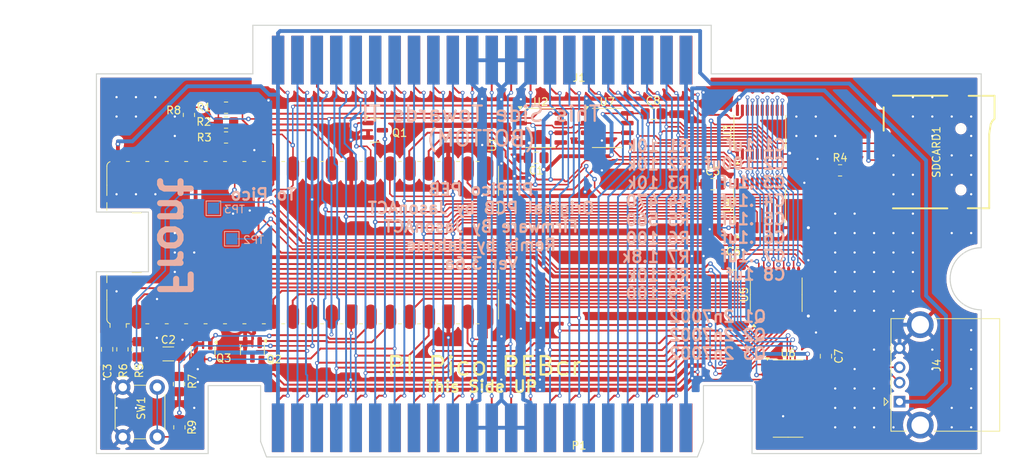
<source format=kicad_pcb>
(kicad_pcb (version 20240108) (generator "pcbnew") (generator_version "8.0")
  (layers (0 "F.Cu" signal) (31 "B.Cu" signal) (34 "B.Paste" user) (35 "F.Paste" user) (36 "B.SilkS" user "B.Silkscreen") (37 "F.SilkS" user "F.Silkscreen") (38 "B.Mask" user) (39 "F.Mask" user) (44 "Edge.Cuts" user))
  (net 0 "")
  (net 1 "GND")
  (net 2 "3.3V")
  (net 3 "TI_AUD")
  (net 4 "AUD-Link")
  (net 5 "GP21")
  (net 6 "TI_READY")
  (net 7 "TI_EXTINT")
  (net 8 "GP11")
  (net 9 "GP10")
  (net 10 "TI_LOAD")
  (net 11 "GP22")
  (net 12 "GP26")
  (net 13 "GP27")
  (net 14 "GP18-470ohm")
  (net 15 "GP18")
  (net 16 "GP28")
  (net 17 "GP19")
  (net 18 "GP16")
  (net 19 "TI_D5")
  (net 20 "GP06")
  (net 21 "GP01")
  (net 22 "TI_D7")
  (net 23 "GP05")
  (net 24 "138-Y0")
  (net 25 "TI_D4")
  (net 26 "TI_D6")
  (net 27 "GP04")
  (net 28 "GP03")
  (net 29 "TI_D0")
  (net 30 "TI_D2")
  (net 31 "TI_D3")
  (net 32 "GP07")
  (net 33 "GP02")
  (net 34 "GP00")
  (net 35 "TI_D1")
  (net 36 "TI_A8")
  (net 37 "TI_A13")
  (net 38 "TI_A9")
  (net 39 "TI_A12")
  (net 40 "138-Y2")
  (net 41 "TI_A15")
  (net 42 "TI_A14")
  (net 43 "TI_A10")
  (net 44 "TI_A11")
  (net 45 "TI_A1")
  (net 46 "TI_A6")
  (net 47 "TI_A2")
  (net 48 "TI_A7")
  (net 49 "TI_A5")
  (net 50 "TI_A3")
  (net 51 "TI_A0")
  (net 52 "TI_A4")
  (net 53 "138-Y3")
  (net 55 "GP09")
  (net 57 "Net-(U6-E2)")
  (net 60 "TI_SBE")
  (net 61 "TI_PH3")
  (net 62 "TI_-5V")
  (net 63 "TI_MBE")
  (net 64 "TI_MEMEN")
  (net 65 "TI_RESET")
  (net 66 "TI_WE")
  (net 67 "TI_CRUCLK")
  (net 68 "TI_DBIN")
  (net 69 "TI_CRUIN")
  (net 70 "+5V")
  (net 71 "TI_IAQ")
  (net 72 "VREF")
  (net 73 "RUN")
  (net 74 "3v3_EN")
  (net 75 "GP17")
  (net 76 "VSYS")
  (net 77 "GP08")
  (net 81 "/D+")
  (net 82 "/D-")
  (net 83 "Net-(R9-Pad2)")
  (footprint "Resistor_SMD:R_0805_2012Metric_Pad1.20x1.40mm_HandSolder" (layer "F.Cu") (at 113.05 101.6 -90)
    (property "Reference" "R9")
    (property "Value" "100")
  )
  (footprint "Capacitor_SMD:C_0805_2012Metric_Pad1.18x1.45mm_HandSolder" (layer "F.Cu") (at 159.7 66.35 180)
    (property "Reference" "C1")
    (property "Value" "1uf")
  )
  (footprint "Resistor_SMD:R_0805_2012Metric_Pad1.20x1.40mm_HandSolder" (layer "F.Cu") (at 119.15 61.75)
    (property "Reference" "R2")
    (property "Value" "10k")
  )
  (footprint "Resistor_SMD:R_0805_2012Metric_Pad1.20x1.40mm_HandSolder" (layer "F.Cu") (at 113 95.95 90)
    (property "Reference" "R7")
    (property "Value" "1.8k")
  )
  (footprint "Resistor_SMD:R_0805_2012Metric_Pad1.20x1.40mm_HandSolder" (layer "F.Cu") (at 114.3 60.75 90)
    (property "Reference" "R8")
    (property "Value" "10k")
  )
  (footprint "Capacitor_SMD:C_0805_2012Metric_Pad1.18x1.45mm_HandSolder" (layer "F.Cu") (at 182.8 69.8)
    (property "Reference" "C5")
    (property "Value" ".1uf")
  )
  (footprint "Package_SO:TSSOP-20_4.4x6.5mm_P0.65mm" (layer "F.Cu") (at 188.920101 72.627003 90)
    (property "Reference" "U4")
    (property "Value" "74LVC245")
  )
  (footprint "Library:ti99-exp-edge" (layer "F.Cu") (at 166.585744 101.665675 180)
    (property "Reference" "P1")
    (property "Value" "TI-99_Sideport")
  )
  (footprint "Library:ti99-exp-edge" (layer "F.Cu") (at 166.589682 53.569158 180)
    (property "Reference" "J1")
    (property "Value" "TI-99_Sideport")
  )
  (footprint "Capacitor_SMD:C_0805_2012Metric_Pad1.18x1.45mm_HandSolder" (layer "F.Cu") (at 197.6 92.3 -90)
    (property "Reference" "C7")
    (property "Value" ".1uf")
  )
  (footprint "Package_TO_SOT_SMD:SOT-23" (layer "F.Cu") (at 122.6 91.4625 -90)
    (property "Reference" "Q2")
    (property "Value" "2N7002")
  )
  (footprint "Button_Switch_THT:SW_PUSH_6mm_H5mm" (layer "F.Cu") (at 110.15 96.35 -90)
    (property "Reference" "SW1")
    (property "Value" "SW_Push")
  )
  (footprint "Library:MicroSD_Card_TB" (layer "F.Cu") (at 203.95 65.6 -90)
    (property "Reference" "SDCARD1")
    (property "Value" "ST-TF-003A")
  )
  (footprint "Package_TO_SOT_SMD:SOT-23" (layer "F.Cu") (at 116.15 91.6625 -90)
    (property "Reference" "Q3")
    (property "Value" "2N7002")
  )
  (footprint "Connector_USB:USB_A_CONNFLY_DS1095-WNR0" (layer "F.Cu") (at 207.2225 98.25 90)
    (property "Reference" "J4")
    (property "Value" "USB_A")
  )
  (footprint "Capacitor_SMD:C_0805_2012Metric_Pad1.18x1.45mm_HandSolder" (layer "F.Cu") (at 185.5 80.3)
    (property "Reference" "C6")
    (property "Value" ".1uf")
  )
  (footprint "Capacitor_SMD:C_0805_2012Metric_Pad1.18x1.45mm_HandSolder" (layer "F.Cu") (at 175 60.6)
    (property "Reference" "C8")
    (property "Value" "1uf")
  )
  (footprint "Package_SO:TSSOP-20_4.4x6.5mm_P0.65mm" (layer "F.Cu") (at 191.1 84.2625 90)
    (property "Reference" "U5")
    (property "Value" "74LVC245")
  )
  (footprint "Capacitor_SMD:C_1206_3216Metric_Pad1.33x1.80mm_HandSolder" (layer "F.Cu") (at 111.6 92)
    (property "Reference" "C2")
    (property "Value" "100uf")
  )
  (footprint "Resistor_SMD:R_0805_2012Metric_Pad1.20x1.40mm_HandSolder" (layer "F.Cu") (at 119.15 59.8)
    (property "Reference" "R1")
    (property "Value" "10k")
  )
  (footprint "Resistor_SMD:R_0805_2012Metric_Pad1.20x1.40mm_HandSolder" (layer "F.Cu") (at 105.6 91.4 90)
    (property "Reference" "R6")
    (property "Value" "100")
  )
  (footprint "Library:RaspberryPi_Pico_Common_SMD" (layer "F.Cu") (at 129.175 77.45 90)
    (property "Reference" "U1")
    (property "Value" "Pico")
  )
  (footprint "Package_SO:SOP-8_3.9x4.9mm_P1.27mm" (layer "F.Cu") (at 169 62.45)
    (property "Reference" "U7")
    (property "Value" "ESP-PSRAM32")
  )
  (footprint "Capacitor_SMD:C_0805_2012Metric_Pad1.18x1.45mm_HandSolder" (layer "F.Cu") (at 103.6 91.4 90)
    (property "Reference" "C3")
    (property "Value" ".1uf")
  )
  (footprint "Resistor_SMD:R_0805_2012Metric" (layer "F.Cu") (at 199.45 68)
    (property "Reference" "R4")
    (property "Value" "470")
  )
  (footprint "Resistor_SMD:R_0805_2012Metric_Pad1.20x1.40mm_HandSolder" (layer "F.Cu") (at 119.15 63.7)
    (property "Reference" "R3")
    (property "Value" "10k")
  )
  (footprint "Package_SO:TSSOP-20_4.4x6.5mm_P0.65mm" (layer "F.Cu") (at 188.95 63 90)
    (property "Reference" "U3")
    (property "Value" "74LVC245")
  )
  (footprint "Package_TO_SOT_SMD:SOT-23" (layer "F.Cu") (at 138.6625 62.75)
    (property "Reference" "Q1")
    (property "Value" "2N7002")
  )
  (footprint "Package_SO:SOIC-16_3.9x9.9mm_P1.27mm" (layer "F.Cu") (at 192.65 97.835)
    (property "Reference" "U6")
    (property "Value" "74HC138")
  )
  (footprint "Resistor_SMD:R_0805_2012Metric_Pad1.20x1.40mm_HandSolder" (layer "F.Cu") (at 107.6 91.4 90)
    (property "Reference" "R5")
    (property "Value" "560")
  )
  (footprint "Package_SO:SOP-8_3.9x4.9mm_P1.27mm" (layer "F.Cu") (at 160.3 62.45)
    (property "Reference" "U2")
    (property "Value" "ESP-PSRAM32")
  )
  (footprint "TestPoint:TestPoint_Pad_1.5x1.5mm" (layer "B.Cu") (at 119.9 76.95 180)
    (property "Reference" "TP2")
    (property "Value" "TestPoint")
  )
  (footprint "TestPoint:TestPoint_Pad_1.5x1.5mm" (layer "B.Cu") (at 117.5 72.95 180)
    (property "Reference" "TP3")
    (property "Value" "TestPoint")
  )
  (gr_poly (pts (xy 129.296785 98.48148) (xy 127.696785 98.48148) (xy 127.696785 104.83148) (xy 129.296785 104.83148)) (fill solid) (layer "F.Cu") (net 7))
  (gr_poly (pts (xy 154.696785 98.48148) (xy 153.096785 98.48148) (xy 153.096785 104.83148) (xy 154.696785 104.83148)) (fill solid) (layer "F.Cu") (net 61))
  (gr_poly (pts (xy 134.376785 50.42468) (xy 132.776785 50.42468) (xy 132.776785 56.77468) (xy 134.376785 56.77468)) (fill solid) (layer "F.Cu") (net 44))
  (gr_poly (pts (xy 131.836785 50.42468) (xy 130.236785 50.42468) (xy 130.236785 56.77468) (xy 131.836785 56.77468)) (fill solid) (layer "F.Cu") (net 43))
  (gr_poly (pts (xy 177.556885 98.48148) (xy 175.956685 98.48148) (xy 175.956685 104.83148) (xy 177.556885 104.83148)) (fill solid) (layer "F.Cu") (net 31))
  (gr_poly (pts (xy 144.536785 98.48148) (xy 142.936785 98.48148) (xy 142.936785 104.83148) (xy 144.536785 104.83148)) (fill solid) (layer "F.Cu") (net 42))
  (gr_poly (pts (xy 169.936885 50.42468) (xy 168.336685 50.42468) (xy 168.336685 56.77468) (xy 169.936885 56.77468)) (fill solid) (layer "F.Cu") (net 26))
  (gr_poly (pts (xy 172.476885 98.48148) (xy 170.876685 98.48148) (xy 170.876685 104.83148) (xy 172.476885 104.83148)) (fill solid) (layer "F.Cu") (net 19))
  (gr_poly (pts (xy 136.916785 98.48148) (xy 135.316785 98.48148) (xy 135.316785 104.83148) (xy 136.916785 104.83148)) (fill solid) (layer "F.Cu") (net 50))
  (gr_poly (pts (xy 139.456785 98.48148) (xy 137.856785 98.48148) (xy 137.856785 104.83148) (xy 139.456785 104.83148)) (fill solid) (layer "F.Cu") (net 6))
  (gr_poly (pts (xy 162.316785 98.48148) (xy 160.716785 98.48148) (xy 160.716785 104.83148) (xy 162.316785 104.83148)) (fill solid) (layer "F.Cu") (net 45))
  (gr_poly (pts (xy 154.696785 50.42468) (xy 153.096785 50.42468) (xy 153.096785 56.77468) (xy 154.696785 56.77468)) (fill solid) (layer "F.Cu") (net 61))
  (gr_poly (pts (xy 180.134985 98.48148) (xy 178.458585 98.48148) (xy 178.458585 104.83148) (xy 180.134985 104.83148)) (fill solid) (layer "F.Cu") (net 3))
  (gr_poly (pts (xy 129.296785 50.42468) (xy 127.696785 50.42468) (xy 127.696785 56.77468) (xy 129.296785 56.77468)) (fill solid) (layer "F.Cu") (net 7))
  (gr_poly (pts (xy 167.396885 98.48148) (xy 165.796685 98.48148) (xy 165.796685 104.83148) (xy 167.396885 104.83148)) (fill solid) (layer "F.Cu") (net 22))
  (gr_poly (pts (xy 152.156785 98.48148) (xy 150.556785 98.48148) (xy 150.556785 104.83148) (xy 152.156785 104.83148)) (fill solid) (layer "F.Cu") (net 67))
  (gr_poly (pts (xy 141.996785 98.48148) (xy 140.396785 98.48148) (xy 140.396785 104.83148) (xy 141.996785 104.83148)) (fill solid) (layer "F.Cu") (net 36))
  (gr_poly (pts (xy 157.236785 98.48148) (xy 155.636785 98.48148) (xy 155.636785 104.83148) (xy 157.236785 104.83148)) (fill solid) (layer "F.Cu") (net 66))
  (gr_poly (pts (xy 131.836785 98.48148) (xy 130.236785 98.48148) (xy 130.236785 104.83148) (xy 131.836785 104.83148)) (fill solid) (layer "F.Cu") (net 43))
  (gr_poly (pts (xy 134.376785 98.48148) (xy 132.776785 98.48148) (xy 132.776785 104.83148) (xy 134.376785 104.83148)) (fill solid) (layer "F.Cu") (net 44))
  (gr_poly (pts (xy 126.756785 50.42468) (xy 125.156785 50.42468) (xy 125.156785 56.77468) (xy 126.756785 56.77468)) (fill solid) (layer "F.Cu") (net 60))
  (gr_poly (pts (xy 162.316785 50.42468) (xy 160.716785 50.42468) (xy 160.716785 56.77468) (xy 162.316785 56.77468)) (fill solid) (layer "F.Cu") (net 45))
  (gr_poly (pts (xy 177.556885 50.42468) (xy 175.956685 50.42468) (xy 175.956685 56.77468) (xy 177.556885 56.77468)) (fill solid) (layer "F.Cu") (net 31))
  (gr_poly (pts (xy 169.936885 98.48148) (xy 168.336685 98.48148) (xy 168.336685 104.83148) (xy 169.936885 104.83148)) (fill solid) (layer "F.Cu") (net 26))
  (gr_poly (pts (xy 141.996785 50.42468) (xy 140.396785 50.42468) (xy 140.396785 56.77468) (xy 141.996785 56.77468)) (fill solid) (layer "F.Cu") (net 36))
  (gr_poly (pts (xy 175.016885 50.42468) (xy 173.416685 50.42468) (xy 173.416685 56.77468) (xy 175.016885 56.77468)) (fill solid) (layer "F.Cu") (net 35))
  (gr_poly (pts (xy 175.016885 98.48148) (xy 173.416685 98.48148) (xy 173.416685 104.83148) (xy 175.016885 104.83148)) (fill solid) (layer "F.Cu") (net 35))
  (gr_poly (pts (xy 157.236785 50.42468) (xy 155.636785 50.42468) (xy 155.636785 56.77468) (xy 157.236785 56.77468)) (fill solid) (layer "F.Cu") (net 66))
  (gr_poly (pts (xy 172.476885 50.42468) (xy 170.876685 50.42468) (xy 170.876685 56.77468) (xy 172.476885 56.77468)) (fill solid) (layer "F.Cu") (net 19))
  (gr_poly (pts (xy 159.776785 50.42468) (xy 158.176785 50.42468) (xy 158.176785 56.77468) (xy 159.776785 56.77468)) (fill solid) (layer "F.Cu") (net 63))
  (gr_poly (pts (xy 144.536785 50.42468) (xy 142.936785 50.42468) (xy 142.936785 56.77468) (xy 144.536785 56.77468)) (fill solid) (layer "F.Cu") (net 42))
  (gr_poly (pts (xy 164.856785 98.48148) (xy 163.256785 98.48148) (xy 163.256785 104.83148) (xy 164.856785 104.83148)) (fill solid) (layer "F.Cu") (net 64))
  (gr_poly (pts (xy 180.134985 50.42468) (xy 178.458585 50.42468) (xy 178.458585 56.77468) (xy 180.134985 56.77468)) (fill solid) (layer "F.Cu") (net 3))
  (gr_poly (pts (xy 167.396885 50.42468) (xy 165.796685 50.42468) (xy 165.796685 56.77468) (xy 167.396885 56.77468)) (fill solid) (layer "F.Cu") (net 22))
  (gr_poly (pts (xy 164.856785 50.42468) (xy 163.256785 50.42468) (xy 163.256785 56.77468) (xy 164.856785 56.77468)) (fill solid) (layer "F.Cu") (net 64))
  (gr_poly (pts (xy 149.616785 50.42468) (xy 148.016785 50.42468) (xy 148.016785 56.77468) (xy 149.616785 56.77468)) (fill solid) (layer "F.Cu") (net 47))
  (gr_poly (pts (xy 126.756785 98.48148) (xy 125.156785 98.48148) (xy 125.156785 104.83148) (xy 126.756785 104.83148)) (fill solid) (layer "F.Cu") (net 60))
  (gr_poly (pts (xy 147.076785 98.48148) (xy 145.476785 98.48148) (xy 145.476785 104.83148) (xy 147.076785 104.83148)) (fill solid) (layer "F.Cu") (net 38))
  (gr_poly (pts (xy 136.916785 50.42468) (xy 135.316785 50.42468) (xy 135.316785 56.77468) (xy 136.916785 56.77468)) (fill solid) (layer "F.Cu") (net 50))
  (gr_poly (pts (xy 149.616785 98.48148) (xy 148.016785 98.48148) (xy 148.016785 104.83148) (xy 149.616785 104.83148)) (fill solid) (layer "F.Cu") (net 47))
  (gr_poly (pts (xy 147.076785 50.42468) (xy 145.476785 50.42468) (xy 145.476785 56.77468) (xy 147.076785 56.77468)) (fill solid) (layer "F.Cu") (net 38))
  (gr_poly (pts (xy 152.156785 50.42468) (xy 150.556785 50.42468) (xy 150.556785 56.77468) (xy 152.156785 56.77468)) (fill solid) (layer "F.Cu") (net 67))
  (gr_circle (center 132.937615 86.11707) (end 133.242415 86.11707) (fill solid) (layer "F.Cu") (net 55))
  (gr_poly (pts (xy 159.776785 98.48148) (xy 158.176785 98.48148) (xy 158.176785 104.83148) (xy 159.776785 104.83148)) (fill solid) (layer "F.Cu") (net 63))
  (gr_poly (pts (xy 139.456785 50.42468) (xy 137.856785 50.42468) (xy 137.856785 56.77468) (xy 139.456785 56.77468)) (fill solid) (layer "F.Cu") (net 6))
  (gr_poly (pts (xy 162.316785 98.48148) (xy 160.716785 98.48148) (xy 160.716785 104.83148) (xy 162.316785 104.83148)) (fill solid) (layer "B.Cu") (net 46))
  (gr_poly (pts (xy 139.456785 50.42468) (xy 137.856785 50.42468) (xy 137.856785 56.77468) (xy 139.456785 56.77468)) (fill solid) (layer "B.Cu") (net 39))
  (gr_poly (pts (xy 126.756785 50.42468) (xy 125.156785 50.42468) (xy 125.156785 56.77468) (xy 126.756785 56.77468)) (fill solid) (layer "B.Cu") (net 70))
  (gr_poly (pts (xy 152.156785 98.48148) (xy 150.556785 98.48148) (xy 150.556785 104.83148) (xy 152.156785 104.83148)) (fill solid) (layer "B.Cu") (net 1))
  (gr_poly (pts (xy 134.376785 98.48148) (xy 132.776785 98.48148) (xy 132.776785 104.83148) (xy 134.376785 104.83148)) (fill solid) (layer "B.Cu") (net 52))
  (gr_poly (pts (xy 164.856785 50.42468) (xy 163.256785 50.42468) (xy 163.256785 56.77468) (xy 164.856785 56.77468)) (fill solid) (layer "B.Cu") (net 51))
  (gr_poly (pts (xy 172.476785 98.48148) (xy 170.876785 98.48148) (xy 170.876785 104.83148) (xy 172.476785 104.83148)) (fill solid) (layer "B.Cu") (net 29))
  (gr_poly (pts (xy 175.016785 98.48148) (xy 173.416785 98.48148) (xy 173.416785 104.83148) (xy 175.016785 104.83148)) (fill solid) (layer "B.Cu") (net 30))
  (gr_poly (pts (xy 167.396785 50.42468) (xy 165.796785 50.42468) (xy 165.796785 56.77468) (xy 167.396785 56.77468)) (fill solid) (layer "B.Cu") (net 69))
  (gr_poly (pts (xy 141.996785 98.48148) (xy 140.396785 98.48148) (xy 140.396785 104.83148) (xy 141.996785 104.83148)) (fill solid) (layer "B.Cu") (net 10))
  (gr_poly (pts (xy 177.556785 50.42468) (xy 175.956785 50.42468) (xy 175.956785 56.77468) (xy 177.556785 56.77468)) (fill solid) (layer "B.Cu") (net 71))
  (gr_poly (pts (xy 159.776785 98.48148) (xy 158.176785 98.48148) (xy 158.176785 104.83148) (xy 159.776785 104.83148)) (fill solid) (layer "B.Cu") (net 1))
  (gr_circle (center 155.166785 58.69858) (end 155.471585 58.69858) (fill solid) (layer "B.Cu") (net 1))
  (gr_poly (pts (xy 162.316785 50.42468) (xy 160.716785 50.42468) (xy 160.716785 56.77468) (xy 162.316785 56.77468)) (fill solid) (layer "B.Cu") (net 46))
  (gr_circle (center 181.590985 95.11096) (end 181.895785 95.11096) (fill solid) (layer "B.Cu") (net 1))
  (gr_circle (center 157.714685 95.35647) (end 158.019485 95.35647) (fill solid) (layer "B.Cu") (net 1))
  (gr_poly (pts (xy 149.616785 50.42468) (xy 148.016785 50.42468) (xy 148.016785 56.77468) (xy 149.616785 56.77468)) (fill solid) (layer "B.Cu") (net 41))
  (gr_poly (pts (xy 134.376785 50.42468) (xy 132.776785 50.42468) (xy 132.776785 56.77468) (xy 134.376785 56.77468)) (fill solid) (layer "B.Cu") (net 52))
  (gr_circle (center 152.620205 95.3472) (end 152.925005 95.3472) (fill solid) (layer "B.Cu") (net 1))
  (gr_poly (pts (xy 152.156785 50.42468) (xy 150.556785 50.42468) (xy 150.556785 56.77468) (xy 152.156785 56.77468)) (fill solid) (layer "B.Cu") (net 1))
  (gr_poly (pts (xy 139.456785 98.48148) (xy 137.856785 98.48148) (xy 137.856785 104.83148) (xy 139.456785 104.83148)) (fill solid) (layer "B.Cu") (net 39))
  (gr_poly (pts (xy 164.856785 98.48148) (xy 163.256785 98.48148) (xy 163.256785 104.83148) (xy 164.856785 104.83148)) (fill solid) (layer "B.Cu") (net 51))
  (gr_poly (pts (xy 136.916785 50.42468) (xy 135.316785 50.42468) (xy 135.316785 56.77468) (xy 136.916785 56.77468)) (fill solid) (layer "B.Cu") (net 68))
  (gr_poly (pts (xy 136.916785 98.48148) (xy 135.316785 98.48148) (xy 135.316785 104.83148) (xy 136.916785 104.83148)) (fill solid) (layer "B.Cu") (net 68))
  (gr_poly (pts (xy 144.536785 98.48148) (xy 142.936785 98.48148) (xy 142.936785 104.83148) (xy 144.536785 104.83148)) (fill solid) (layer "B.Cu") (net 37))
  (gr_poly (pts (xy 169.936785 98.48148) (xy 168.336785 98.48148) (xy 168.336785 104.83148) (xy 169.936785 104.83148)) (fill solid) (layer "B.Cu") (net 25))
  (gr_poly (pts (xy 147.076785 98.48148) (xy 145.476785 98.48148) (xy 145.476785 104.83148) (xy 147.076785 104.83148)) (fill solid) (layer "B.Cu") (net 48))
  (gr_poly (pts (xy 129.296785 98.48148) (xy 127.696785 98.48148) (xy 127.696785 104.83148) (xy 129.296785 104.83148)) (fill solid) (layer "B.Cu") (net 65))
  (gr_poly (pts (xy 169.936785 50.42468) (xy 168.336785 50.42468) (xy 168.336785 56.77468) (xy 169.936785 56.77468)) (fill solid) (layer "B.Cu") (net 25))
  (gr_poly (pts (xy 180.096785 50.42468) (xy 178.496785 50.42468) (xy 178.496785 56.77468) (xy 180.096785 56.77468)) (fill solid) (layer "B.Cu") (net 62))
  (gr_poly (pts (xy 180.096785 98.48148) (xy 178.496785 98.48148) (xy 178.496785 104.83148) (xy 180.096785 104.83148)) (fill solid) (layer "B.Cu") (net 62))
  (gr_circle (center 157.706785 96.83048) (end 158.011585 96.83048) (fill solid) (layer "B.Cu") (net 1))
  (gr_poly (pts (xy 144.536785 50.42468) (xy 142.936785 50.42468) (xy 142.936785 56.77468) (xy 144.536785 56.77468)) (fill solid) (layer "B.Cu") (net 37))
  (gr_circle (center 155.172095 95.3379) (end 155.476895 95.3379) (fill solid) (layer "B.Cu") (net 1))
  (gr_circle (center 156.367595 90.69377) (end 156.492565 90.69377) (fill solid) (layer "B.Cu") (net 66))
  (gr_circle (center 174.262965 60.51735) (end 174.387935 60.51735) (fill solid) (layer "B.Cu") (net 29))
  (gr_poly (pts (xy 175.016785 50.42468) (xy 173.416785 50.42468) (xy 173.416785 56.77468) (xy 175.016785 56.77468)) (fill solid) (layer "B.Cu") (net 30))
  (gr_poly (pts (xy 159.776785 50.42468) (xy 158.176785 50.42468) (xy 158.176785 56.77468) (xy 159.776785 56.77468)) (fill solid) (layer "B.Cu") (net 1))
  (gr_poly (pts (xy 154.696785 50.42468) (xy 153.096785 50.42468) (xy 153.096785 56.77468) (xy 154.696785 56.77468)) (fill solid) (layer "B.Cu") (net 1))
  (gr_poly (pts (xy 147.076785 50.42468) (xy 145.476785 50.42468) (xy 145.476785 56.77468) (xy 147.076785 56.77468)) (fill solid) (layer "B.Cu") (net 48))
  (gr_poly (pts (xy 131.836785 98.48148) (xy 130.236785 98.48148) (xy 130.236785 104.83148) (xy 131.836785 104.83148)) (fill solid) (layer "B.Cu") (net 49))
  (gr_poly (pts (xy 172.476785 50.42468) (xy 170.876785 50.42468) (xy 170.876785 56.77468) (xy 172.476785 56.77468)) (fill solid) (layer "B.Cu") (net 29))
  (gr_poly (pts (xy 167.396785 98.48148) (xy 165.796785 98.48148) (xy 165.796785 104.83148) (xy 167.396785 104.83148)) (fill solid) (layer "B.Cu") (net 69))
  (gr_poly (pts (xy 157.236785 98.48148) (xy 155.636785 98.48148) (xy 155.636785 104.83148) (xy 157.236785 104.83148)) (fill solid) (layer "B.Cu") (net 1))
  (gr_poly (pts (xy 177.556785 98.48148) (xy 175.956785 98.48148) (xy 175.956785 104.83148) (xy 177.556785 104.83148)) (fill solid) (layer "B.Cu") (net 71))
  (gr_poly (pts (xy 154.696785 98.48148) (xy 153.096785 98.48148) (xy 153.096785 104.83148) (xy 154.696785 104.83148)) (fill solid) (layer "B.Cu") (net 1))
  (gr_poly (pts (xy 141.996785 50.42468) (xy 140.396785 50.42468) (xy 140.396785 56.77468) (xy 141.996785 56.77468)) (fill solid) (layer "B.Cu") (net 10))
  (gr_poly (pts (xy 149.616785 98.48148) (xy 148.016785 98.48148) (xy 148.016785 104.83148) (xy 149.616785 104.83148)) (fill solid) (layer "B.Cu") (net 41))
  (gr_poly (pts (xy 131.836785 50.42468) (xy 130.236785 50.42468) (xy 130.236785 56.77468) (xy 131.836785 56.77468)) (fill solid) (layer "B.Cu") (net 49))
  (gr_circle (center 152.626785 58.60348) (end 152.931585 58.60348) (fill solid) (layer "B.Cu") (net 1))
  (gr_poly (pts (xy 129.296785 50.42468) (xy 127.696785 50.42468) (xy 127.696785 56.77468) (xy 129.296785 56.77468)) (fill solid) (layer "B.Cu") (net 65))
  (gr_poly (pts (xy 126.756785 98.48148) (xy 125.156785 98.48148) (xy 125.156785 104.83148) (xy 126.756785 104.83148)) (fill solid) (layer "B.Cu") (net 70))
  (gr_poly (pts (xy 157.236785 50.42468) (xy 155.636785 50.42468) (xy 155.636785 56.77468) (xy 157.236785 56.77468)) (fill solid) (layer "B.Cu") (net 1))
  (gr_line (start 217.479995 78.13263) (end 217.904785 78.11068) (stroke (width 0.14)) (layer "Edge.Cuts"))
  (gr_line (start 217.059825 78.1992) (end 217.479995 78.13263) (stroke (width 0.14)) (layer "Edge.Cuts"))
  (gr_line (start 215.516015 78.8866) (end 215.872785 78.6549) (stroke (width 0.14)) (layer "Edge.Cuts"))
  (gr_line (start 215.516015 85.46244) (end 215.185415 85.19472) (stroke (width 0.14)) (layer "Edge.Cuts"))
  (gr_line (start 122.654785 55.37768) (end 102.2 55.37768) (stroke (width 0.14)) (layer "Edge.Cuts"))
  (gr_line (start 214.039695 83.43038) (end 213.929585 83.01949) (stroke (width 0.14)) (layer "Edge.Cuts"))
  (gr_line (start 213.929585 83.01949) (end 213.863065 82.59932) (stroke (width 0.14)) (layer "Edge.Cuts"))
  (gr_line (start 116.812785 96.14468) (end 123.670785 96.14468) (stroke (width 0.14)) (layer "Edge.Cuts"))
  (gr_line (start 102.2 81.25) (end 102.2 105.03468) (stroke (width 0.14)) (layer "Edge.Cuts"))
  (gr_line (start 187.932785 105.03468) (end 217.904785 105.03468) (stroke (width 0.14)) (layer "Edge.Cuts"))
  (gr_line (start 217.904785 86.23868) (end 217.479995 86.21643) (stroke (width 0.14)) (layer "Edge.Cuts"))
  (gr_line (start 187.932785 96.14468) (end 187.932785 105.03468) (stroke (width 0.14)) (layer "Edge.Cuts"))
  (gr_line (start 215.872785 85.69413) (end 215.516015 85.46244) (stroke (width 0.14)) (layer "Edge.Cuts"))
  (gr_line (start 213.929585 81.32955) (end 214.039695 80.91865) (stroke (width 0.14)) (layer "Edge.Cuts"))
  (gr_line (start 116.812785 105.03468) (end 116.812785 96.14468) (stroke (width 0.14)) (layer "Edge.Cuts"))
  (gr_line (start 216.648905 78.30929) (end 217.059825 78.1992) (stroke (width 0.14)) (layer "Edge.Cuts"))
  (gr_line (start 214.616955 84.56333) (end 214.385255 84.20656) (stroke (width 0.14)) (layer "Edge.Cuts"))
  (gr_line (start 215.872785 78.6549) (end 216.251775 78.46176) (stroke (width 0.14)) (layer "Edge.Cuts"))
  (gr_line (start 214.385255 80.14248) (end 214.616955 79.78574) (stroke (width 0.14)) (layer "Edge.Cuts"))
  (gr_line (start 102.2 73.45) (end 109 73.45) (stroke (width 0.14)) (layer "Edge.Cuts"))
  (gr_line (start 214.192145 83.82754) (end 214.039695 83.43038) (stroke (width 0.14)) (layer "Edge.Cuts"))
  (gr_line (start 109 73.45) (end 109 81.25) (stroke (width 0.14)) (layer "Edge.Cuts"))
  (gr_line (start 214.884645 84.89393) (end 214.616955 84.56333) (stroke (width 0.14)) (layer "Edge.Cuts"))
  (gr_line (start 216.251775 85.88725) (end 215.872785 85.69413) (stroke (width 0.14)) (layer "Edge.Cuts"))
  (gr_line (start 123.670785 96.14468) (end 123.670785 103.45988) (stroke (width 0.14)) (layer "Edge.Cuts"))
  (gr_line (start 122.654785 49.02768) (end 122.654785 55.37768) (stroke (width 0.14)) (layer "Edge.Cuts"))
  (gr_line (start 102.2 55.37768) (end 102.2 73.45) (stroke (width 0.14)) (layer "Edge.Cuts"))
  (gr_line (start 216.648905 86.03973) (end 216.251775 85.88725) (stroke (width 0.14)) (layer "Edge.Cuts"))
  (gr_line (start 182.598785 55.37768) (end 182.598785 49.02768) (stroke (width 0.14)) (layer "Edge.Cuts"))
  (gr_line (start 217.904785 78.11068) (end 217.904785 55.37768) (stroke (width 0.14)) (layer "Edge.Cuts"))
  (gr_line (start 181.582785 96.14468) (end 187.932785 96.14468) (stroke (width 0.14)) (layer "Edge.Cuts"))
  (gr_line (start 214.385255 84.20656) (end 214.192145 83.82754) (stroke (width 0.14)) (layer "Edge.Cuts"))
  (gr_line (start 180.798615 105.47286) (end 181.582785 103.45988) (stroke (width 0.14)) (layer "Edge.Cuts"))
  (gr_line (start 214.884645 79.45513) (end 215.185415 79.15429) (stroke (width 0.14)) (layer "Edge.Cuts"))
  (gr_line (start 181.582785 103.45988) (end 181.582785 96.14468) (stroke (width 0.14)) (layer "Edge.Cuts"))
  (gr_line (start 213.863065 82.59932) (end 213.840785 82.17453) (stroke (width 0.14)) (layer "Edge.Cuts"))
  (gr_line (start 123.670785 103.45988) (end 124.442385 105.47286) (stroke (width 0.14)) (layer "Edge.Cuts"))
  (gr_line (start 216.251775 78.46176) (end 216.648905 78.30929) (stroke (width 0.14)) (layer "Edge.Cuts"))
  (gr_line (start 217.059825 86.14986) (end 216.648905 86.03973) (stroke (width 0.14)) (layer "Edge.Cuts"))
  (gr_line (start 215.185415 79.15429) (end 215.516015 78.8866) (stroke (width 0.14)) (layer "Edge.Cuts"))
  (gr_line (start 214.039695 80.91865) (end 214.192145 80.52153) (stroke (width 0.14)) (layer "Edge.Cuts"))
  (gr_line (start 215.185415 85.19472) (end 214.884645 84.89393) (stroke (width 0.14)) (layer "Edge.Cuts"))
  (gr_line (start 102.2 105.03468) (end 116.812785 105.03468) (stroke (width 0.14)) (layer "Edge.Cuts"))
  (gr_line (start 214.616955 79.78574) (end 214.884645 79.45513) (stroke (width 0.14)) (layer "Edge.Cuts"))
  (gr_line (start 217.904785 105.03468) (end 217.904785 86.23868) (stroke (width 0.14)) (layer "Edge.Cuts"))
  (gr_line (start 213.863065 81.74969) (end 213.929585 81.32955) (stroke (width 0.14)) (layer "Edge.Cuts"))
  (gr_line (start 102.2 81.25) (end 109 81.25) (stroke (width 0.14)) (layer "Edge.Cuts"))
  (gr_line (start 182.598785 49.02768) (end 122.654785 49.02768) (stroke (width 0.14)) (layer "Edge.Cuts"))
  (gr_line (start 213.840785 82.17453) (end 213.863065 81.74969) (stroke (width 0.14)) (layer "Edge.Cuts"))
  (gr_line (start 217.904785 55.37768) (end 182.598785 55.37768) (stroke (width 0.14)) (layer "Edge.Cuts"))
  (gr_line (start 214.192145 80.52153) (end 214.385255 80.14248) (stroke (width 0.14)) (layer "Edge.Cuts"))
  (gr_line (start 124.442385 105.47286) (end 180.798615 105.47286) (stroke (width 0.14)) (layer "Edge.Cuts"))
  (gr_line (start 217.479995 86.21643) (end 217.059825 86.14986) (stroke (width 0.14)) (layer "Edge.Cuts"))
  (gr_text "To Pico" (at 128.472464 72.021995 0) (layer "B.SilkS") (effects (font (size 1.5 1.5) (thickness 0.3) (bold yes)) (justify left bottom mirror)))
  (gr_text "Pi Pico PEB\nOriginal PCB by JasonACT\nFirmware By JasonACT\nRemix by dabone\nVer 3.6a" (at 152.5 81.05 0) (layer "B.SilkS") (effects (font (size 1.5 1.5) (thickness 0.3) (bold yes)) (justify bottom mirror)))
  (gr_text "C1 1uf\nC2 100uf\nC3 .1uf\nC4 .1uf\nC5 .1uf\nC6 .1uf\nC7 .1uf\nC8 1uf\n" (at 192.5 82.5 0) (layer "B.SilkS") (effects (font (size 1.5 1.5) (thickness 0.3) (bold yes)) (justify left bottom mirror)))
  (gr_text "Front" (at 110 85 270) (layer "B.SilkS") (effects (font (size 4 4) (thickness 0.8) (bold yes)) (justify left bottom mirror)))
  (gr_text "R1 10k\nR2 10k\nR3 10k\nR4 470\nR5 560\nR6 100\nR7 1.8k\nR8 10k\nR9 100" (at 180 85 0) (layer "B.SilkS") (effects (font (size 1.5 1.5) (thickness 0.3) (bold yes)) (justify left bottom mirror)))
  (gr_text "Q1 2n7002\nQ2 2n7002\nQ3 2n7002" (at 189.95 92.83 0) (layer "B.SilkS") (effects (font (size 1.5 1.5) (thickness 0.3) (bold yes)) (justify left bottom mirror)))
  (gr_text "This Side Towards TI\n(BOTTOM)" (at 152.5 65 0) (layer "B.SilkS") (effects (font (size 2 2) (thickness 0.3)) (justify bottom mirror)))
  (gr_text "This Side UP" (at 145.06365 97.147124 0) (layer "F.SilkS") (effects (font (size 1.5 1.5) (thickness 0.3) (bold yes)) (justify left bottom)))
  (gr_text "PI Pico PEBcr" (at 140 95 0) (layer "F.SilkS") (effects (font (size 2.4 2.4) (thickness 0.3)) (justify left bottom)))
  (segment (start 148.191105 65.39892) (end 148.191105 66.96036) (width 0.49987) (layer "F.Cu") (net 1))
  (segment (start 125 73.35) (end 124.95 73.3) (width 0.2) (layer "F.Cu") (net 1))
  (segment (start 124.858515 95.23963) (end 115.901895 95.23963) (width 0.4572) (layer "F.Cu") (net 1))
  (segment (start 181.615012 95.134988) (end 181.834923 95.354899) (width 0.2) (layer "F.Cu") (net 1))
  (segment (start 191.845101 75.489503) (end 195.289503 75.489503) (width 0.2) (layer "F.Cu") (net 1))
  (segment (start 156.910745 96.83048) (end 157.706785 96.83048) (width 0.49987) (layer "F.Cu") (net 1))
  (segment (start 176.0375 60.6) (end 179.88167 60.6) (width 0.2) (layer "F.Cu") (net 1))
  (segment (start 126.302225 96.68332) (end 124.858515 95.23963) (width 0.4572) (layer "F.Cu") (net 1))
  (segment (start 115.2 93.739364) (end 115.2 90.725) (width 0.2) (layer "F.Cu") (net 1))
  (segment (start 157.706785 96.83048) (end 158.430555 96.68677) (width 0.25001) (layer "F.Cu") (net 1))
  (segment (start 180.1 93.56079) (end 180.116115 93.56079) (width 0.50035) (layer "F.Cu") (net 1))
  (segment (start 158.816765 68.97052) (end 157.105365 68.97052) (width 0.49987) (layer "F.Cu") (net 1))
  (segment (start 156.857155 66.2) (end 158.5125 66.2) (width 0.2) (layer "F.Cu") (net 1))
  (segment (start 135.525 87.14) (end 135.525 89.3) (width 0.2) (layer "F.Cu") (net 1))
  (segment (start 168.045 64.355) (end 168.3 64.1) (width 0.2) (layer "F.Cu") (net 1))
  (segment (start 203.1 68.85) (end 202.325 69.625) (width 0.5) (layer "F.Cu") (net 1))
  (segment (start 122.825 67.76) (end 122.825 65.375) (width 0.2) (layer "F.Cu") (net 1))
  (segment (start 119.9 93.96728) (end 119.85 94.01728) (width 0.2) (layer "F.Cu") (net 1))
  (segment (start 136.75 58.799935) (end 152.47685 58.799935) (width 0.49987) (layer "F.Cu") (net 1))
  (segment (start 182.648286 77.497185) (end 129.147185 77.497185) (width 0.2) (layer "F.Cu") (net 1))
  (segment (start 148.910465 64.6796) (end 148.191105 65.39892) (width 0.49987) (layer "F.Cu") (net 1))
  (segment (start 115.470762 95.670762) (end 115.470762 95.670763) (width 0.4572) (layer "F.Cu") (net 1))
  (segment (start 110.125 62.128214) (end 110.125 60.475) (width 0.49987) (layer "F.Cu") (net 1))
  (segment (start 121.65 90.525) (end 119.9 92.275) (width 0.2) (layer "F.Cu") (net 1))
  (segment (start 204.75 68.85) (end 203.1 68.85) (width 0.5) (layer "F.Cu") (net 1))
  (segment (start 180.116115 93.57436) (end 180.116115 93.56079) (width 0.24994) (layer "F.Cu") (net 1))
  (segment (start 157.706785 58.91895) (end 160.18105 58.91895) (width 0.49987) (layer "F.Cu") (net 1))
  (segment (start 135.7 63.7) (end 137.725 63.7) (width 0.2) (layer "F.Cu") (net 1))
  (segment (start 166.3 58.6) (end 179.805345 58.6) (width 0.49987) (layer "F.Cu") (net 1))
  (segment (start 181.834923 95.354899) (end 189.599899 95.354899) (width 0.2) (layer "F.Cu") (net 1))
  (segment (start 152.620205 95.3472) (end 152.620205 95.36036) (width 0.24994) (layer "F.Cu") (net 1))
  (segment (start 152.5 71.45) (end 152.65 71.3) (width 0.5) (layer "F.Cu") (net 1))
  (segment (start 158.430555 96.68677) (end 157.706785 96.68677) (width 0.49987) (layer "F.Cu") (net 1))
  (segment (start 148.2 95.36036) (end 152.620205 95.36036) (width 0.50035) (layer "F.Cu") (net 1))
  (segment (start 122.7 90.05) (end 122.7 87.265) (width 0.2) (layer "F.Cu") (net 1))
  (segment (start 113 96.95) (end 114.191524 96.95) (width 0.5) (layer "F.Cu") (net 1))
  (segment (start 157.706785 96.75) (end 157.706785 96.83048) (width 0.49987) (layer "F.Cu") (net 1))
  (segment (start 152.631615 64.6796) (end 148.910465 64.6796) (width 0.49987) (layer "F.Cu") (net 1))
  (segment (start 179.805345 58.6) (end 180.105345 58.9) (width 0.49987) (layer "F.Cu") (net 1))
  (segment (start 191.149999 102.28) (end 192 101.429999) (width 0.2) (layer "F.Cu") (net 1))
  (segment (start 181.7625 69.8) (end 181.7625 68.269355) (width 0.2) (layer "F.Cu") (net 1))
  (segment (start 157.706785 58.7) (end 157.706785 58.91895) (width 0.49987) (layer "F.Cu") (net 1))
  (segment (start 192 99.2) (end 191.27 98.47) (width 0.2) (layer "F.Cu") (net 1))
  (segment (start 156.730265 96.65) (end 156.910745 96.83048) (width 0.49987) (layer "F.Cu") (net 1))
  (segment (start 153.863895 64.6796) (end 152.65 64.6796) (width 0.49987) (layer "F.Cu") (net 1))
  (segment (start 177.792545 95.36036) (end 179.592115 93.56079) (width 0.50035) (layer "F.Cu") (net 1))
  (segment (start 160.5 58.6) (end 166.3 58.6) (width 0.49987) (layer "F.Cu") (net 1))
  (segment (start 124.519154 58.799935) (end 136.75 58.799935) (width 0.49987) (layer "F.Cu") (net 1))
  (segment (start 180.105345 95.17199) (end 178.590585 96.68677) (width 0.49987) (layer "F.Cu") (net 1))
  (segment (start 103.6 92.4375) (end 105.5625 92.4375) (width 0.2) (layer "F.Cu") (net 1))
  (segment (start 135.45 96.68332) (end 126.302225 96.68332) (width 0.50035) (layer "F.Cu") (net 1))
  (segment (start 152.739845 96.71618) (end 152.806025 96.65) (width 0.49987) (layer "F.Cu") (net 1))
  (segment (start 190.175 102.28) (end 191.149999 102.28) (width 0.2) (layer "F.Cu") (net 1))
  (segment (start 135.45 95.36036) (end 148.2 95.36036) (width 0.50035) (layer "F.Cu") (net 1))
  (segment (start 158.738145 64.355) (end 158.803125 64.41998) (width 0.2) (layer "F.Cu") (net 1))
  (segment (start 160.2 95.36036) (end 177.792545 95.36036) (width 0.50035) (layer "F.Cu") (net 1))
  (segment (start 190.175 95.93) (end 190.175 97.2) (width 0.2) (layer "F.Cu") (net 1))
  (segment (start 183.551101 78.4) (end 182.648286 77.497185) (width 0.2) (layer "F.Cu") (net 1))
  (segment (start 181.556595 93.6058) (end 181.590985 94.29562) (width 0.24994) (layer "F.Cu") (net 1))
  (segment (start 110.1 87.165) (end 110.1 89.9) (width 0.2) (layer "F.Cu") (net 1))
  (segment (start 154.926275 65.742) (end 153.863895 64.6796) (width 0.49987) (layer "F.Cu") (net 1))
  (segment (start 152.806025 96.65) (end 155.15 96.65) (width 0.49987) (layer "F.Cu") (net 1))
  (segment (start 110.125 67.76) (end 110.125 62.128214) (width 0.49987) (layer "F.Cu") (net 1))
  (segment (start 103.6 94.9) (end 103.2 95.3) (width 0.2) (layer "F.Cu") (net 1))
  (segment (start 179.88167 60.6) (end 180.08167 60.8) (width 0.2) (layer "F.Cu") (net 1))
  (segment (start 157.706785 58.69858) (end 157.706785 58.7) (width 0.49987) (layer "F.Cu") (net 1))
  (segment (start 113.05295 57.54705) (end 123.266269 57.54705) (width 0.49987) (layer "F.Cu") (net 1))
  (segment (start 152.620205 95.36036) (end 152.65 95.36036) (width 0.50035) (layer "F.Cu") (net 1))
  (segment (start 125.863285 94.01728) (end 127.206365 95.36036) (width 0.4572) (layer "F.Cu") (net 1))
  (segment (start 123.266269 57.54705) (end 124.519154 58.799935) (width 0.49987) (layer "F.Cu") (net 1))
  (segment (start 192 100.15) (end 192 99.2) (width 0.2) (layer "F.Cu") (net 1))
  (segment (start 193.95 78.4) (end 186.7 78.4) (width 0.2) (layer "F.Cu") (net 1))
  (segment (start 148.191105 69.091105) (end 150.55 71.45) (width 0.5) (layer "F.Cu") (net 1))
  (segment (start 148.15 96.68332) (end 135.45 96.68332) (width 0.50035) (layer "F.Cu") (net 1))
  (segment (start 152.65 95.36036) (end 155.15 95.36036) (width 0.50035) (layer "F.Cu") (net 1))
  (segment (start 105.5625 92.4375) (end 105.6 92.4) (width 0.2) (layer "F.Cu") (net 1))
  (segment (start 166.375 64.355) (end 166.375 63.085) (width 0.2) (layer "F.Cu") (net 1))
  (segment (start 166.375 64.355) (end 168.045 64.355) (width 0.2) (layer "F.Cu") (net 1))
  (segment (start 127.206365 95.36036) (end 135.45 95.36036) (width 0.50035) (layer "F.Cu") (net 1))
  (segment (start 122.825 72.675) (end 122.25 73.25) (width 0.2) (layer "F.Cu") (net 1))
  (segment (start 110.125 87.14) (end 110.1 87.165) (width 0.2) (layer "F.Cu") (net 1))
  (segment (start 155.15 58.69858) (end 157.706785 58.69858) (width 0.49987) (layer "F.Cu") (net 1))
  (segment (start 122.825 65.375) (end 122.85 65.35) (width 0.2) (layer "F.Cu") (net 1))
  (segment (start 155.15 95.36036) (end 160.2 95.36036) (width 0.50035) (layer "F.Cu") (net 1))
  (segment (start 152.65 64.6796) (end 152.631615 64.6796) (width 0.49987) (layer "F.Cu") (net 1))
  (segment (start 115.470763 95.670762) (end 115.470762 95.670762) (width 0.4572) (layer "F.Cu") (net 1))
  (segment (start 189.599899 95.354899) (end 190.175 95.93) (width 0.2) (layer "F.Cu") (net 1))
  (segment (start 148.225 87.14) (end 148.225 89.875) (width 0.2) (layer "F.Cu") (net 1))
  (segment (start 110.125 84.825) (end 110.2 84.75) (width 0.2) (layer "F.Cu") (net 1))
  (segment (start 114.191524 96.95) (end 115.470762 95.670762) (width 0.5) (layer "F.Cu") (net 1))
  (segment (start 148.191105 66.960365) (end 148.191105 69.091105) (width 0.5) (layer "F.Cu") (net 1))
  (segment (start 186.7 78.4) (end 183.551101 78.4) (width 0.2) (layer "F.Cu") (net 1))
  (segment (start 157.706785 96.68677) (end 157.706785 96.75) (width 0.49987) (layer "F.Cu") (net 1))
  (segment (start 197.6 90.5) (end 196.3 89.2) (width 0.2) (layer "F.Cu") (net 1))
  (segment (start 183.875 80.3) (end 182.775 79.2) (width 0.2) (layer "F.Cu") (net 1))
  (segment (start 122.7 87.265) (end 122.825 87.14) (width 0.2) (layer "F.Cu") (net 1))
  (segment (start 115.455318 93.994682) (end 115.2 93.739364) (width 0.2) (layer "F.Cu") (net 1))
  (segment (start 119.9 92.275) (end 119.9 93.96728) (width 0.2) (layer "F.Cu") (net 1))
  (segment (start 119.85 94.01728) (end 125.863285 94.01728) (width 0.4572) (layer "F.Cu") (net 1))
  (segment (start 157.675 64.355) (end 157.675 63.085) (width 0.2) (layer "F.Cu") (net 1))
  (segment (start 195.289503 75.489503) (end 195.3 75.5) (width 0.2) (layer "F.Cu") (net 1))
  (segment (start 135.45 63.95) (end 135.7 63.7) (width 0.2) (layer "F.Cu") (net 1))
  (segment (start 184.4625 80.3) (end 183.875 80.3) (width 0.2) (layer "F.Cu") (net 1))
  (segment (start 181.7625 68.269355) (end 181.593145 68.1) (width 0.2) (layer "F.Cu") (net 1))
  (segment (start 180.116115 93.56079) (end 181.590985 93.56079) (width 0.50035) (layer "F.Cu") (net 1))
  (segment (start 155.15 96.65) (end 156.730265 96.65) (width 0.49987) (layer "F.Cu") (net 1))
  (segment (start 191.27 98.47) (end 190.175 98.47) (width 0.2) (layer "F.Cu") (net 1))
  (segment (start 154.926275 66.79143) (end 154.926275 65.742) (width 0.49987) (layer "F.Cu") (net 1))
  (segment (start 121.65 90.3125) (end 122.4375 90.3125) (width 0.2) (layer "F.Cu") (net 1))
  (segment (start 197.6 91.2625) (end 197.6 90.5) (width 0.2) (layer "F.Cu") (net 1))
  (segment (start 114.625 90.15) (end 115.2 90.725) (width 0.2) (layer "F.Cu") (net 1))
  (segment (start 157.105365 68.97052) (end 154.926275 66.79143) (width 0.49987) (layer "F.Cu") (net 1))
  (segment (start 181.590985 93.56079) (end 181.590985 94.29562) (width 0.50035) (layer "F.Cu") (net 1))
  (segment (start 115.56728 94.01728) (end 119.85 94.01728) (width 0.4572) (layer "F.Cu") (net 1))
  (segment (start 178.590585 96.68677) (end 160.2 96.68677) (width 0.49987) (layer "F.Cu") (net 1))
  (segment (start 157.675 64.355) (end 158.738145 64.355) (width 0.2) (layer "F.Cu") (net 1))
  (segment (start 135.491105 63.991105) (end 135.491105 64) (width 0.24994) (layer "F.Cu") (net 1))
  (segment (start 182.775 79.2) (end 181.593145 79.2) (width 0.2) (layer "F.Cu") (net 1))
  (segment (start 152.6 96.68332) (end 148.15 96.68332) (width 0.50035) (layer "F.Cu") (net 1))
  (segment (start 113.45 90.15) (end 114.625 90.15) (width 0.2) (layer "F.Cu") (net 1))
  (segment (start 135.491105 64) (end 135.491105 66.96036) (width 0.24994) (layer "F.Cu") (net 1))
  (segment (start 158.5125 66.2) (end 158.6625 66.35) (width 0.2) (layer "F.Cu") (net 1))
  (segment (start 152.626785 96.68332) (end 152.6 96.68332) (width 0.50035) (layer "F.Cu") (net 1))
  (segment (start 158.803125 64.41998) (end 158.868105 64.355) (width 0.2) (layer "F.Cu") (net 1))
  (segment (start 115.901895 95.23963) (end 115.470763 95.670762) (width 0.4572) (layer "F.Cu") (net 1))
  (segment (start 110.125 60.475) (end 113.05295 57.54705) (width 0.49987) (layer "F.Cu") (net 1))
  (segment (start 181.590985 94.29562) (end 181.590985 95.11096) (width 0.50035) (layer "F.Cu") (net 1))
  (segment (start 122.4375 90.3125) (end 122.7 90.05) (width 0.2) (layer "F.Cu") (net 1))
  (segment (start 150.55 71.45) (end 152.5 71.45) (width 0.5) (layer "F.Cu") (net 1))
  (segment (start 160.2 96.68677) (end 158.430555 96.68677) (width 0.49987) (layer "F.Cu") (net 1))
  (segment (start 192.7375 65.8625) (end 192.85 65.75) (width 0.2) (layer "F.Cu") (net 1))
  (segment (start 190.175 97.2) (end 190.175 98.47) (width 0.2) (layer "F.Cu") (net 1))
  (segment (start 152.631615 64.6828) (end 152.631615 64.6796) (width 0.24994) (layer "F.Cu") (net 1))
  (segment (start 202.325 69.625) (end 194.775 69.625) (width 0.5) (layer "F.Cu") (net 1))
  (segment (start 195.225 87.125) (end 195.3 87.05) (width 0.2) (layer "F.Cu") (net 1))
  (segment (start 103.6 92.4375) (end 103.6 94.9) (width 0.2) (layer "F.Cu") (net 1))
  (segment (start 122.825 67.76) (end 122.825 72.675) (width 0.2) (layer "F.Cu") (net 1))
  (segment (start 195.3 79.75) (end 193.95 78.4) (width 0.2) (layer "F.Cu") (net 1))
  (segment (start 179.592115 93.56079) (end 180.1 93.56079) (width 0.50035) (layer "F.Cu") (net 1))
  (segment (start 194.025 87.125) (end 195.225 87.125) (width 0.2) (layer "F.Cu") (net 1))
  (segment (start 191.875 65.8625) (end 192.7375 65.8625) (width 0.2) (layer "F.Cu") (net 1))
  (segment (start 160.18105 58.91895) (end 160.5 58.6) (width 0.49987) (layer "F.Cu") (net 1))
  (segment (start 192 101.429999) (end 192 100.15) (width 0.2) (layer "F.Cu") (net 1))
  (segment (start 152.626785 58.69858) (end 155.15 58.69858) (width 0.49987) (layer "F.Cu") (net 1))
  (segment (start 110.125 84.825) (end 110.125 87.14) (width 0.5) (layer "F.Cu") (net 1))
  (segment (start 152.47685 58.799935) (end 152.626785 58.65) (width 0.49987) (layer "F.Cu") (net 1))
  (segment (start 129.147185 77.497185) (end 125 73.35) (width 0.2) (layer "F.Cu") (net 1))
  (via (at 211.51175 60.96) (size 0.6) (drill 0.3) (layers "F.Cu" "B.Cu") (net 1))
  (via (at 181.593145 79.2) (size 0.6) (drill 0.3) (layers "F.Cu" "B.Cu") (net 1))
  (via (at 152.6 96.68332) (size 0.5) (drill 0.3) (layers "F.Cu" "B.Cu") (net 1))
  (via (at 125 73.35) (size 0.6) (drill 0.3) (layers "F.Cu" "B.Cu") (net 1))
  (via (at 206.43175 76.2) (size 0.6) (drill 0.3) (layers "F.Cu" "B.Cu") (net 1))
  (via (at 166.3 58.6) (size 0.6) (drill 0.3) (layers "F.Cu" "B.Cu") (net 1))
  (via (at 148.15 96.68332) (size 0.5) (drill 0.3) (layers "F.Cu" "B.Cu") (net 1))
  (via (at 216.59175 60.96) (size 0.6) (drill 0.3) (layers "F.Cu" "B.Cu") (net 1))
  (via (at 211.51175 58.42) (size 0.6) (drill 0.3) (layers "F.Cu" "B.Cu") (net 1))
  (via (at 107.37175 99.06) (size 0.6) (drill 0.3) (layers "F.Cu" "B.Cu") (net 1))
  (via (at 216.59175 101.6) (size 0.6) (drill 0.3) (layers "F.Cu" "B.Cu") (net 1))
  (via (at 160.2 95.36036) (size 0.6) (drill 0.3) (layers "F.Cu" "B.Cu") (net 1))
  (via (at 196.5 66.5) (size 0.6) (drill 0.3) (layers "F.Cu" "B.Cu") (net 1))
  (via (at 216.59175 66.04) (size 0.6) (drill 0.3) (layers "F.Cu" "B.Cu") (net 1))
  (via (at 208.97175 81.28) (size 0.6) (drill 0.3) (layers "F.Cu" "B.Cu") (net 1))
  (via (at 208.97175 58.42) (size 0.6) (drill 0.3) (layers "F.Cu" "B.Cu") (net 1))
  (via (at 206.43175 68.58) (size 0.6) (drill 0.3) (layers "F.Cu" "B.Cu") (net 1))
  (via (at 216.59175 76.2) (size 0.6) (drill 0.3) (layers "F.Cu" "B.Cu") (net 1))
  (via (at 196.27175 60.96) (size 0.6) (drill 0.3) (layers "F.Cu" "B.Cu") (net 1))
  (via (at 201.35175 99.06) (size 0.6) (drill 0.3) (layers "F.Cu" "B.Cu") (net 1))
  (via (at 135.525 89.3) (size 0.5) (drill 0.3) (layers "F.Cu" "B.Cu") (net 1))
  (via (at 109.91175 58.42) (size 0.6) (drill 0.3) (layers "F.Cu" "B.Cu") (net 1))
  (via (at 201.35175 93.98) (size 0.6) (drill 0.3) (layers "F.Cu" "B.Cu") (net 1))
  (via (at 110.1 89.9) (size 0.6) (drill 0.3) (layers "F.Cu" "B.Cu") (net 1))
  (via (at 214.05175 60.96) (size 0.6) (drill 0.3) (layers "F.Cu" "B.Cu") (net 1))
  (via (at 180.105345 58.9) (size 0.5) (drill 0.3) (layers "F.Cu" "B.Cu") (net 1))
  (via (at 120.07175 73.66) (size 0.6) (drill 0.3) (layers "F.Cu" "B.Cu") (net 1))
  (via (at 160.2 96.68677) (size 0.6) (drill 0.3) (layers "F.Cu" "B.Cu") (net 1))
  (via (at 181.593145 68.1) (size 0.6) (drill 0.3) (layers "F.Cu" "B.Cu") (net 1))
  (via (at 198.81175 78.74) (size 0.6) (drill 0.3) (layers "F.Cu" "B.Cu") (net 1))
  (via (at 112.45175 81.28) (size 0.6) (drill 0.3) (layers "F.Cu" "B.Cu") (net 1))
  (via (at 196.3 89.2) (size 0.6) (drill 0.3) (layers "F.Cu" "B.Cu") (net 1))
  (via (at 112.45175 76.2) (size 0.6) (drill 0.3) (layers "F.Cu" "B.Cu") (net 1))
  (via (at 113.45 90.15) (size 0.6) (drill 0.3) (layers "F.Cu" "B.Cu") (net 1))
  (via (at 214.05175 66.04) (size 0.6) (drill 0.3) (layers "F.Cu" "B.Cu") (net 1))
  (via (at 208.97175 60.96) (size 0.6) (drill 0.3) (layers "F.Cu" "B.Cu") (net 1))
  (via (at 211.51175 91.44) (size 0.6) (drill 0.3) (layers "F.Cu" "B.Cu") (net 1))
  (via (at 201.35175 86.36) (size 0.6) (drill 0.3) (layers "F.Cu" "B.Cu") (net 1))
  (via (at 203.89175 101.6) (size 0.6) (drill 0.3) (layers "F.Cu" "B.Cu") (net 1))
  (via (at 168.3 68) (size 0.6) (drill 0.3) (layers "F.Cu" "B.Cu") (net 1))
  (via (at 196.27175 63.5) (size 0.6) (drill 0.3) (layers "F.Cu" "B.Cu") (net 1))
  (via (at 157.706785 96.75) (size 0.5) (drill 0.3) (layers "F.Cu" "B.Cu") (net 1))
  (via (at 198.81175 99.06) (size 0.6) (drill 0.3) (layers "F.Cu" "B.Cu") (net 1))
  (via (at 208.97175 83.82) (size 0.6) (drill 0.3) (layers "F.Cu" "B.Cu") (net 1))
  (via (at 109.91175 71.12) (size 0.6) (drill 0.3) (layers "F.Cu" "B.Cu") (net 1))
  (via (at 206.43175 71.12) (size 0.6) (drill 0.3) (layers "F.Cu" "B.Cu") (net 1))
  (via (at 115.470762 95.670762) (size 0.6) (drill 0.3) (layers "F.Cu" "B.Cu") (net 1))
  (via (at 201.35175 76.2) (size 0.6) (drill 0.3) (layers "F.Cu" "B.Cu") (net 1))
  (via (at 206.43175 101.6) (size 0.6) (drill 0.3) (layers "F.Cu" "B.Cu") (net 1))
  (via (at 104.83175 58.42) (size 0.6) (drill 0.3) (layers "F.Cu" "B.Cu") (net 1))
  (via (at 107.37175 60.96) (size 0.6) (drill 0.3) (layers "F.Cu" "B.Cu") (net 1))
  (via (at 216.59175 93.98) (size 0.6) (drill 0.3) (layers "F.Cu" "B.Cu") (net 1))
  (via (at 201.35175 78.74) (size 0.6) (drill 0.3) (layers "F.Cu" "B.Cu") (net 1))
  (via (at 201.35175 83.82) (size 0.6) (drill 0.3) (layers "F.Cu" "B.Cu") (net 1))
  (via (at 216.59175 91.44) (size 0.6) (drill 0.3) (layers "F.Cu" "B.Cu") (net 1))
  (via (at 152.65 71.3) (size 0.6) (drill 0.3) (layers "F.Cu" "B.Cu") (net 1))
  (via (at 211.51175 63.5) (size 0.6) (drill 0.3) (layers "F.Cu" "B.Cu") (net 1))
  (via (at 148.2 95.36036) (size 0.5) (drill 0.3) (layers "F.Cu" "B.Cu") (net 1))
  (via (at 158.803125 64.41998) (size 0.6) (drill 0.4) (layers "F.Cu" "B.Cu") (net 1))
  (via (at 201.35175 81.28) (size 0.6) (drill 0.3) (layers "F.Cu" "B.Cu") (net 1))
  (via (at 194.775 69.625) (size 0.6) (drill 0.3) (layers "F.Cu" "B.Cu") (net 1))
  (via (at 195.3 75.5) (size 0.6) (drill 0.4) (layers "F.Cu" "B.Cu") (net 1))
  (via (at 180.1 93.56079) (size 0.6) (drill 0.3) (layers "F.Cu" "B.Cu") (net 1))
  (via (at 206.43175 81.28) (size 0.6) (drill 0.3) (layers "F.Cu" "B.Cu") (net 1))
  (via (at 182.3 86.7) (size 0.6) (drill 0.3) (layers "F.Cu" "B.Cu") (net 1))
  (via (at 206.43175 86.36) (size 0.6) (drill 0.3) (layers "F.Cu" "B.Cu") (net 1))
  (via (at 160.3 88.6) (size 0.6) (drill 0.3) (layers "F.Cu" "B.Cu") (net 1))
  (via (at 198.81175 86.36) (size 0.6) (drill 0.3) (layers "F.Cu" "B.Cu") (net 1))
  (via (at 203.89175 78.74) (size 0.6) (drill 0.3) (layers "F.Cu" "B.Cu") (net 1))
  (via (at 198.81175 63.5) (size 0.6) (drill 0.3) (layers "F.Cu" "B.Cu") (net 1))
  (via (at 216.59175 71.12) (size 0.6) (drill 0.3) (layers "F.Cu" "B.Cu") (net 1))
  (via (at 201.35175 96.52) (size 0.6) (drill 0.3) (layers "F.Cu" "B.Cu") (net 1))
  (via (at 157.706785 88.7) (size 0.6) (drill 0.3) (layers "F.Cu" "B.Cu") (net 1))
  (via (at 203.89175 83.82) (size 0.6) (drill 0.3) (layers "F.Cu" "B.Cu") (net 1))
  (via (at 198.81175 83.82) (size 0.6) (drill 0.3) (layers "F.Cu" "B.Cu") (net 1))
  (via (at 168.3 64.1) (size 0.6) (drill 0.3) (layers "F.Cu" "B.Cu") (net 1))
  (via (at 115.455318 93.994682) (size 0.6) (drill 0.3) (layers "F.Cu" "B.Cu") (net 1))
  (via (at 107.37175 71.12) (size 0.6) (drill 0.3) (layers "F.Cu" "B.Cu") (net 1))
  (via (at 203.89175 96.52) (size 0.6) (drill 0.3) (layers "F.Cu" "B.Cu") (net 1))
  (via (at 203.89175 91.44) (size 0.6) (drill 0.3) (layers "F.Cu" "B.Cu") (net 1))
  (via (at 182.4 75.7) (size 0.6) (drill 0.3) (layers "F.Cu" "B.Cu") (net 1))
  (via (at 198.81175 81.28) (size 0.6) (drill 0.3) (layers "F.Cu" "B.Cu") (net 1))
  (via (at 195.3 87.05) (size 0.6) (drill 0.4) (layers "F.Cu" "B.Cu") (net 1))
  (via (at 155.166785 67.1) (size 0.6) (drill 0.3) (layers "F.Cu" "B.Cu") (net 1))
  (via (at 157.706785 58.7) (size 0.5) (drill 0.3) (layers "F.Cu" "B.Cu") (net 1))
  (via (at 152.65 95.36036) (size 0.5) (drill 0.3) (layers "F.Cu" "B.Cu") (net 1))
  (via (at 124.7 58.85) (size 0.6) (drill 0.3) (layers "F.Cu" "B.Cu") (net 1))
  (via (at 122.25 73.25) (size 0.6) (drill 0.3) (layers "F.Cu" "B.Cu") (net 1))
  (via (at 130.4 71.8) (size 0.6) (drill 0.3) (layers "F.Cu" "B.Cu") (net 1))
  (via (at 206.43175 66.04) (size 0.6) (drill 0.3) (layers "F.Cu" "B.Cu") (net 1))
  (via (at 104.83175 71.12) (size 0.6) (drill 0.3) (layers "F.Cu" "B.Cu") (net 1))
  (via (at 181.615012 95.134988) (size 0.5) (drill 0.3) (layers "F.Cu" "B.Cu") (net 1))
  (via (at 216.59175 99.06) (size 0.6) (drill 0.3) (layers "F.Cu" "B.Cu") (net 1))
  (via (at 193.73175 63.5) (size 0.6) (drill 0.3) (layers "F.Cu" "B.Cu") (net 1))
  (via (at 152.65 64.6796) (size 0.5) (drill 0.3) (layers "F.Cu" "B.Cu") (net 1))
  (via (at 216.59175 63.5) (size 0.6) (drill 0.3) (layers "F.Cu" "B.Cu") (net 1))
  (via (at 203.89175 99.06) (size 0.6) (drill 0.3) (layers "F.Cu" "B.Cu") (net 1))
  (via (at 155.15 95.36036) (size 0.5) (drill 0.3) (layers "F.Cu" "B.Cu") (net 1))
  (via (at 201.35175 101.6) (size 0.6) (drill 0.3) (layers "F.Cu" "B.Cu") (net 1))
  (via (at 198.81175 96.52) (size 0.6) (drill 0.3) (layers "F.Cu" "B.Cu") (net 1))
  (via (at 193.73175 60.96) (size 0.6) (drill 0.3) (layers "F.Cu" "B.Cu") (net 1))
  (via (at 181.593145 93.55) (size 0.5) (drill 0.3) (layers "F.Cu" "B.Cu") (net 1))
  (via (at 203.89175 76.2) (size 0.6) (drill 0.3) (layers "F.Cu" "B.Cu") (net 1))
  (via (at 166.1 70.8) (size 0.6) (drill 0.3) (layers "F.Cu" "B.Cu") (net 1))
  (via (at 104.83175 83.82) (size 0.6) (drill 0.3) (layers "F.Cu" "B.Cu") (net 1))
  (via (at 216.59175 88.9) (size 0.6) (drill 0.3) (layers "F.Cu" "B.Cu") (net 1))
  (via (at 208.97175 78.74) (size 0.6) (drill 0.3) (layers "F.Cu" "B.Cu") (net 1))
  (via (at 208.97175 76.2) (size 0.6) (drill 0.3) (layers "F.Cu" "B.Cu") (net 1))
  (via (at 110.125 84.825) (size 0.6) (drill 0.3) (layers "F.Cu" "B.Cu") (net 1))
  (via (at 148.225 89.875) (size 0.5) (drill 0.3) (layers "F.Cu" "B.Cu") (net 1))
  (via (at 198.81175 73.66) (size 0.6) (drill 0.3) (layers "F.Cu" "B.Cu") (net 1))
  (via (at 192 100.15) (size 0.6) (drill 0.3) (layers "F.Cu" "B.Cu") (net 1))
  (via (at 203.89175 86.36) (size 0.6) (drill 0.3) (layers "F.Cu" "B.Cu") (net 1))
  (via (at 208.97175 73.66) (size 0.6) (drill 0.3) (layers "F.Cu" "B.Cu") (net 1))
  (via (at 112.45175 63.5) (size 0.6) (drill 0.3) (layers "F.Cu" "B.Cu") (net 1))
  (via (at 155.15 96.65) (size 0.5) (drill 0.3) (layers "F.Cu" "B.Cu") (net 1))
  (via (at 160.2 91.5) (size 0.6) (drill 0.3) (layers "F.Cu" "B.Cu") (net 1))
  (via (at 103.2 95.3) (size 0.6) (drill 0.3) (layers "F.Cu" "B.Cu") (net 1))
  (via (at 201.35175 73.66) (size 0.6) (drill 0.3) (layers "F.Cu" "B.Cu") (net 1))
  (via (at 155.166785 89.7) (size 0.6) (drill 0.3) (layers "F.Cu" "B.Cu") (net 1))
  (via (at 107.37175 58.42) (size 0.6) (drill 0.3) (layers "F.Cu" "B.Cu") (net 1))
  (via (at 203.89175 81.28) (size 0.6) (drill 0.3) (layers "F.Cu" "B.Cu") (net 1))
  (via (at 156.857155 66.2) (size 0.6) (drill 0.3) (layers "F.Cu" "B.Cu") (net 1))
  (via (at 180.08167 60.8) (size 0.6) (drill 0.3) (layers "F.Cu" "B.Cu") (net 1))
  (via (at 211.51175 93.98) (size 0.6) (drill 0.3) (layers "F.Cu" "B.Cu") (net 1))
  (via (at 214.05175 99.06) (size 0.6) (drill 0.3) (layers "F.Cu" "B.Cu") (net 1))
  (via (at 114.99175 78.74) (size 0.6) (drill 0.3) (layers "F.Cu" "B.Cu") (net 1))
  (via (at 156.857155 68.75) (size 0.6) (drill 0.3) (layers "F.Cu" "B.Cu") (net 1))
  (via (at 198.81175 101.6) (size 0.6) (drill 0.3) (layers "F.Cu" "B.Cu") (net 1))
  (via (at 192.85 65.75) (size 0.6) (drill 0.4) (layers "F.Cu" "B.Cu") (net 1))
  (via (at 214.05175 76.2) (size 0.6) (drill 0.3) (layers "F.Cu" "B.Cu") (net 1))
  (via (at 186.7 78.4) (size 0.6) (drill 0.3) (layers "F.Cu" "B.Cu") (net 1))
  (via (at 214.05175 101.6) (size 0.6) (drill 0.3) (layers "F.Cu" "B.Cu") (net 1))
  (via (at 198.81175 76.2) (size 0.6) (drill 0.3) (layers "F.Cu" "B.Cu") (net 1))
  (via (at 152.626785 58.65) (size 0.5) (drill 0.3) (layers "F.Cu" "B.Cu") (net 1))
  (via (at 206.43175 83.82) (size 0.6) (drill 0.3) (layers "F.Cu" "B.Cu") (net 1))
  (via (at 216.59175 96.52) (size 0.6) (drill 0.3) (layers "F.Cu" "B.Cu") (net 1))
  (via (at 208.97175 68.58) (size 0.6) (drill 0.3) (layers "F.Cu" "B.Cu") (net 1))
  (via (at 214.05175 68.58) (size 0.6) (drill 0.3) (layers "F.Cu" "B.Cu") (net 1))
  (via (at 114.99175 99.06) (size 0.6) (drill 0.3) (layers "F.Cu" "B.Cu") (net 1))
  (via (at 114.99175 101.6) (size 0.6) (drill 0.3) (layers "F.Cu" "B.Cu") (net 1))
  (via (at 104.83175 99.06) (size 0.6) (drill 0.3) (layers "F.Cu" "B.Cu") (net 1))
  (via (at 206.43175 78.74) (size 0.6) (drill 0.3) (layers "F.Cu" "B.Cu") (net 1))
  (via (at 104.83175 60.96) (size 0.6) (drill 0.3) (layers "F.Cu" "B.Cu") (net 1))
  (via (at 112.45175 78.74) (size 0.6) (drill 0.3) (layers "F.Cu" "B.Cu") (net 1))
  (via (at 180.105345 95.17199) (size 0.6) (drill 0.3) (layers "F.Cu" "B.Cu") (net 1))
  (via (at 208.97175 71.12) (size 0.6) (drill 0.3) (layers "F.Cu" "B.Cu") (net 1))
  (via (at 135.45 95.36036) (size 0.5) (drill 0.3) (layers "F.Cu" "B.Cu") (net 1))
  (via (at 195.3 79.75) (size 0.6) (drill 0.3) (layers "F.Cu" "B.Cu") (net 1))
  (via (at 112.45175 60.96) (size 0.6) (drill 0.3) (layers "F.Cu" "B.Cu") (net 1))
  (via (at 122.85 65.35) (size 0.6) (drill 0.3) (layers "F.Cu" "B.Cu") (net 1))
  (via (at 135.491105 64) (size 0.6) (drill 0.3) (layers "F.Cu" "B.Cu") (net 1))
  (via (at 136.75 58.799935) (size 0.6) (drill 0.3) (layers "F.Cu" "B.Cu") (net 1))
  (via (at 180.08167 79.2) (size 0.6) (drill 0.3) (layers "F.Cu" "B.Cu") (net 1))
  (via (at 216.59175 68.58) (size 0.6) (drill 0.3) (layers "F.Cu" "B.Cu") (net 1))
  (via (at 181.593145 57.8) (size 0.6) (drill 0.3) (layers "F.Cu" "B.Cu") (net 1))
  (via (at 158.815725 68.97133) (size 0.5) (drill 0.3) (layers "F.Cu" "B.Cu") (net 1))
  (via (at 135.45 96.68332) (size 0.5) (drill 0.3) (layers "F.Cu" "B.Cu") (net 1))
  (via (at 155.15 58.69858) (size 0.5) (drill 0.3) (layers "F.Cu" "B.Cu") (net 1))
  (segment (start 157.714685 95.35647) (end 157.706785 95.35647) (width 0.24994) (layer "B.Cu") (net 1))
  (segment (start 195.3 86.8) (end 195.3 79.75) (width 0.5) (layer "B.Cu") (net 1))
  (segment (start 181.593145 57.8) (end 181.593145 58.95) (width 0.49987) (layer "B.Cu") (net 1))
  (segment (start 153.896785 99.28148) (end 155.166785 98.01148) (width 0.49987) (layer "B.Cu") (net 1))
  (segment (start 148.2 95.36036) (end 148.225 95.33536) (width 0.2) (layer "B.Cu") (net 1))
  (segment (start 180.105345 95.11096) (end 180.08167 95.087285) (width 0.49987) (layer "B.Cu") (net 1))
  (segment (start 180.08167 60.8) (end 180.08167 58.942395) (width 0.49987) (layer "B.Cu") (net 1))
  (segment (start 135.45 61.560307) (end 135.45 64.247285) (width 0.2) (layer "B.Cu") (net 1))
  (segment (start 181.615012 95.134988) (end 181.615013 95.134988) (width 0.5) (layer "B.Cu") (net 1))
  (segment (start 195.85 96.3) (end 195.85 95.35) (width 0.5) (layer "B.Cu") (net 1))
  (segment (start 136.75 60.260303) (end 136.516572 60.493735) (width 0.2) (layer "B.Cu") (net 1))
  (segment (start 195.3 87.05) (end 195.3 86.8) (width 0.5) (layer "B.Cu") (net 1))
  (segment (start 158.803125 68.95873) (end 158.803125 66) (width 0.49987) (layer "B.Cu") (net 1))
  (segment (start 196.3 91.6) (end 196.3 89.2) (width 0.5) (layer "B.Cu") (net 1))
  (segment (start 181.593145 61) (end 181.593145 93.55) (width 0.49987) (layer "B.Cu") (net 1))
  (segment (start 207.1 91.25) (end 207.2225 91.25) (width 0.2) (layer "B.Cu") (net 1))
  (segment (start 157.706785 72.45685) (end 156.857155 71.60722) (width 0.49987) (layer "B.Cu") (net 1))
  (segment (start 207.2225 91.25) (end 207.2225 88.4025) (width 0.5) (layer "B.Cu") (net 1))
  (segment (start 207 88.18) (end 196.68 88.18) (width 0.5) (layer "B.Cu") (net 1))
  (segment (start 180.105345 58.9) (end 180.1 58.894655) (width 0.49987) (layer "B.Cu") (net 1))
  (segment (start 180.08167 61) (end 180.08167 60.8) (width 0.49987) (layer "B.Cu") (net 1))
  (segment (start 180.08167 79.2) (end 180.08167 61) (width 0.49987) (layer "B.Cu") (net 1))
  (segment (start 148.15 95.41036) (end 148.2 95.36036) (width 0.2) (layer "B.Cu") (net 1))
  (segment (start 155.166785 58.69858) (end 155.166785 57.24469) (width 0.49987) (layer "B.Cu") (net 1))
  (segment (start 181.593145 94.28063) (end 181.590985 94.28063) (width 0.49987) (layer "B.Cu") (net 1))
  (segment (start 158.013365 97.13706) (end 157.706785 96.83048) (width 0.49987) (layer "B.Cu") (net 1))
  (segment (start 122.85 65.35) (end 124.7 63.5) (width 0.2) (layer "B.Cu") (net 1))
  (segment (start 110.125 84.825) (end 113.45 88.15) (width 0.2) (layer "B.Cu") (net 1))
  (segment (start 194.775 69.625) (end 192.85 67.7) (width 0.5) (layer "B.Cu") (net 1))
  (segment (start 158.815725 68.97133) (end 158.803125 68.95873) (width 0.49987) (layer "B.Cu") (net 1))
  (segment (start 195.3 75.5) (end 195.3 70.15) (width 0.5) (layer "B.Cu") (net 1))
  (segment (start 180.1 58.894655) (end 180.1 57.27537) (width 0.49987) (layer "B.Cu") (net 1))
  (segment (start 192 100.15) (end 195.85 96.3) (width 0.5) (layer "B.Cu") (net 1))
  (segment (start 158.013365 97.95939) (end 158.013365 97.13706) (width 0.49987) (layer "B.Cu") (net 1))
  (segment (start 181.590985 94.28063) (end 181.590985 95.11096) (width 0.49987) (layer "B.Cu") (net 1))
  (segment (start 155.166785 89.7) (end 155.166785 95.3379) (width 0.49987) (layer "B.Cu") (net 1))
  (segment (start 181.615012 95.134987) (end 181.615012 95.134988) (width 0.5) (layer "B.Cu") (net 1))
  (segment (start 157.706785 95.35647) (end 157.706785 88.7) (width 0.49987) (layer "B.Cu") (net 1))
  (segment (start 155.166785 98.01148) (end 155.166785 96.83048) (width 0.49987) (layer "B.Cu") (net 1))
  (segment (start 157.706785 88.7) (end 157.706785 88.5) (width 0.49987) (layer "B.Cu") (net 1))
  (segment (start 152.631615 64.6828) (end 152.626785 64.6828) (width 0.24994) (layer "B.Cu") (net 1))
  (segment (start 136.516572 60.493735) (end 135.45 61.560307) (width 0.2) (layer "B.Cu") (net 1))
  (segment (start 155.166785 67.1) (end 155.166785 89.7) (width 0.49987) (layer "B.Cu") (net 1))
  (segment (start 155.166785 95.3379) (end 155.166785 96.83048) (width 0.49987) (layer "B.Cu") (net 1))
  (segment (start 153.896785 55.97469) (end 155.166785 57.24469) (width 0.49987) (layer "B.Cu") (net 1))
  (segment (start 180.105345 58.91872) (end 180.105345 58.9) (width 0.49987) (layer "B.Cu") (net 1))
  (segment (start 180.119495 58.91872) (end 180.105345 58.91872) (width 0.24994) (layer "B.Cu") (net 1))
  (segment (start 156.436785 55.97469) (end 156.436785 53.59968) (width 0.49987) (layer "B.Cu") (net 1))
  (segment (start 151.356785 56.73252) (end 151.356785 53.59968) (width 0.49987) (layer "B.Cu") (net 1))
  (segment (start 148.15 96.68332) (end 148.15 95.41036) (width 0.2) (layer "B.Cu") (net 1))
  (segment (start 152.626785 58.60348) (end 152.626785 58.00252) (width 0.49987) (layer "B.Cu") (net 1))
  (segment (start 196.68 88.18) (end 195.3 86.8) (width 0.5) (layer "B.Cu") (net 1))
  (segment (start 115.470762 95.670762) (end 115.470762 94.010126) (width 0.5) (layer "B.Cu") (net 1))
  (segment (start 153.896785 101.65648) (end 153.896785 99.28148) (width 0.49987) (layer "B.Cu") (net 1))
  (segment (start 195.85 95.35) (end 196.3 94.9) (width 0.5) (layer "B.Cu") (net 1))
  (segment (start 156.857155 66.2) (end 156.857155 68.75) (width 0.49987) (layer "B.Cu") (net 1))
  (segment (start 156.436785 99.28148) (end 155.166785 98.01148) (width 0.49987) (layer "B.Cu") (net 1))
  (segment (start 207.2225 88.4025) (end 207 88.18) (width 0.2) (layer "B.Cu") (net 1))
  (segment (start 155.172095 95.3379) (end 155.166785 95.3379) (width 0.24994) (layer "B.Cu") (net 1))
  (segment (start 180.08167 95.087285) (end 180.08167 79.2) (width 0.49987) (layer "B.Cu") (net 1))
  (segment (start 180.08167 58.942395) (end 180.105345 58.91872) (width 0.49987) (layer "B.Cu") (net 1))
  (segment (start 155.166785 58.69858) (end 155.166785 67.1) (width 0.49987) (layer "B.Cu") (net 1))
  (segment (start 158.976785 101.65648) (end 158.976785 98.38352) (width 0.49987) (layer "B.Cu") (net 1))
  (segment (start 180.116115 95.10019) (end 180.105345 95.11096) (width 0.25001) (layer "B.Cu") (net 1))
  (segment (start 152.293585 97.16368) (end 152.293585 98.02515) (width 0.49987) (layer "B.Cu") (net 1))
  (segment (start 181.593145 57.27537) (end 181.593145 57.8) (width 0.49987) (layer "B.Cu") (net 1))
  (segment (start 151.356785 101.65648) (end 158.976785 101.65648) (width 0.49987) (layer "B.Cu") (net 1))
  (segment (start 181.590985 95.11096) (end 180.105345 95.11096) (width 0.49987) (layer "B.Cu") (net 1))
  (segment (start 152.626785 58.65) (end 152.626785 64.6828) (width 0.49987) (layer "B.Cu") (net 1))
  (segment (start 158.976785 53.59968) (end 158.976785 55.97469) (width 0.49987) (layer "B.Cu") (net 1))
  (segment (start 195.3 70.15) (end 194.775 69.625) (width 0.5) (layer "B.Cu") (net 1))
  (segment (start 181.590985 95.11096) (end 181.615012 95.134987) (width 0.5) (layer "B.Cu") (net 1))
  (segment (start 152.620205 95.3472) (end 152.626785 95.3472) (width 0.25001) (layer "B.Cu") (net 1))
  (segment (start 196.3 88.05) (end 195.3 87.05) (width 0.2) (layer "B.Cu") (net 1))
  (segment (start 209.9325 88.18) (end 207 88.18) (width 0.5) (layer "B.Cu") (net 1))
  (segment (start 157.706785 96.83048) (end 157.706785 95.35647) (width 0.49987) (layer "B.Cu") (net 1))
  (segment (start 156.857155 59.5458) (end 156.857155 66.2) (width 0.49987) (layer "B.Cu") (net 1))
  (segment (start 180.116115 93.57436) (end 180.116115 95.10019) (width 0.25001) (layer "B.Cu") (net 1))
  (segment (start 157.706785 88.5) (end 157.706785 72.45685) (width 0.49987) (layer "B.Cu") (net 1))
  (segment (start 155.166785 57.24469) (end 156.436785 55.97469) (width 0.49987) (layer "B.Cu") (net 1))
  (segment (start 158.976785 98.38352) (end 158.013365 97.95939) (width 0.49987) (layer "B.Cu") (net 1))
  (segment (start 148.225 95.33536) (end 148.225 89.875) (width 0.2) (layer "B.Cu") (net 1))
  (segment (start 152.293585 98.02515) (end 151.356785 98.38352) (width 0.49987) (layer "B.Cu") (net 1))
  (segment (start 152.626785 95.3472) (end 152.626785 96.83048) (width 0.49987) (layer "B.Cu") (net 1))
  (segment (start 152.626785 96.83048) (end 152.293585 97.16368) (width 0.49987) (layer "B.Cu") (net 1))
  (segment (start 181.593145 93.55) (end 181.593145 94.28063) (width 0.49987) (layer "B.Cu") (net 1))
  (segment (start 136.75 58.799935) (end 136.75 60.260303) (width 0.2) (layer "B.Cu") (net 1))
  (segment (start 153.896785 53.59968) (end 153.896785 55.97469) (width 0.49987) (layer "B.Cu") (net 1))
  (segment (start 135.45 95.36036) (end 135.45 89.375) (width 0.2) (layer "B.Cu") (net 1))
  (segment (start 135.45 96.68332) (end 135.45 95.36036) (width 0.2) (layer "B.Cu") (net 1))
  (segment (start 195.3 79.75) (end 195.3 75.5) (width 0.5) (layer "B.Cu") (net 1))
  (segment (start 124.7 63.5) (end 124.7 58.85) (width 0.2) (layer "B.Cu") (net 1))
  (segment (start 152.626785 58.60348) (end 152.626785 58.65) (width 0.49987) (layer "B.Cu") (net 1))
  (segment (start 180.1 57.27537) (end 181.593145 57.27537) (width 0.49987) (layer "B.Cu") (net 1))
  (segment (start 124.9 73.25) (end 125 73.35) (width 0.2) (layer "B.Cu") (net 1))
  (segment (start 151.356785 53.59968) (end 158.976785 53.59968) (width 0.49987) (layer "B.Cu") (net 1))
  (segment (start 196.3 94.9) (end 196.3 91.6) (width 0.5) (layer "B.Cu") (net 1))
  (segment (start 158.803125 64.41998) (end 158.803125 66) (width 0.49987) (layer "B.Cu") (net 1))
  (segment (start 157.706785 57.24469) (end 157.706785 58.69617) (width 0.49987) (layer "B.Cu") (net 1))
  (segment (start 158.976785 55.97469) (end 157.706785 57.24469) (width 0.49987) (layer "B.Cu") (net 1))
  (segment (start 196.3 89.2) (end 196.3 88.05) (width 0.5) (layer "B.Cu") (net 1))
  (segment (start 156.436785 101.65648) (end 156.436785 99.28148) (width 0.49987) (layer "B.Cu") (net 1))
  (segment (start 152.626785 64.6828) (end 152.626785 95.3472) (width 0.49987) (layer "B.Cu") (net 1))
  (segment (start 113.45 88.15) (end 113.45 90.15) (width 0.2) (layer "B.Cu") (net 1))
  (segment (start 181.556595 93.6058) (end 181.590985 94.28063) (width 0.25001) (layer "B.Cu") (net 1))
  (segment (start 157.706785 58.69617) (end 156.857155 59.5458) (width 0.49987) (layer "B.Cu") (net 1))
  (segment (start 192.85 67.7) (end 192.85 65.75) (width 0.5) (layer "B.Cu") (net 1))
  (segment (start 135.45 89.375) (end 135.525 89.3) (width 0.2) (layer "B.Cu") (net 1))
  (segment (start 122.25 73.25) (end 124.9 73.25) (width 0.2) (layer "B.Cu") (net 1))
  (segment (start 181.593145 58.95) (end 181.593145 61) (width 0.49987) (layer "B.Cu") (net 1))
  (segment (start 115.470762 94.010126) (end 115.455318 93.994682) (width 0.2) (layer "B.Cu") (net 1))
  (segment (start 151.356785 98.38352) (end 151.356785 101.65648) (width 0.49987) (layer "B.Cu") (net 1))
  (segment (start 156.857155 71.60722) (end 156.857155 68.75) (width 0.49987) (layer "B.Cu") (net 1))
  (segment (start 152.626785 58.00252) (end 151.356785 56.73252) (width 0.49987) (layer "B.Cu") (net 1))
  (segment (start 186.025 60.1375) (end 186.025 58.725) (width 0.2) (layer "F.Cu") (net 2))
  (segment (start 115.171105 75.871105) (end 118.647 79.347) (width 0.49987) (layer "F.Cu") (net 2))
  (segment (start 168.413625 60.63538) (end 168.504005 60.545) (width 0.2) (layer "F.Cu") (net 2))
  (segment (start 115.205 64.795) (end 116.3 63.7) (width 0.2) (layer "F.Cu") (net 2))
  (segment (start 187.675 81.9) (end 185.05 81.9) (width 0.2) (layer "F.Cu") (net 2))
  (segment (start 168.504005 60.545) (end 171.625 60.545) (width 0.2) (layer "F.Cu") (net 2))
  (segment (start 160.674775 67.87503) (end 161.12497 67.87503) (width 0.5) (layer "F.Cu") (net 2))
  (segment (start 173.9075 60.545) (end 173.9625 60.6) (width 0.2) (layer "F.Cu") (net 2))
  (segment (start 171.625 60.545) (end 171.625 61.815) (width 0.2) (layer "F.Cu") (net 2))
  (segment (start 114.3 61.75) (end 118.15 61.75) (width 0.2) (layer "F.Cu") (net 2))
  (segment (start 159.410715 79.347) (end 160.674775 80.61106) (width 0.49987) (layer "F.Cu") (net 2))
  (segment (start 188.175 81.4) (end 187.675 81.9) (width 0.2) (layer "F.Cu") (net 2))
  (segment (start 185.175 87.125) (end 185.05 87) (width 0.2) (layer "F.Cu") (net 2))
  (segment (start 161.939795 81.87606) (end 184.9 81.87606) (width 0.49987) (layer "F.Cu") (net 2))
  (segment (start 160.674775 80.61106) (end 160.674775 80.62485) (width 0.49987) (layer "F.Cu") (net 2))
  (segment (start 186.03125 75.45) (end 184.76875 75.45) (width 0.2) (layer "F.Cu") (net 2))
  (segment (start 160.674775 67.87503) (end 160.674775 66.412725) (width 0.2) (layer "F.Cu") (net 2))
  (segment (start 195.125 93.39) (end 195.125 92.074935) (width 0.2) (layer "F.Cu") (net 2))
  (segment (start 118.15 63.7) (end 118.15 61.75) (width 0.2) (layer "F.Cu") (net 2))
  (segment (start 204.33125 66.65) (end 203.06875 66.65) (width 0.2) (layer "F.Cu") (net 2))
  (segment (start 118.15 61.75) (end 118.15 59.8) (width 0.2) (layer "F.Cu") (net 2))
  (segment (start 195.125 92.074935) (end 195.2 91.999935) (width 0.2) (layer "F.Cu") (net 2))
  (segment (start 160.674775 80.61106) (end 161.939795 81.87606) (width 0.49987) (layer "F.Cu") (net 2))
  (segment (start 171.625 60.545) (end 173.9075 60.545) (width 0.2) (layer "F.Cu") (net 2))
  (segment (start 160.674775 66.412725) (end 160.7375 66.35) (width 0.2) (layer "F.Cu") (net 2))
  (segment (start 162.895 60.575) (end 162.925 60.545) (width 0.2) (layer "F.Cu") (net 2))
  (segment (start 195.125 93.39) (end 197.5475 93.39) (width 0.2) (layer "F.Cu") (net 2))
  (segment (start 188.175 87.125) (end 185.175 87.125) (width 0.2) (layer "F.Cu") (net 2))
  (segment (start 115.205 67.76) (end 115.205 64.795) (width 0.2) (layer "F.Cu") (net 2))
  (segment (start 186.025 58.725) (end 186.275 58.475) (width 0.2) (layer "F.Cu") (net 2))
  (segment (start 161.12497 67.87503) (end 162.85 66.15) (width 0.5) (layer "F.Cu") (net 2))
  (segment (start 162.85 66.15) (end 169.372735 66.15) (width 0.5) (layer "F.Cu") (net 2))
  (segment (start 161.575 60.575) (end 162.895 60.575) (width 0.2) (layer "F.Cu") (net 2))
  (segment (start 183.842399 69.804899) (end 183.8375 69.8) (width 0.2) (layer "F.Cu") (net 2))
  (segment (start 185.98125 69.75) (end 184.71875 69.75) (width 0.2) (layer "F.Cu") (net 2))
  (segment (start 187.075 80.3) (end 186.5375 80.3) (width 0.2) (layer "F.Cu") (net 2))
  (segment (start 162.925 61.815) (end 162.925 60.545) (width 0.2) (layer "F.Cu") (net 2))
  (segment (start 188.175 81.4) (end 187.075 80.3) (width 0.2) (layer "F.Cu") (net 2))
  (segment (start 184.820753 69.804899) (end 183.842399 69.804899) (width 0.2) (layer "F.Cu") (net 2))
  (segment (start 169.372735 66.15) (end 169.564195 65.95854) (width 0.2) (layer "F.Cu") (net 2))
  (segment (start 116.3 63.7) (end 118.15 63.7) (width 0.2) (layer "F.Cu") (net 2))
  (segment (start 115.171105 66.96036) (end 115.171105 75.871105) (width 0.49987) (layer "F.Cu") (net 2))
  (segment (start 197.5475 93.39) (end 197.6 93.3375) (width 0.2) (layer "F.Cu") (net 2))
  (segment (start 118.647 79.347) (end 159.410715 79.347) (width 0.49987) (layer "F.Cu") (net 2))
  (via (at 185.05 81.9) (size 0.6) (drill 0.3) (layers "F.Cu" "B.Cu") (net 2))
  (via (at 168.413625 60.63538) (size 0.5) (drill 0.3) (layers "F.Cu" "B.Cu") (net 2))
  (via (at 186.275 58.475) (size 0.6) (drill 0.3) (layers "F.Cu" "B.Cu") (net 2))
  (via (at 184.820753 69.804899) (size 0.6) (drill 0.3) (layers "F.Cu" "B.Cu") (net 2))
  (via (at 160.674775 67.87503) (size 0.6) (drill 0.4) (layers "F.Cu" "B.Cu") (net 2))
  (via (at 185.05 86.95) (size 0.6) (drill 0.3) (layers "F.Cu" "B.Cu") (net 2))
  (via (at 161.575 60.575) (size 0.6) (drill 0.3) (layers "F.Cu" "B.Cu") (net 2))
  (via (at 169.564195 65.95854) (size 0.6) (drill 0.4) (layers "F.Cu" "B.Cu") (net 2))
  (via (at 160.674775 80.55) (size 0.5) (drill 0.3) (layers "F.Cu" "B.Cu") (net 2))
  (via (at 203.170753 66.704899) (size 0.6) (drill 0.3) (layers "F.Cu" "B.Cu") (net 2))
  (via (at 184.870753 75.504899) (size 0.6) (drill 0.3) (layers "F.Cu" "B.Cu") (net 2))
  (via (at 195.2 91.999935) (size 0.6) (drill 0.4) (layers "F.Cu" "B.Cu") (net 2))
  (segment (start 160.674775 80.62485) (end 160.674775 80.55) (width 0.49987) (layer "B.Cu") (net 2))
  (segment (start 160.674775 67.87503) (end 160.674775 80.55) (width 0.49987) (layer "B.Cu") (net 2))
  (segment (start 161.575 60.575) (end 161.6 60.55) (width 0.2) (layer "B.Cu") (net 2))
  (segment (start 183.6 61.15) (end 183.6 69.75) (width 0.49987) (layer "B.Cu") (net 2))
  (segment (start 183.6 76.140198) (end 185.05 77.590198) (width 0.49987) (layer "B.Cu") (net 2))
  (segment (start 169.564195 61.78595) (end 168.413625 60.63538) (width 0.50035) (layer "B.Cu") (net 2))
  (segment (start 185.05 81.9) (end 185.05 86.95) (width 0.49987) (layer "B.Cu") (net 2))
  (segment (start 183.6 69.75) (end 183.6 75.55) (width 0.49987) (layer "B.Cu") (net 2))
  (segment (start 203.15 66.684146) (end 203.15 63.3) (width 0.5) (layer "B.Cu") (net 2))
  (segment (start 160.674775 61.475225) (end 161.575 60.575) (width 0.5) (layer "B.Cu") (net 2))
  (segment (start 184.820753 69.804899) (end 183.654899 69.804899) (width 0.2) (layer "B.Cu") (net 2))
  (segment (start 183.654899 69.804899) (end 183.6 69.75) (width 0.2) (layer "B.Cu") (net 2))
  (segment (start 188.749935 91.999935) (end 195.2 91.999935) (width 0.49987) (layer "B.Cu") (net 2))
  (segment (start 184.870753 75.504899) (end 183.645101 75.504899) (width 0.2) (layer "B.Cu") (net 2))
  (segment (start 183.6 75.55) (end 183.6 76.140198) (width 0.49987) (layer "B.Cu") (net 2))
  (segment (start 186.275 58.475) (end 183.6 61.15) (width 0.49987) (layer "B.Cu") (net 2))
  (segment (start 197.4 57.55) (end 203.15 63.3) (width 0.49987) (layer "B.Cu") (net 2))
  (segment (start 203.170753 66.704899) (end 203.15 66.684146) (width 0.2) (layer "B.Cu") (net 2))
  (segment (start 186.275 58.475) (end 187.2 57.55) (width 0.49987) (layer "B.Cu") (net 2))
  (segment (start 185.05 86.95) (end 185.05 88.3) (width 0.49987) (layer "B.Cu") (net 2))
  (segment (start 183.645101 75.504899) (end 183.6 75.55) (width 0.2) (layer "B.Cu") (net 2))
  (segment (start 160.674775 67.87503) (end 160.674775 61.475225) (width 0.5) (layer "B.Cu") (net 2))
  (segment (start 169.564195 65.95854) (end 169.564195 61.78595) (width 0.50035) (layer "B.Cu") (net 2))
  (segment (start 187.2 57.55) (end 197.4 57.55) (width 0.49987) (layer "B.Cu") (net 2))
  (segment (start 185.05 77.590198) (end 185.05 81.9) (width 0.49987) (layer "B.Cu") (net 2))
  (segment (start 185.05 88.3) (end 188.749935 91.999935) (width 0.49987) (layer "B.Cu") (net 2))
  (segment (start 113 94.95) (end 113 92.1625) (width 0.2) (layer "F.Cu") (net 3))
  (segment (start 180.836405 94.3472) (end 180.836405 95.45863) (width 0.25001) (layer "F.Cu") (net 3))
  (segment (start 113.067135 94.63105) (end 125.363745 94.63105) (width 0.24994) (layer "F.Cu") (net 3))
  (segment (start 180.308975 58.09033) (end 179.296785 57.07814) (width 0.25001) (layer "F.Cu") (net 3))
  (segment (start 178.210905 96.0269) (end 179.890615 94.3472) (width 0.24994) (layer "F.Cu") (net 3))
  (segment (start 179.890615 94.3472) (end 180.8 94.3472) (width 0.24994) (layer "F.Cu") (net 3))
  (segment (start 180.834655 58.09033) (end 180.308975 58.09033) (width 0.25001) (layer "F.Cu") (net 3))
  (segment (start 125.363745 94.63105) (end 126.759575 96.0269) (width 0.24994) (layer "F.Cu") (net 3))
  (segment (start 126.759575 96.0269) (end 178.210905 96.0269) (width 0.24994) (layer "F.Cu") (net 3))
  (segment (start 180.8 94.3472) (end 180.836405 94.3472) (width 0.24994) (layer "F.Cu") (net 3))
  (segment (start 113 92.1625) (end 113.1625 92) (width 0.2) (layer "F.Cu") (net 3))
  (segment (start 179.296785 57.07814) (end 179.296785 53.59968) (width 0.25001) (layer "F.Cu") (net 3))
  (segment (start 180.836405 95.45863) (end 179.296785 96.99825) (width 0.25001) (layer "F.Cu") (net 3))
  (segment (start 179.296785 96.99825) (end 179.296785 101.65648) (width 0.25001) (layer "F.Cu") (net 3))
  (via (at 180.8 94.3472) (size 0.5) (drill 0.3) (layers "F.Cu" "B.Cu") (net 3))
  (via (at 180.836405 58.1) (size 0.5) (drill 0.3) (layers "F.Cu" "B.Cu") (net 3))
  (segment (start 180.836405 58.09033) (end 180.834655 58.09033) (width 0.25001) (layer "B.Cu") (net 3))
  (segment (start 180.836405 58.1) (end 180.836405 58.09033) (width 0.25001) (layer "B.Cu") (net 3))
  (segment (start 180.836405 94.3472) (end 180.836405 58.1) (width 0.25001) (layer "B.Cu") (net 3))
  (segment (start 105.5625 90.3625) (end 105.6 90.4) (width 0.2) (layer "F.Cu") (net 4))
  (segment (start 107.6 90.4) (end 108.4375 90.4) (width 0.2) (layer "F.Cu") (net 4))
  (segment (start 103.6 90.3625) (end 105.5625 90.3625) (width 0.2) (layer "F.Cu") (net 4))
  (segment (start 108.4375 90.4) (end 110.0375 92) (width 0.2) (layer "F.Cu") (net 4))
  (segment (start 107.6 90.4) (end 105.6 90.4) (width 0.2) (layer "F.Cu") (net 4))
  (segment (start 138.065 65.365) (end 137.55 64.85) (width 0.2) (layer "F.Cu") (net 5))
  (segment (start 137.55 64.85) (end 136.2 64.85) (width 0.2) (layer "F.Cu") (net 5))
  (segment (start 138.065 67.76) (end 138.065 65.365) (width 0.2) (layer "F.Cu") (net 5))
  (segment (start 137.725 61.8) (end 136.45 61.8) (width 0.2) (layer "F.Cu") (net 5))
  (segment (start 136.45 61.8) (end 136.1 62.15) (width 0.2) (layer "F.Cu") (net 5))
  (via (at 136.2 64.85) (size 0.6) (drill 0.3) (layers "F.Cu" "B.Cu") (net 5))
  (via (at 136.1 62.15) (size 0.6) (drill 0.3) (layers "F.Cu" "B.Cu") (net 5))
  (segment (start 136.2 62.25) (end 136.1 62.15) (width 0.2) (layer "B.Cu") (net 5))
  (segment (start 136.2 64.85) (end 136.2 62.25) (width 0.2) (layer "B.Cu") (net 5))
  (segment (start 139.926785 97.46548) (end 139.164785 97.46548) (width 0.25001) (layer "F.Cu") (net 6))
  (segment (start 139.441845 57.84148) (end 138.656785 57.05642) (width 0.25001) (layer "F.Cu") (net 6))
  (segment (start 139.6 62.75) (end 139.95 63.1) (width 0.2) (layer "F.Cu") (net 6))
  (segment (start 139.95 63.1) (end 139.95 63.85) (width 0.2) (layer "F.Cu") (net 6))
  (segment (start 139.926785 57.84148) (end 139.441845 57.84148) (width 0.25001) (layer "F.Cu") (net 6))
  (segment (start 138.656785 57.05642) (end 138.656785 53.59968) (width 0.25001) (layer "F.Cu") (net 6))
  (segment (start 138.656785 97.97348) (end 138.656785 101.65648) (width 0.25001) (layer "F.Cu") (net 6))
  (segment (start 139.164785 97.46548) (end 138.656785 97.97348) (width 0.25001) (layer "F.Cu") (net 6))
  (via (at 139.926785 57.84148) (size 0.5) (drill 0.3) (layers "F.Cu" "B.Cu") (net 6))
  (via (at 139.926785 63.9) (size 0.6) (drill 0.3) (layers "F.Cu" "B.Cu") (net 6))
  (via (at 139.926785 97.46548) (size 0.5) (drill 0.3) (layers "F.Cu" "B.Cu") (net 6))
  (segment (start 139.926785 97.46548) (end 139.926785 63.9) (width 0.25001) (layer "B.Cu") (net 6))
  (segment (start 139.926785 63.9) (end 139.926785 62.9193) (width 0.25001) (layer "B.Cu") (net 6))
  (segment (start 139.926785 62.9193) (end 139.926785 57.84148) (width 0.25001) (layer "B.Cu") (net 6))
  (segment (start 123.18233 91.60517) (end 122.6 92.1875) (width 0.24994) (layer "F.Cu") (net 7))
  (segment (start 129.771665 91.60517) (end 123.18233 91.60517) (width 0.24994) (layer "F.Cu") (net 7))
  (segment (start 129.766785 57.84148) (end 129.281845 57.84148) (width 0.25001) (layer "F.Cu") (net 7))
  (segment (start 128.496785 101.65648) (end 128.496785 98.25055) (width 0.25001) (layer "F.Cu") (net 7))
  (segment (start 129.281845 97.46548) (end 129.766785 97.46548) (width 0.25001) (layer "F.Cu") (net 7))
  (segment (start 128.496785 98.25055) (end 129.281845 97.46548) (width 0.25001) (layer "F.Cu") (net 7))
  (segment (start 129.281845 57.84148) (end 128.496785 57.05642) (width 0.25001) (layer "F.Cu") (net 7))
  (segment (start 128.496785 57.05642) (end 128.496785 53.59968) (width 0.25001) (layer "F.Cu") (net 7))
  (via (at 129.766785 97.46548) (size 0.5) (drill 0.3) (layers "F.Cu" "B.Cu") (net 7))
  (via (at 129.771665 91.60517) (size 0.5) (drill 0.3) (layers "F.Cu" "B.Cu") (net 7))
  (via (at 129.766785 57.84148) (size 0.5) (drill 0.3) (layers "F.Cu" "B.Cu") (net 7))
  (segment (start 129.766785 97.46548) (end 129.766785 94.816785) (width 0.25001) (layer "B.Cu") (net 7))
  (segment (start 129.6 94.65) (end 129.6 93.75) (width 0.25001) (layer "B.Cu") (net 7))
  (segment (start 129.6 58.008265) (end 129.766785 57.84148) (width 0.25001) (layer "B.Cu") (net 7))
  (segment (start 129.6 93.75) (end 129.6 58.008265) (width 0.25001) (layer "B.Cu") (net 7))
  (segment (start 129.771665 91.60517) (end 129.6 91.776835) (width 0.24994) (layer "B.Cu") (net 7))
  (segment (start 129.766785 94.816785) (end 129.6 94.65) (width 0.25001) (layer "B.Cu") (net 7))
  (segment (start 129.6 91.776835) (end 129.6 93.75) (width 0.24994) (layer "B.Cu") (net 7))
  (segment (start 123.55 90.3125) (end 132.350672 90.3125) (width 0.24994) (layer "F.Cu") (net 8))
  (segment (start 132.350672 90.3125) (end 132.513082 90.47491) (width 0.24994) (layer "F.Cu") (net 8))
  (segment (start 138.201525 90.47491) (end 140.571105 88.10533) (width 0.24994) (layer "F.Cu") (net 8))
  (segment (start 132.513082 90.47491) (end 138.201525 90.47491) (width 0.24994) (layer "F.Cu") (net 8))
  (segment (start 132.362645 89.688161) (end 132.699454 90.02497) (width 0.24994) (layer "F.Cu") (net 9))
  (segment (start 132.699454 90.02497) (end 136.111465 90.02497) (width 0.24994) (layer "F.Cu") (net 9))
  (segment (start 124.8 89.65) (end 124.9 89.55) (width 0.24994) (layer "F.Cu") (net 9))
  (segment (start 117.247355 90.08826) (end 117.785615 89.55) (width 0.24994) (layer "F.Cu") (net 9))
  (segment (start 124.9 89.55) (end 132.224484 89.55) (width 0.24994) (layer "F.Cu") (net 9))
  (segment (start 132.224484 89.55) (end 132.362645 89.688161) (width 0.24994) (layer "F.Cu") (net 9))
  (segment (start 136.111465 90.02497) (end 138.031105 88.10533) (width 0.24994) (layer "F.Cu") (net 9))
  (via (at 117.785615 89.55) (size 0.6) (drill 0.3) (layers "F.Cu" "B.Cu") (net 9))
  (via (at 124.8 89.65) (size 0.6) (drill 0.3) (layers "F.Cu" "B.Cu") (net 9))
  (segment (start 124.8 89.65) (end 117.885615 89.65) (width 0.2) (layer "B.Cu") (net 9))
  (segment (start 117.885615 89.65) (end 117.785615 89.55) (width 0.2) (layer "B.Cu") (net 9))
  (segment (start 117.05 92.7) (end 117.1 92.7) (width 0.24994) (layer "F.Cu") (net 10))
  (segment (start 116.15 92.6) (end 116.25 92.7) (width 0.24994) (layer "F.Cu") (net 10))
  (segment (start 131.517255 91.30583) (end 141.209665 91.30583) (width 0.24994) (layer "F.Cu") (net 10))
  (segment (start 130.223085 92.6) (end 131.517255 91.30583) (width 0.24994) (layer "F.Cu") (net 10))
  (segment (start 116.25 92.7) (end 117.05 92.7) (width 0.24994) (layer "F.Cu") (net 10))
  (segment (start 141.209665 91.30583) (end 141.209665 91.30967) (width 0.24994) (layer "F.Cu") (net 10))
  (segment (start 124.95 92.6) (end 130.223085 92.6) (width 0.24994) (layer "F.Cu") (net 10))
  (via (at 141.196785 91.3) (size 0.5) (drill 0.3) (layers "F.Cu" "B.Cu") (net 10))
  (via (at 117.05 92.7) (size 0.6) (drill 0.3) (layers "F.Cu" "B.Cu") (net 10))
  (via (at 124.95 92.6) (size 0.6) (drill 0.3) (layers "F.Cu" "B.Cu") (net 10))
  (segment (start 124.85 92.7) (end 124.95 92.6) (width 0.2) (layer "B.Cu") (net 10))
  (segment (start 141.209665 91.30967) (end 141.196785 91.30967) (width 0.24994) (layer "B.Cu") (net 10))
  (segment (start 141.196785 53.59968) (end 141.196785 91.3) (width 0.25001) (layer "B.Cu") (net 10))
  (segment (start 141.196785 91.3) (end 141.196785 91.30967) (width 0.25001) (layer "B.Cu") (net 10))
  (segment (start 117.05 92.7) (end 124.85 92.7) (width 0.2) (layer "B.Cu") (net 10))
  (segment (start 141.196785 91.30967) (end 141.196785 101.65648) (width 0.25001) (layer "B.Cu") (net 10))
  (segment (start 130.383405 62.75) (end 122.65 62.75) (width 0.24994) (layer "F.Cu") (net 11))
  (segment (start 132.951105 65.3177) (end 130.383405 62.75) (width 0.24994) (layer "F.Cu") (net 11))
  (segment (start 132.951105 66.96036) (end 132.951105 65.3177) (width 0.24994) (layer "F.Cu") (net 11))
  (segment (start 121.3 60.1) (end 121.3 61.4) (width 0.2) (layer "F.Cu") (net 11))
  (segment (start 123.982345 60.59142) (end 157.252225 60.59142) (width 0.24994) (layer "F.Cu") (net 11))
  (segment (start 122.65 62.75) (end 121.3 61.4) (width 0.24994) (layer "F.Cu") (net 11))
  (segment (start 123.258545 60.59142) (end 123.982345 60.59142) (width 0.24994) (layer "F.Cu") (net 11))
  (segment (start 122.467125 59.8) (end 123.258545 60.59142) (width 0.24994) (layer "F.Cu") (net 11))
  (segment (start 120.15 59.8) (end 122.467125 59.8) (width 0.2) (layer "F.Cu") (net 11))
  (segment (start 120.15 59.8) (end 121 59.8) (width 0.2) (layer "F.Cu") (net 11))
  (segment (start 121 59.8) (end 121.3 60.1) (width 0.2) (layer "F.Cu") (net 11))
  (segment (start 184.638221 60.738221) (end 181.238221 60.738221) (width 0.24994) (layer "F.Cu") (net 12))
  (segment (start 186.3038 61.19997) (end 185.09997 61.19997) (width 0.24994) (layer "F.Cu") (net 12))
  (segment (start 186.675 60.82877) (end 186.3038 61.19997) (width 0.24994) (layer "F.Cu") (net 12))
  (segment (start 128.06674 59.52003) (end 127.9 59.68677) (width 0.24994) (layer "F.Cu") (net 12))
  (segment (start 159.896373 78.322155) (end 162.453518 80.8793) (width 0.24994) (layer "F.Cu") (net 12))
  (segment (start 186.675 60.1375) (end 186.675 60.82877) (width 0.24994) (layer "F.Cu") (net 12))
  (segment (start 124.05 74.50105) (end 124.05 71.9) (width 0.2) (layer "F.Cu") (net 12))
  (segment (start 181.6207 80.8793) (end 182.3 80.2) (width 0.24994) (layer "F.Cu") (net 12))
  (segment (start 127.905 64.733895) (end 127.871105 64.7) (width 0.2) (layer "F.Cu") (net 12))
  (segment (start 189.68125 94.7) (end 188.41875 94.7) (width 0.2) (layer "F.Cu") (net 12))
  (segment (start 181.238221 60.738221) (end 180.02003 59.52003) (width 0.24994) (layer "F.Cu") (net 12))
  (segment (start 127.871105 78.322155) (end 159.896373 78.322155) (width 0.24994) (layer "F.Cu") (net 12))
  (segment (start 122 63.3) (end 126.471105 63.3) (width 0.2) (layer "F.Cu") (net 12))
  (segment (start 124.05 71.9) (end 125.45 70.5) (width 0.2) (layer "F.Cu") (net 12))
  (segment (start 180.02003 59.52003) (end 128.06674 59.52003) (width 0.24994) (layer "F.Cu") (net 12))
  (segment (start 127.905 67.76) (end 127.905 64.733895) (width 0.2) (layer "F.Cu") (net 12))
  (segment (start 127.871105 64.7) (end 127.871105 64.571105) (width 0.2) (layer "F.Cu") (net 12))
  (segment (start 162.453518 80.8793) (end 181.6207 80.8793) (width 0.24994) (layer "F.Cu") (net 12))
  (segment (start 125.45 70.5) (end 127.35 70.5) (width 0.2) (layer "F.Cu") (net 12))
  (segment (start 127.35 70.5) (end 127.905 69.945) (width 0.2) (layer "F.Cu") (net 12))
  (segment (start 127.871105 78.322155) (end 124.05 74.50105) (width 0.2) (layer "F.Cu") (net 12))
  (segment (start 120.45 61.75) (end 122 63.3) (width 0.2) (layer "F.Cu") (net 12))
  (segment (start 120.15 61.75) (end 120.45 61.75) (width 0.2) (layer "F.Cu") (net 12))
  (segment (start 126.471105 63.3) (end 127.871105 64.7) (width 0.2) (layer "F.Cu") (net 12))
  (segment (start 185.09997 61.19997) (end 184.638221 60.738221) (width 0.24994) (layer "F.Cu") (net 12))
  (segment (start 127.871105 64.571105) (end 127.85 64.55) (width 0.2) (layer "F.Cu") (net 12))
  (segment (start 127.905 69.945) (end 127.905 67.76) (width 0.2) (layer "F.Cu") (net 12))
  (via (at 127.9 59.68677) (size 0.5) (drill 0.3) (layers "F.Cu" "B.Cu") (net 12))
  (via (at 127.871105 64.7) (size 0.6) (drill 0.3) (layers "F.Cu" "B.Cu") (net 12))
  (via (at 188.520753 94.754899) (size 0.6) (drill 0.3) (layers "F.Cu" "B.Cu") (net 12))
  (via (at 182.5 80.2) (size 0.6) (drill 0.3) (layers "F.Cu" "B.Cu") (net 12))
  (segment (start 183.8 81.451471) (end 182.548529 80.2) (width 0.2) (layer "B.Cu") (net 12))
  (segment (start 188.520753 94.754899) (end 188.520753 92.548479) (width 0.2) (layer "B.Cu") (net 12))
  (segment (start 127.871105 59.715665) (end 127.9 59.68677) (width 0.2) (layer "B.Cu") (net 12))
  (segment (start 127.871105 64.7) (end 127.871105 59.715665) (width 0.2) (layer "B.Cu") (net 12))
  (segment (start 183.8 87.827726) (end 183.8 81.451471) (width 0.2) (layer "B.Cu") (net 12))
  (segment (start 182.548529 80.2) (end 182.5 80.2) (width 0.2) (layer "B.Cu") (net 12))
  (segment (start 188.520753 92.548479) (end 183.8 87.827726) (width 0.2) (layer "B.Cu") (net 12))
  (segment (start 182.5 80.2) (end 182.3 80.2) (width 0.2) (layer "B.Cu") (net 12))
  (segment (start 159.710001 78.772095) (end 126.372095 78.772095) (width 0.24994) (layer "F.Cu") (net 13))
  (segment (start 124.414275 63.7) (end 125.331105 64.61683) (width 0.2) (layer "F.Cu") (net 13))
  (segment (start 187.842892 94.007108) (end 184.457107 94.007108) (width 0.2) (layer "F.Cu") (net 13))
  (segment (start 126.372095 78.772095) (end 123.4 75.8) (width 0.24994) (layer "F.Cu") (net 13))
  (segment (start 184.457107 94.007108) (end 183.88447 94.579745) (width 0.2) (layer "F.Cu") (net 13))
  (segment (start 160.987906 80.05) (end 162.242176 81.30427) (width 0.2) (layer "F.Cu") (net 13))
  (segment (start 123.4 71.75) (end 125.331105 69.818895) (width 0.24994) (layer "F.Cu") (net 13))
  (segment (start 125.331105 64.61683) (end 125.331105 66.960365) (width 0.2) (layer "F.Cu") (net 13))
  (segment (start 120.15 63.7) (end 124.414275 63.7) (width 0.2) (layer "F.Cu") (net 13))
  (segment (start 123.4 75.8) (end 123.4 71.75) (width 0.24994) (layer "F.Cu") (net 13))
  (segment (start 190.175 93.39) (end 188.46 93.39) (width 0.2) (layer "F.Cu") (net 13))
  (segment (start 125.331105 69.818895) (end 125.331105 66.96036) (width 0.24994) (layer "F.Cu") (net 13))
  (segment (start 182.19573 81.30427) (end 182.5 81) (width 0.2) (layer "F.Cu") (net 13))
  (segment (start 188.46 93.39) (end 187.842892 94.007108) (width 0.2) (layer "F.Cu") (net 13))
  (segment (start 183.88447 94.579745) (end 183.170255 94.579745) (width 0.2) (layer "F.Cu") (net 13))
  (segment (start 160.987906 80.05) (end 159.710001 78.772095) (width 0.24994) (layer "F.Cu") (net 13))
  (segment (start 162.242176 81.30427) (end 182.19573 81.30427) (width 0.2) (layer "F.Cu") (net 13))
  (via (at 182.55 81.05) (size 0.6) (drill 0.3) (layers "F.Cu" "B.Cu") (net 13))
  (via (at 183.170255 94.579745) (size 0.6) (drill 0.4) (layers "F.Cu" "B.Cu") (net 13))
  (segment (start 183.170255 94.579745) (end 183.170255 81.670255) (width 0.2) (layer "B.Cu") (net 13))
  (segment (start 183.170255 81.670255) (end 182.55 81.05) (width 0.2) (layer "B.Cu") (net 13))
  (segment (start 182.55 81.05) (end 182.5 81) (width 0.2) (layer "B.Cu") (net 13))
  (segment (start 183.170255 94.55) (end 183.170255 94.579745) (width 0.24994) (layer "B.Cu") (net 13))
  (segment (start 204.5 68) (end 204.75 67.75) (width 0.2) (layer "F.Cu") (net 14))
  (segment (start 200.3625 68) (end 204.5 68) (width 0.2) (layer "F.Cu") (net 14))
  (segment (start 159.054898 68.395615) (end 157.88451 68.395615) (width 0.24994) (layer "F.Cu") (net 15))
  (segment (start 159.859283 69.2) (end 159.054898 68.395615) (width 0.24994) (layer "F.Cu") (net 15))
  (segment (start 163.5 69.43925) (end 163.26075 69.2) (width 0.24994) (layer "F.Cu") (net 15))
  (segment (start 166.151471 66.7) (end 169.600552 66.7) (width 0.2) (layer "F.Cu") (net 15))
  (segment (start 184 66.61279) (end 185.08721 67.7) (width 0.2) (layer "F.Cu") (net 15))
  (segment (start 169.687762 66.61279) (end 184 66.61279) (width 0.2) (layer "F.Cu") (net 15))
  (segment (start 185.08721 67.7) (end 198.2375 67.7) (width 0.2) (layer "F.Cu") (net 15))
  (segment (start 162.925 63.085) (end 161.615 63.085) (width 0.2) (layer "F.Cu") (net 15))
  (segment (start 161.6 69.2) (end 159.859283 69.2) (width 0.24994) (layer "F.Cu") (net 15))
  (segment (start 147.397455 63.7385) (end 145.651105 65.48483) (width 0.24994) (layer "F.Cu") (net 15))
  (segment (start 163.695064 69.43925) (end 165.65 67.484314) (width 0.2) (layer "F.Cu") (net 15))
  (segment (start 198.2375 67.7) (end 198.5375 68) (width 0.2) (layer "F.Cu") (net 15))
  (segment (start 164.909448 63.085) (end 165.544448 62.45) (width 0.2) (layer "F.Cu") (net 15))
  (segment (start 169.600552 66.7) (end 169.687762 66.61279) (width 0.2) (layer "F.Cu") (net 15))
  (segment (start 153.973015 63.7385) (end 147.397455 63.7385) (width 0.24994) (layer "F.Cu") (net 15))
  (segment (start 163.26075 69.2) (end 162.1 69.2) (width 0.24994) (layer "F.Cu") (net 15))
  (segment (start 157.88451 68.395615) (end 155.704375 66.21548) (width 0.24994) (layer "F.Cu") (net 15))
  (segment (start 165.544448 62.45) (end 167.3 62.45) (width 0.2) (layer "F.Cu") (net 15))
  (segment (start 163.5 69.43925) (end 163.695064 69.43925) (width 0.2) (layer "F.Cu") (net 15))
  (segment (start 167.3 62.45) (end 167.935 63.085) (width 0.2) (layer "F.Cu") (net 15))
  (segment (start 165.65 67.201471) (end 166.151471 66.7) (width 0.2) (layer "F.Cu") (net 15))
  (segment (start 162.925 63.085) (end 164.909448 63.085) (width 0.2) (layer "F.Cu") (net 15))
  (segment (start 162.1 69.2) (end 161.6 69.2) (width 0.24994) (layer "F.Cu") (net 15))
  (segment (start 165.65 67.484314) (end 165.65 67.201471) (width 0.2) (layer "F.Cu") (net 15))
  (segment (start 162.89 63.05) (end 162.925 63.085) (width 0.2) (layer "F.Cu") (net 15))
  (segment (start 155.704375 66.21548) (end 155.704375 65.46987) (width 0.24994) (layer "F.Cu") (net 15))
  (segment (start 167.935 63.085) (end 171.625 63.085) (width 0.2) (layer "F.Cu") (net 15))
  (segment (start 145.651105 65.48483) (end 145.651105 66.96036) (width 0.24994) (layer "F.Cu") (net 15))
  (segment (start 155.704375 65.46987) (end 153.973015 63.7385) (width 0.24994) (layer "F.Cu") (net 15))
  (via (at 161.615 63.085) (size 0.6) (drill 0.3) (layers "F.Cu" "B.Cu") (net 15))
  (via (at 161.6 69.2) (size 0.6) (drill 0.3) (layers "F.Cu" "B.Cu") (net 15))
  (segment (start 161.6 69.2) (end 161.6 63.1) (width 0.2) (layer "B.Cu") (net 15))
  (segment (start 161.6 63.1) (end 161.615 63.085) (width 0.2) (layer "B.Cu") (net 15))
  (segment (start 107.45 92.55) (end 107.6 92.4) (width 0.2) (layer "F.Cu") (net 16))
  (segment (start 107.45 93.4) (end 107.45 92.55) (width 0.2) (layer "F.Cu") (net 16))
  (segment (start 120.285 70.515) (end 120.25 70.55) (width 0.2) (layer "F.Cu") (net 16))
  (segment (start 120.285 67.76) (end 120.285 70.515) (width 0.2) (layer "F.Cu") (net 16))
  (via (at 120.25 70.55) (size 0.6) (drill 0.3) (layers "F.Cu" "B.Cu") (net 16))
  (via (at 107.45 93.4) (size 0.6) (drill 0.3) (layers "F.Cu" "B.Cu") (net 16))
  (segment (start 107.45 84.85) (end 107.45 93.4) (width 0.2) (layer "B.Cu") (net 16))
  (segment (start 119.65 71.15) (end 113.2 71.15) (width 0.2) (layer "B.Cu") (net 16))
  (segment (start 120.25 70.55) (end 119.65 71.15) (width 0.2) (layer "B.Cu") (net 16))
  (segment (start 113.2 71.15) (end 111.2 73.15) (width 0.2) (layer "B.Cu") (net 16))
  (segment (start 111.2 73.15) (end 111.2 81.1) (width 0.2) (layer "B.Cu") (net 16))
  (segment (start 111.2 81.1) (end 107.45 84.85) (width 0.2) (layer "B.Cu") (net 16))
  (segment (start 145.501225 63.08092) (end 154.152715 63.08092) (width 0.24994) (layer "F.Cu") (net 17))
  (segment (start 143.111105 65.47103) (end 145.501225 63.08092) (width 0.24994) (layer "F.Cu") (net 17))
  (segment (start 186.859142 66.9) (end 192.548529 66.9) (width 0.2) (layer "F.Cu") (net 17))
  (segment (start 162 65.16245) (end 169.13755 65.16245) (width 0.24994) (layer "F.Cu") (net 17))
  (segment (start 192.548529 66.9) (end 193.948529 65.5) (width 0.2) (layer "F.Cu") (net 17))
  (segment (start 161.854985 65.16245) (end 162 65.16245) (width 0.24994) (layer "F.Cu") (net 17))
  (segment (start 143.111105 66.96036) (end 143.111105 65.47103) (width 0.24994) (layer "F.Cu") (net 17))
  (segment (start 169.13755 65.16245) (end 169.616634 65.16245) (width 0.2) (layer "F.Cu") (net 17))
  (segment (start 162 65.16245) (end 162.11755 65.16245) (width 0.2) (layer "F.Cu") (net 17))
  (segment (start 170.6699 64.355) (end 171.625 64.355) (width 0.2) (layer "F.Cu") (net 17))
  (segment (start 170.666974 66.21279) (end 184.248575 66.21279) (width 0.2) (layer "F.Cu") (net 17))
  (segment (start 184.248575 66.21279) (end 185.335785 67.3) (width 0.2) (layer "F.Cu") (net 17))
  (segment (start 169.616634 65.16245) (end 170.666974 66.21279) (width 0.2) (layer "F.Cu") (net 17))
  (segment (start 186.459142 67.3) (end 186.859142 66.9) (width 0.2) (layer "F.Cu") (net 17))
  (segment (start 154.152715 63.08092) (end 156.242115 65.17032) (width 0.24994) (layer "F.Cu") (net 17))
  (segment (start 204.7 65.5) (end 204.75 65.55) (width 0.2) (layer "F.Cu") (net 17))
  (segment (start 161.847115 65.17032) (end 161.854985 65.16245) (width 0.24994) (layer "F.Cu") (net 17))
  (segment (start 193.948529 65.5) (end 204.7 65.5) (width 0.2) (layer "F.Cu") (net 17))
  (segment (start 185.335785 67.3) (end 186.459142 67.3) (width 0.2) (layer "F.Cu") (net 17))
  (segment (start 162.11755 65.16245) (end 162.925 64.355) (width 0.2) (layer "F.Cu") (net 17))
  (segment (start 169.616634 65.16245) (end 169.86245 65.16245) (width 0.2) (layer "F.Cu") (net 17))
  (segment (start 169.86245 65.16245) (end 170.6699 64.355) (width 0.2) (layer "F.Cu") (net 17))
  (segment (start 156.242115 65.17032) (end 161.847115 65.17032) (width 0.24994) (layer "F.Cu") (net 17))
  (segment (start 159.275 62.125) (end 161.769448 62.125) (width 0.2) (layer "F.Cu") (net 18))
  (segment (start 157.675 61.815) (end 158.965 61.815) (width 0.2) (layer "F.Cu") (net 18))
  (segment (start 203.75 69.95) (end 202.55 71.15) (width 0.2) (layer "F.Cu") (net 18))
  (segment (start 159.6 69.86422) (end 153.56422 69.86422) (width 0.24994) (layer "F.Cu") (net 18))
  (segment (start 204.75 69.95) (end 203.75 69.95) (width 0.2) (layer "F.Cu") (net 18))
  (segment (start 159.6 69.86422) (end 163.83578 69.86422) (width 0.2) (layer "F.Cu") (net 18))
  (segment (start 167.35 70.25) (end 167.35 69.15) (width 0.2) (layer "F.Cu") (net 18))
  (segment (start 202.55 71.15) (end 168.25 71.15) (width 0.2) (layer "F.Cu") (net 18))
  (segment (start 163.83578 69.86422) (end 166.25 67.45) (width 0.2) (layer "F.Cu") (net 18))
  (segment (start 158.965 61.815) (end 159.275 62.125) (width 0.2) (layer "F.Cu") (net 18))
  (segment (start 153.270115 69.570115) (end 153.270115 66.95986) (width 0.24994) (layer "F.Cu") (net 18))
  (segment (start 164.335 62.415) (end 164.7 62.05) (width 0.2) (layer "F.Cu") (net 18))
  (segment (start 153.56422 69.86422) (end 153.270115 69.570115) (width 0.24994) (layer "F.Cu") (net 18))
  (segment (start 161.769448 62.125) (end 162.059448 62.415) (width 0.2) (layer "F.Cu") (net 18))
  (segment (start 168.25 71.15) (end 167.35 70.25) (width 0.2) (layer "F.Cu") (net 18))
  (segment (start 166.14 62.05) (end 166.375 61.815) (width 0.2) (layer "F.Cu") (net 18))
  (segment (start 164.7 62.05) (end 166.14 62.05) (width 0.2) (layer "F.Cu") (net 18))
  (segment (start 162.059448 62.415) (end 164.335 62.415) (width 0.2) (layer "F.Cu") (net 18))
  (via (at 159.275 62.125) (size 0.6) (drill 0.4) (layers "F.Cu" "B.Cu") (net 18))
  (via (at 159.6 69.86422) (size 0.6) (drill 0.3) (layers "F.Cu" "B.Cu") (net 18))
  (via (at 167.35 69.15) (size 0.6) (drill 0.3) (layers "F.Cu" "B.Cu") (net 18))
  (via (at 166.25 67.45) (size 0.6) (drill 0.3) (layers "F.Cu" "B.Cu") (net 18))
  (segment (start 159.600065 69.76004) (end 159.600065 62.450065) (width 0.2) (layer "B.Cu") (net 18))
  (segment (start 166.25 67.45) (end 166.25 68.05) (width 0.2) (layer "B.Cu") (net 18))
  (segment (start 166.25 68.05) (end 167.35 69.15) (width 0.2) (layer "B.Cu") (net 18))
  (segment (start 159.275 62.125) (end 159.2 62.05) (width 0.2) (layer "B.Cu") (net 18))
  (segment (start 159.600065 62.450065) (end 159.275 62.125) (width 0.2) (layer "B.Cu") (net 18))
  (segment (start 187.274999 64.425) (end 175.412865 64.425) (width 0.2) (layer "F.Cu") (net 19))
  (segment (start 171.676785 98.2315) (end 171.676785 101.65648) (width 0.25001) (layer "F.Cu") (net 19))
  (segment (start 171.676785 57.05642) (end 172.461845 57.84148) (width 0.25001) (layer "F.Cu") (net 19))
  (segment (start 172.946785 97.46548) (end 172.442775 97.46548) (width 0.25001) (layer "F.Cu") (net 19))
  (segment (start 175.412865 64.425) (end 175.150695 64.16283) (width 0.2) (layer "F.Cu") (net 19))
  (segment (start 187.975 65.125001) (end 187.274999 64.425) (width 0.2) (layer "F.Cu") (net 19))
  (segment (start 171.676785 53.59968) (end 171.676785 57.05642) (width 0.25001) (layer "F.Cu") (net 19))
  (segment (start 172.461845 57.84148) (end 172.946785 57.84148) (width 0.25001) (layer "F.Cu") (net 19))
  (segment (start 172.442775 97.46548) (end 171.676785 98.2315) (width 0.25001) (layer "F.Cu") (net 19))
  (segment (start 187.975 65.8625) (end 187.975 65.125001) (width 0.2) (layer "F.Cu") (net 19))
  (via (at 172.977652 57.872348) (size 0.5) (drill 0.3) (layers "F.Cu" "B.Cu") (net 19))
  (via (at 172.946785 97.46548) (size 0.5) (drill 0.3) (layers "F.Cu" "B.Cu") (net 19))
  (via (at 175.110895 64.15) (size 0.5) (drill 0.3) (layers "F.Cu" "B.Cu") (net 19))
  (segment (start 175.110895 64.15) (end 175.110895 64.16283) (width 0.25001) (layer "B.Cu") (net 19))
  (segment (start 175.110895 60.00559) (end 175.110895 64.15) (width 0.25001) (layer "B.Cu") (net 19))
  (segment (start 172.977652 57.872347) (end 172.977652 57.872348) (width 0.25001) (layer "B.Cu") (net 19))
  (segment (start 172.946785 57.84148) (end 172.977652 57.872347) (width 0.25001) (layer "B.Cu") (net 19))
  (segment (start 172.977652 57.872348) (end 172.977653 57.872348) (width 0.25001) (layer "B.Cu") (net 19))
  (segment (start 175.110895 64.16283) (end 175.110895 69.47519) (width 0.25001) (layer "B.Cu") (net 19))
  (segment (start 175.110895 69.47519) (end 172.946785 71.6393) (width 0.25001) (layer "B.Cu") (net 19))
  (segment (start 172.977653 57.872348) (end 175.110895 60.00559) (width 0.25001) (layer "B.Cu") (net 19))
  (segment (start 175.150695 64.16283) (end 175.110895 64.16283) (width 0.24994) (layer "B.Cu") (net 19))
  (segment (start 172.946785 71.6393) (end 172.946785 97.46548) (width 0.25001) (layer "B.Cu") (net 19))
  (segment (start 157.031905 83.74994) (end 158.723315 85.44135) (width 0.24994) (layer "F.Cu") (net 20))
  (segment (start 191.195101 68.304899) (end 191.25 68.25) (width 0.2) (layer "F.Cu") (net 20))
  (segment (start 191.225 58.525) (end 191.25 58.5) (width 0.2) (layer "F.Cu") (net 20))
  (segment (start 126.45006 83.74994) (end 157.031905 83.74994) (width 0.24994) (layer "F.Cu") (net 20))
  (segment (start 125.331105 88.10533) (end 125.331105 84.868895) (width 0.24994) (layer "F.Cu") (net 20))
  (segment (start 193.375 82.09127) (end 193.375 81.4) (width 0.24994) (layer "F.Cu") (net 20))
  (segment (start 190.02492 85.44135) (end 193.375 82.09127) (width 0.24994) (layer "F.Cu") (net 20))
  (segment (start 191.195101 69.764503) (end 191.195101 68.304899) (width 0.2) (layer "F.Cu") (net 20))
  (segment (start 191.225 60.1375) (end 191.225 58.525) (width 0.2) (layer "F.Cu") (net 20))
  (segment (start 193.375 81.4) (end 193.375 79.595508) (width 0.2) (layer "F.Cu") (net 20))
  (segment (start 193.375 79.595508) (end 193.329492 79.55) (width 0.2) (layer "F.Cu") (net 20))
  (segment (start 158.723315 85.44135) (end 190.02492 85.44135) (width 0.24994) (layer "F.Cu") (net 20))
  (segment (start 125.331105 84.868895) (end 126.45006 83.74994) (width 0.24994) (layer "F.Cu") (net 20))
  (via (at 193.329492 79.55) (size 0.6) (drill 0.3) (layers "F.Cu" "B.Cu") (net 20))
  (via (at 191.25 58.5) (size 0.5) (drill 0.3) (layers "F.Cu" "B.Cu") (net 20))
  (via (at 191.25 68.25) (size 0.5) (drill 0.3) (layers "F.Cu" "B.Cu") (net 20))
  (segment (start 191.25 68.25) (end 191.25 58.5) (width 0.2) (layer "B.Cu") (net 20))
  (segment (start 193.329492 70.907285) (end 191.25 68.827793) (width 0.2) (layer "B.Cu") (net 20))
  (segment (start 191.25 68.827793) (end 191.25 68.25) (width 0.2) (layer "B.Cu") (net 20))
  (segment (start 193.329492 79.55) (end 193.329492 70.907285) (width 0.2) (layer "B.Cu") (net 20))
  (segment (start 107.551105 88.10533) (end 107.551105 85.148895) (width 0.24994) (layer "F.Cu") (net 21))
  (segment (start 187.975 60.1375) (end 187.975 58.875) (width 0.2) (layer "F.Cu") (net 21))
  (segment (start 190.125 81.4) (end 190.125 80.327588) (width 0.2) (layer "F.Cu") (net 21))
  (segment (start 107.551105 85.148895) (end 108.5 84.2) (width 0.24994) (layer "F.Cu") (net 21))
  (segment (start 187.945101 68.609327) (end 187.982894 68.571534) (width 0.2) (layer "F.Cu") (net 21))
  (segment (start 158.695355 80.89145) (end 160.995555 83.19165) (width 0.24994) (layer "F.Cu") (net 21))
  (segment (start 113.75 84.2) (end 117.05855 80.89145) (width 0.24994) (layer "F.Cu") (net 21))
  (segment (start 190.125 82.09127) (end 190.125 81.4) (width 0.24994) (layer "F.Cu") (net 21))
  (segment (start 108.5 84.2) (end 113.75 84.2) (width 0.24994) (layer "F.Cu") (net 21))
  (segment (start 187.945101 69.764503) (end 187.945101 68.609327) (width 0.2) (layer "F.Cu") (net 21))
  (segment (start 189.02462 83.19165) (end 190.125 82.09127) (width 0.24994) (layer "F.Cu") (net 21))
  (segment (start 190.125 80.327588) (end 190.092187 80.294775) (width 0.2) (layer "F.Cu") (net 21))
  (segment (start 160.995555 83.19165) (end 189.02462 83.19165) (width 0.24994) (layer "F.Cu") (net 21))
  (segment (start 187.975 58.875) (end 188 58.85) (width 0.2) (layer "F.Cu") (net 21))
  (segment (start 117.05855 80.89145) (end 158.695355 80.89145) (width 0.24994) (layer "F.Cu") (net 21))
  (via (at 190.092187 80.294775) (size 0.6) (drill 0.3) (layers "F.Cu" "B.Cu") (net 21))
  (via (at 188 58.85) (size 0.5) (drill 0.3) (layers "F.Cu" "B.Cu") (net 21))
  (via (at 187.982894 68.571534) (size 0.5) (drill 0.3) (layers "F.Cu" "B.Cu") (net 21))
  (segment (start 188 68.554428) (end 187.982894 68.571534) (width 0.2) (layer "B.Cu") (net 21))
  (segment (start 190.092187 70.89459) (end 190.092187 80.294775) (width 0.2) (layer "B.Cu") (net 21))
  (segment (start 187.982894 68.571534) (end 187.982894 68.785297) (width 0.2) (layer "B.Cu") (net 21))
  (segment (start 187.982894 68.785297) (end 190.092187 70.89459) (width 0.2) (layer "B.Cu") (net 21))
  (segment (start 188 58.85) (end 188 68.554428) (width 0.2) (layer "B.Cu") (net 21))
  (segment (start 171.994035 65.60799) (end 171.994035 65.54762) (width 0.24994) (layer "F.Cu") (net 22))
  (segment (start 167.866785 97.46548) (end 167.362775 97.46548) (width 0.25001) (layer "F.Cu") (net 22))
  (segment (start 186.293456 66.9) (end 186.675 66.518456) (width 0.2) (layer "F.Cu") (net 22))
  (segment (start 186.675 66.518456) (end 186.675 65.8625) (width 0.2) (layer "F.Cu") (net 22))
  (segment (start 166.596785 98.2315) (end 166.596785 101.65648) (width 0.25001) (layer "F.Cu") (net 22))
  (segment (start 166.596785 57.18342) (end 166.596785 53.59968) (width 0.25001) (layer "F.Cu") (net 22))
  (segment (start 172.036045 65.65) (end 184.251471 65.65) (width 0.2) (layer "F.Cu") (net 22))
  (segment (start 167.381845 57.96848) (end 166.596785 57.18342) (width 0.25001) (layer "F.Cu") (net 22))
  (segment (start 167.362775 97.46548) (end 166.596785 98.2315) (width 0.25001) (layer "F.Cu") (net 22))
  (segment (start 167.866785 57.84148) (end 167.866785 57.96848) (width 0.25001) (layer "F.Cu") (net 22))
  (segment (start 167.866785 57.96848) (end 167.381845 57.96848) (width 0.25001) (layer "F.Cu") (net 22))
  (segment (start 184.251471 65.65) (end 185.501471 66.9) (width 0.2) (layer "F.Cu") (net 22))
  (segment (start 185.501471 66.9) (end 186.293456 66.9) (width 0.2) (layer "F.Cu") (net 22))
  (segment (start 171.994035 65.60799) (end 172.036045 65.65) (width 0.2) (layer "F.Cu") (net 22))
  (via (at 167.866785 97.46548) (size 0.5) (drill 0.3) (layers "F.Cu" "B.Cu") (net 22))
  (via (at 171.993625 65.55) (size 0.5) (drill 0.3) (layers "F.Cu" "B.Cu") (net 22))
  (via (at 167.912652 57.887348) (size 0.5) (drill 0.3) (layers "F.Cu" "B.Cu") (net 22))
  (segment (start 171.993625 65.60799) (end 171.993625 67.35653) (width 0.25001) (layer "B.Cu") (net 22))
  (segment (start 167.912653 57.887348) (end 171.993625 61.96832) (width 0.25001) (layer "B.Cu") (net 22))
  (segment (start 167.866785 71.48337) (end 167.866785 97.46548) (width 0.25001) (layer "B.Cu") (net 22))
  (segment (start 171.994035 65.60799) (end 171.993625 65.60799) (width 0.24994) (layer "B.Cu") (net 22))
  (segment (start 171.993625 65.55) (end 171.993625 65.60799) (width 0.25001) (layer "B.Cu") (net 22))
  (segment (start 167.912652 57.887348) (end 167.912653 57.887348) (width 0.25001) (layer "B.Cu") (net 22))
  (segment (start 167.912652 57.887347) (end 167.912652 57.887348) (width 0.25001) (layer "B.Cu") (net 22))
  (segment (start 167.866785 57.84148) (end 167.912652 57.887347) (width 0.25001) (layer "B.Cu") (net 22))
  (segment (start 171.993625 67.35653) (end 167.866785 71.48337) (width 0.25001) (layer "B.Cu") (net 22))
  (segment (start 171.993625 61.96832) (end 171.993625 65.55) (width 0.25001) (layer "B.Cu") (net 22))
  (segment (start 190.545101 68.634083) (end 190.569564 68.60962) (width 0.2) (layer "F.Cu") (net 23))
  (segment (start 157.459785 83.3) (end 159.151195 84.99141) (width 0.24994) (layer "F.Cu") (net 23))
  (segment (start 190.545101 69.764503) (end 190.545101 68.634083) (width 0.2) (layer "F.Cu") (net 23))
  (segment (start 189.82486 84.99141) (end 192.725 82.09127) (width 0.24994) (layer "F.Cu") (net 23))
  (segment (start 190.575 60.1375) (end 190.575 58.875) (width 0.2) (layer "F.Cu") (net 23))
  (segment (start 192.725 81.4) (end 192.725 80.318701) (width 0.2) (layer "F.Cu") (net 23))
  (segment (start 121.95 83.3) (end 157.459785 83.3) (width 0.24994) (layer "F.Cu") (net 23))
  (segment (start 159.151195 84.99141) (end 189.82486 84.99141) (width 0.24994) (layer "F.Cu") (net 23))
  (segment (start 192.725 80.318701) (end 192.685205 80.278906) (width 0.2) (layer "F.Cu") (net 23))
  (segment (start 190.575 58.875) (end 190.6 58.85) (width 0.2) (layer "F.Cu") (net 23))
  (segment (start 120.251105 84.998895) (end 121.95 83.3) (width 0.24994) (layer "F.Cu") (net 23))
  (segment (start 192.725 82.09127) (end 192.725 81.4) (width 0.24994) (layer "F.Cu") (net 23))
  (segment (start 120.251105 88.10533) (end 120.251105 84.998895) (width 0.24994) (layer "F.Cu") (net 23))
  (via (at 190.6 58.85) (size 0.5) (drill 0.3) (layers "F.Cu" "B.Cu") (net 23))
  (via (at 190.569564 68.60962) (size 0.5) (drill 0.3) (layers "F.Cu" "B.Cu") (net 23))
  (via (at 192.685205 80.278906) (size 0.6) (drill 0.3) (layers "F.Cu" "B.Cu") (net 23))
  (segment (start 190.569564 68.813861) (end 192.685205 70.929502) (width 0.2) (layer "B.Cu") (net 23))
  (segment (start 190.6 68.579184) (end 190.569564 68.60962) (width 0.2) (layer "B.Cu") (net 23))
  (segment (start 190.569564 68.60962) (end 190.569564 68.813861) (width 0.2) (layer "B.Cu") (net 23))
  (segment (start 192.685205 70.929502) (end 192.685205 80.278906) (width 0.2) (layer "B.Cu") (net 23))
  (segment (start 190.6 58.85) (end 190.6 68.579184) (width 0.2) (layer "B.Cu") (net 23))
  (segment (start 195.125 94.66) (end 194.150001 94.66) (width 0.2) (layer "F.Cu") (net 24))
  (segment (start 193.55 94.059999) (end 193.55 91.25) (width 0.2) (layer "F.Cu") (net 24))
  (segment (start 194.150001 94.66) (end 193.55 94.059999) (width 0.2) (layer "F.Cu") (net 24))
  (segment (start 185.7125 65.55) (end 185 65.55) (width 0.2) (layer "F.Cu") (net 24))
  (segment (start 186.025 65.8625) (end 185.7125 65.55) (width 0.2) (layer "F.Cu") (net 24))
  (via (at 185 65.55) (size 0.6) (drill 0.3) (layers "F.Cu" "B.Cu") (net 24))
  (via (at 193.55 91.25) (size 0.6) (drill 0.4) (layers "F.Cu" "B.Cu") (net 24))
  (segment (start 193.250065 90.950065) (end 188.584379 90.950065) (width 0.2) (layer "B.Cu") (net 24))
  (segment (start 193.55 91.25) (end 193.250065 90.950065) (width 0.2) (layer "B.Cu") (net 24))
  (segment (start 185.65 66.2) (end 185 65.55) (width 0.2) (layer "B.Cu") (net 24))
  (segment (start 185.65 88.015686) (end 185.65 66.2) (width 0.2) (layer "B.Cu") (net 24))
  (segment (start 188.584379 90.950065) (end 185.65 88.015686) (width 0.2) (layer "B.Cu") (net 24))
  (segment (start 175.343182 63.5) (end 175.85 64.006818) (width 0.2) (layer "F.Cu") (net 25))
  (segment (start 188.625 65.125001) (end 188.625 65.8625) (width 0.2) (layer "F.Cu") (net 25))
  (segment (start 175.85 64.025) (end 187.524999 64.025) (width 0.2) (layer "F.Cu") (net 25))
  (segment (start 187.524999 64.025) (end 188.625 65.125001) (width 0.2) (layer "F.Cu") (net 25))
  (segment (start 173 63.5) (end 175.343182 63.5) (width 0.2) (layer "F.Cu") (net 25))
  (segment (start 175.85 64.006818) (end 175.85 64.025) (width 0.2) (layer "F.Cu") (net 25))
  (via (at 173 63.5) (size 0.5) (drill 0.3) (layers "F.Cu" "B.Cu") (net 25))
  (segment (start 169.136785 53.59968) (end 169.136785 57.63092) (width 0.25001) (layer "B.Cu") (net 25))
  (segment (start 173 67.597365) (end 169.136785 71.46058) (width 0.25001) (layer "B.Cu") (net 25))
  (segment (start 169.136785 57.63092) (end 173 61.494135) (width 0.25001) (layer "B.Cu") (net 25))
  (segment (start 169.136785 71.46058) (end 169.136785 101.65648) (width 0.25001) (layer "B.Cu") (net 25))
  (segment (start 173 63.516615) (end 173 63.5) (width 0.25001) (layer "B.Cu") (net 25))
  (segment (start 173 61.494135) (end 173 67.597365) (width 0.25001) (layer "B.Cu") (net 25))
  (segment (start 173.627915 64.84459) (end 173.647505 64.825) (width 0.2) (layer "F.Cu") (net 26))
  (segment (start 169.921845 57.96848) (end 169.136785 57.18342) (width 0.25001) (layer "F.Cu") (net 26))
  (segment (start 187.325 65.8625) (end 187.325 65.125001) (width 0.2) (layer "F.Cu") (net 26))
  (segment (start 170.406785 57.84148) (end 170.406785 57.96848) (width 0.25001) (layer "F.Cu") (net 26))
  (segment (start 169.902775 97.46548) (end 169.136785 98.2315) (width 0.25001) (layer "F.Cu") (net 26))
  (segment (start 170.406785 57.96848) (end 169.921845 57.96848) (width 0.25001) (layer "F.Cu") (net 26))
  (segment (start 187.325 65.125001) (end 187.024999 64.825) (width 0.2) (layer "F.Cu") (net 26))
  (segment (start 170.406785 97.46548) (end 170.4 97.46548) (width 0.25001) (layer "F.Cu") (net 26))
  (segment (start 169.136785 98.2315) (end 169.136785 101.65648) (width 0.25001) (layer "F.Cu") (net 26))
  (segment (start 169.136785 57.18342) (end 169.136785 53.59968) (width 0.25001) (layer "F.Cu") (net 26))
  (segment (start 170.4 97.46548) (end 169.902775 97.46548) (width 0.25001) (layer "F.Cu") (net 26))
  (segment (start 173.647505 64.825) (end 187.024999 64.825) (width 0.2) (layer "F.Cu") (net 26))
  (via (at 170.4 97.46548) (size 0.5) (drill 0.3) (layers "F.Cu" "B.Cu") (net 26))
  (via (at 173.612825 64.85) (size 0.5) (drill 0.3) (layers "F.Cu" "B.Cu") (net 26))
  (via (at 170.406785 57.84148) (size 0.5) (drill 0.3) (layers "F.Cu" "B.Cu") (net 26))
  (segment (start 173.612825 60.8843) (end 170.570035 57.84148) (width 0.25001) (layer "B.Cu") (net 26))
  (segment (start 173.627915 64.84459) (end 173.612825 64.83009) (width 0.24994) (layer "B.Cu") (net 26))
  (segment (start 173.612825 68.27042) (end 173.612825 64.85) (width 0.25001) (layer "B.Cu") (net 26))
  (segment (start 170.406785 97.46548) (end 170.406785 71.47646) (width 0.25001) (layer "B.Cu") (net 26))
  (segment (start 170.570035 57.84148) (end 170.406785 57.84148) (width 0.25001) (layer "B.Cu") (net 26))
  (segment (start 173.612825 64.85) (end 173.612825 64.83009) (width 0.25001) (layer "B.Cu") (net 26))
  (segment (start 170.406785 71.47646) (end 173.612825 68.27042) (width 0.25001) (layer "B.Cu") (net 26))
  (segment (start 173.612825 64.83009) (end 173.612825 60.8843) (width 0.25001) (layer "B.Cu") (net 26))
  (segment (start 189.895101 68.304899) (end 189.95 68.25) (width 0.2) (layer "F.Cu") (net 27))
  (segment (start 192.075 81.4) (end 192.075 79.637256) (width 0.2) (layer "F.Cu") (net 27))
  (segment (start 189.925 60.1375) (end 189.925 58.525) (width 0.2) (layer "F.Cu") (net 27))
  (segment (start 159.568895 84.54147) (end 189.6248 84.54147) (width 0.24994) (layer "F.Cu") (net 27))
  (segment (start 157.820985 82.79356) (end 159.568895 84.54147) (width 0.24994) (layer "F.Cu") (net 27))
  (segment (start 117.711105 88.10533) (end 117.711105 85.088895) (width 0.24994) (layer "F.Cu") (net 27))
  (segment (start 117.711105 85.088895) (end 120.00644 82.79356) (width 0.24994) (layer "F.Cu") (net 27))
  (segment (start 192.075 79.637256) (end 192.037744 79.6) (width 0.2) (layer "F.Cu") (net 27))
  (segment (start 189.973829 69.763769) (end 189.973829 69.3) (width 0.2) (layer "F.Cu") (net 27))
  (segment (start 120.00644 82.79356) (end 157.820985 82.79356) (width 0.24994) (layer "F.Cu") (net 27))
  (segment (start 192.075 82.09127) (end 192.075 81.4) (width 0.24994) (layer "F.Cu") (net 27))
  (segment (start 189.895101 69.764503) (end 189.895101 68.304899) (width 0.2) (layer "F.Cu") (net 27))
  (segment (start 189.925 58.525) (end 189.95 58.5) (width 0.2) (layer "F.Cu") (net 27))
  (segment (start 189.6248 84.54147) (end 192.075 82.09127) (width 0.24994) (layer "F.Cu") (net 27))
  (via (at 189.95 58.5) (size 0.5) (drill 0.3) (layers "F.Cu" "B.Cu") (net 27))
  (via (at 189.95 68.25) (size 0.5) (drill 0.3) (layers "F.Cu" "B.Cu") (net 27))
  (via (at 192.037744 79.6) (size 0.6) (drill 0.3) (layers "F.Cu" "B.Cu") (net 27))
  (segment (start 189.95 68.838585) (end 189.95 68.25) (width 0.2) (layer "B.Cu") (net 27))
  (segment (start 192.037744 79.6) (end 192.037744 70.926329) (width 0.2) (layer "B.Cu") (net 27))
  (segment (start 189.95 68.25) (end 189.95 58.5) (width 0.2) (layer "B.Cu") (net 27))
  (segment (start 192.037744 70.926329) (end 189.95 68.838585) (width 0.2) (layer "B.Cu") (net 27))
  (segment (start 191.425 81.4) (end 191.425 80.342188) (width 0.2) (layer "F.Cu") (net 28))
  (segment (start 115.171105 85.278895) (end 118.28636 82.16364) (width 0.24994) (layer "F.Cu") (net 28))
  (segment (start 189.275 60.1375) (end 189.275 58.875) (width 0.2) (layer "F.Cu") (net 28))
  (segment (start 115.171105 88.10533) (end 115.171105 85.278895) (width 0.24994) (layer "F.Cu") (net 28))
  (segment (start 189.245101 69.764503) (end 189.245101 68.610596) (width 0.2) (layer "F.Cu") (net 28))
  (segment (start 160.037645 84.09153) (end 189.42474 84.09153) (width 0.24994) (layer "F.Cu") (net 28))
  (segment (start 118.28636 82.16364) (end 158.109755 82.16364) (width 0.24994) (layer "F.Cu") (net 28))
  (segment (start 189.245101 68.610596) (end 189.271468 68.584229) (width 0.2) (layer "F.Cu") (net 28))
  (segment (start 189.275 58.875) (end 189.3 58.85) (width 0.2) (layer "F.Cu") (net 28))
  (segment (start 189.42474 84.09153) (end 191.425 82.09127) (width 0.24994) (layer "F.Cu") (net 28))
  (segment (start 191.425 80.342188) (end 191.390283 80.307471) (width 0.2) (layer "F.Cu") (net 28))
  (segment (start 158.109755 82.16364) (end 160.037645 84.09153) (width 0.24994) (layer "F.Cu") (net 28))
  (segment (start 191.425 82.09127) (end 191.425 81.4) (width 0.24994) (layer "F.Cu") (net 28))
  (via (at 189.271468 68.584229) (size 0.5) (drill 0.3) (layers "F.Cu" "B.Cu") (net 28))
  (via (at 191.390283 80.307471) (size 0.6) (drill 0.3) (layers "F.Cu" "B.Cu") (net 28))
  (via (at 189.3 58.85) (size 0.5) (drill 0.3) (layers "F.Cu" "B.Cu") (net 28))
  (segment (start 189.3 58.85) (end 189.3 68.555697) (width 0.2) (layer "B.Cu") (net 28))
  (segment (start 189.3 68.555697) (end 189.271468 68.584229) (width 0.2) (layer "B.Cu") (net 28))
  (segment (start 189.271468 68.804339) (end 191.390283 70.923154) (width 0.2) (layer "B.Cu") (net 28))
  (segment (start 189.271468 68.584229) (end 189.271468 68.804339) (width 0.2) (layer "B.Cu") (net 28))
  (segment (start 191.390283 70.923154) (end 191.390283 80.307471) (width 0.2) (layer "B.Cu") (net 28))
  (segment (start 191.225 65.206544) (end 191.225 65.8625) (width 0.2) (layer "F.Cu") (net 29))
  (segment (start 179.212305 62.425) (end 188.443456 62.425) (width 0.2) (layer "F.Cu") (net 29))
  (segment (start 178.537305 61.75) (end 179.212305 62.425) (width 0.2) (layer "F.Cu") (net 29))
  (segment (start 174.310471 61.989528) (end 174.549999 61.75) (width 0.2) (layer "F.Cu") (net 29))
  (segment (start 174.549999 61.75) (end 178.537305 61.75) (width 0.2) (layer "F.Cu") (net 29))
  (segment (start 188.443456 62.425) (end 191.225 65.206544) (width 0.2) (layer "F.Cu") (net 29))
  (via (at 174.310471 61.989528) (size 0.5) (drill 0.3) (layers "F.Cu" "B.Cu") (net 29))
  (segment (start 174.310471 61.989528) (end 174.375915 62.054972) (width 0.25001) (layer "B.Cu") (net 29))
  (segment (start 171.676785 71.54052) (end 171.676785 101.65648) (width 0.25001) (layer "B.Cu") (net 29))
  (segment (start 174.375915 62.054972) (end 174.375915 68.84139) (width 0.25001) (layer "B.Cu") (net 29))
  (segment (start 174.375915 68.84139) (end 171.676785 71.54052) (width 0.25001) (layer "B.Cu") (net 29))
  (segment (start 174.310471 61.989528) (end 174.310471 60.564886) (width 0.25001) (layer "B.Cu") (net 29))
  (segment (start 171.676785 57.9312) (end 171.676785 53.59968) (width 0.25001) (layer "B.Cu") (net 29))
  (segment (start 174.310471 60.564886) (end 171.676785 57.9312) (width 0.25001) (layer "B.Cu") (net 29))
  (segment (start 175.949755 63.2) (end 176.299755 62.85) (width 0.2) (layer "F.Cu") (net 30))
  (segment (start 178.880933 63.225) (end 188.024999 63.225) (width 0.2) (layer "F.Cu") (net 30))
  (segment (start 176.299755 62.85) (end 178.505933 62.85) (width 0.2) (layer "F.Cu") (net 30))
  (segment (start 189.925 65.125001) (end 189.925 65.8625) (width 0.2) (layer "F.Cu") (net 30))
  (segment (start 188.024999 63.225) (end 189.925 65.125001) (width 0.2) (layer "F.Cu") (net 30))
  (segment (start 178.505933 62.85) (end 178.880933 63.225) (width 0.2) (layer "F.Cu") (net 30))
  (via (at 175.949755 63.2) (size 0.5) (drill 0.3) (layers "F.Cu" "B.Cu") (net 30))
  (segment (start 174.216785 71.59249) (end 174.216785 101.65648) (width 0.25001) (layer "B.Cu") (net 30))
  (segment (start 175.949755 63.2) (end 175.949755 59.52525) (width 0.25001) (layer "B.Cu") (net 30))
  (segment (start 175.949755 69.85952) (end 174.216785 71.59249) (width 0.25001) (layer "B.Cu") (net 30))
  (segment (start 175.949755 59.52525) (end 174.216785 57.79228) (width 0.25001) (layer "B.Cu") (net 30))
  (segment (start 174.216785 57.79228) (end 174.216785 53.59968) (width 0.25001) (layer "B.Cu") (net 30))
  (segment (start 175.949755 62.10106) (end 175.949755 69.85952) (width 0.25001) (layer "B.Cu") (net 30))
  (segment (start 176.756785 98.2315) (end 176.756785 101.65648) (width 0.25001) (layer "F.Cu") (net 31))
  (segment (start 177.522775 97.46548) (end 176.756785 98.2315) (width 0.25001) (layer "F.Cu") (net 31))
  (segment (start 178.026785 97.46548) (end 177.522775 97.46548) (width 0.25001) (layer "F.Cu") (net 31))
  (segment (start 178.026785 57.9) (end 178.026785 57.96848) (width 0.25001) (layer "F.Cu") (net 31))
  (segment (start 176.756785 56.69848) (end 176.756785 53.59968) (width 0.25001) (layer "F.Cu") (net 31))
  (segment (start 178.026785 57.96848) (end 176.756785 56.69848) (width 0.25001) (layer "F.Cu") (net 31))
  (segment (start 189.275 65.125001) (end 189.275 65.8625) (width 0.2) (layer "F.Cu") (net 31))
  (segment (start 178.278115 63.4) (end 178.503115 63.625) (width 0.2) (layer "F.Cu") (net 31))
  (segment (start 178.503115 63.625) (end 187.774999 63.625) (width 0.2) (layer "F.Cu") (net 31))
  (segment (start 178.288985 63.38913) (end 178.278115 63.4) (width 0.2) (layer "F.Cu") (net 31))
  (segment (start 178.026785 57.84148) (end 178.026785 57.9) (width 0.25001) (layer "F.Cu") (net 31))
  (segment (start 187.774999 63.625) (end 189.275 65.125001) (width 0.2) (layer "F.Cu") (net 31))
  (via (at 178.026785 57.9) (size 0.5) (drill 0.3) (layers "F.Cu" "B.Cu") (net 31))
  (via (at 178.278115 63.4) (size 0.5) (drill 0.3) (layers "F.Cu" "B.Cu") (net 31))
  (via (at 178.026785 97.46548) (size 0.5) (drill 0.3) (layers "F.Cu" "B.Cu") (net 31))
  (segment (start 178.026785 57.84148) (end 178.026785 57.9237) (width 0.25001) (layer "B.Cu") (net 31))
  (segment (start 178.278115 58.15133) (end 178.278115 71.644) (width 0.25001) (layer "B.Cu") (net 31))
  (segment (start 178.026785 57.9) (end 178.278115 58.15133) (width 0.25001) (layer "B.Cu") (net 31))
  (segment (start 178.278115 71.644) (end 178.026785 71.89533) (width 0.25001) (layer "B.Cu") (net 31))
  (segment (start 178.026785 71.89533) (end 178.026785 97.46548) (width 0.25001) (layer "B.Cu") (net 31))
  (segment (start 194.025 80.279345) (end 194.01504 80.269385) (width 0.2) (layer "F.Cu") (net 32))
  (segment (start 127.871105 88.10533) (end 127.871105 85.028895) (width 0.24994) (layer "F.Cu") (net 32))
  (segment (start 191.875 60.1375) (end 191.875 58.875) (width 0.2) (layer "F.Cu") (net 32))
  (segment (start 191.845101 69.764503) (end 191.845101 68.638527) (width 0.2) (layer "F.Cu") (net 32))
  (segment (start 191.845101 68.638527) (end 191.877182 68.606446) (width 0.2) (layer "F.Cu") (net 32))
  (segment (start 191.875 58.875) (end 191.9 58.85) (width 0.2) (layer "F.Cu") (net 32))
  (segment (start 194.025 82.09127) (end 194.025 81.4) (width 0.24994) (layer "F.Cu") (net 32))
  (segment (start 127.871105 85.028895) (end 128.70012 84.19988) (width 0.24994) (layer "F.Cu") (net 32))
  (segment (start 156.593765 84.19988) (end 158.285175 85.89129) (width 0.24994) (layer "F.Cu") (net 32))
  (segment (start 194.025 81.4) (end 194.025 80.279345) (width 0.2) (layer "F.Cu") (net 32))
  (segment (start 158.285175 85.89129) (end 190.22498 85.89129) (width 0.24994) (layer "F.Cu") (net 32))
  (segment (start 128.70012 84.19988) (end 156.593765 84.19988) (width 0.24994) (layer "F.Cu") (net 32))
  (segment (start 190.22498 85.89129) (end 194.025 82.09127) (width 0.24994) (layer "F.Cu") (net 32))
  (via (at 191.877182 68.606446) (size 0.5) (drill 0.3) (layers "F.Cu" "B.Cu") (net 32))
  (via (at 194.01504 80.269385) (size 0.6) (drill 0.3) (layers "F.Cu" "B.Cu") (net 32))
  (via (at 191.9 58.85) (size 0.5) (drill 0.3) (layers "F.Cu" "B.Cu") (net 32))
  (segment (start 193.929492 70.658756) (end 193.929492 80.183837) (width 0.2) (layer "B.Cu") (net 32))
  (segment (start 191.877182 68.606446) (end 193.929492 70.658756) (width 0.2) (layer "B.Cu") (net 32))
  (segment (start 191.9 58.85) (end 191.9 68.583628) (width 0.2) (layer "B.Cu") (net 32))
  (segment (start 193.929492 80.183837) (end 194.01504 80.269385) (width 0.2) (layer "B.Cu") (net 32))
  (segment (start 191.9 68.583628) (end 191.877182 68.606446) (width 0.2) (layer "B.Cu") (net 32))
  (segment (start 112.631105 85.068895) (end 113.05006 84.64994) (width 0.24994) (layer "F.Cu") (net 33))
  (segment (start 160.537005 83.64159) (end 189.22468 83.64159) (width 0.24994) (layer "F.Cu") (net 33))
  (segment (start 188.595101 69.764503) (end 188.595101 68.304899) (width 0.2) (layer "F.Cu") (net 33))
  (segment (start 113.936372 84.64994) (end 117.064912 81.5214) (width 0.24994) (layer "F.Cu") (net 33))
  (segment (start 190.775 81.4) (end 190.775 79.635352) (width 0.2) (layer "F.Cu") (net 33))
  (segment (start 112.631105 88.10533) (end 112.631105 85.068895) (width 0.24994) (layer "F.Cu") (net 33))
  (segment (start 158.416815 81.5214) (end 160.537005 83.64159) (width 0.24994) (layer "F.Cu") (net 33))
  (segment (start 188.595101 68.304899) (end 188.65 68.25) (width 0.2) (layer "F.Cu") (net 33))
  (segment (start 117.064912 81.5214) (end 158.416815 81.5214) (width 0.24994) (layer "F.Cu") (net 33))
  (segment (start 188.625 58.475) (end 188.65 58.45) (width 0.2) (layer "F.Cu") (net 33))
  (segment (start 190.775 82.09127) (end 190.775 81.4) (width 0.24994) (layer "F.Cu") (net 33))
  (segment (start 113.05006 84.64994) (end 113.936372 84.64994) (width 0.24994) (layer "F.Cu") (net 33))
  (segment (start 189.22468 83.64159) (end 190.775 82.09127) (width 0.24994) (layer "F.Cu") (net 33))
  (segment (start 188.625 60.1375) (end 188.625 58.475) (width 0.2) (layer "F.Cu") (net 33))
  (segment (start 190.775 79.635352) (end 190.739648 79.6) (width 0.2) (layer "F.Cu") (net 33))
  (via (at 188.65 58.45) (size 0.5) (drill 0.3) (layers "F.Cu" "B.Cu") (net 33))
  (via (at 188.65 68.25) (size 0.5) (drill 0.3) (layers "F.Cu" "B.Cu") (net 33))
  (via (at 190.739648 79.6) (size 0.6) (drill 0.3) (layers "F.Cu" "B.Cu") (net 33))
  (segment (start 188.65 68.81129) (end 188.65 68.25) (width 0.2) (layer "B.Cu") (net 33))
  (segment (start 188.65 68.25) (end 188.65 58.45) (width 0.2) (layer "B.Cu") (net 33))
  (segment (start 190.739648 70.900938) (end 188.65 68.81129) (width 0.2) (layer "B.Cu") (net 33))
  (segment (start 190.739648 79.6) (end 190.739648 70.900938) (width 0.2) (layer "B.Cu") (net 33))
  (segment (start 187.325 60.1375) (end 187.325 58.475) (width 0.2) (layer "F.Cu") (net 34))
  (segment (start 161.475815 82.74171) (end 158.983315 80.24924) (width 0.24994) (layer "F.Cu") (net 34))
  (segment (start 187.295101 68.304899) (end 187.35 68.25) (width 0.2) (layer "F.Cu") (net 34))
  (segment (start 189.475 82.09127) (end 188.82456 82.74171) (width 0.24994) (layer "F.Cu") (net 34))
  (segment (start 189.475 79.617579) (end 189.457421 79.6) (width 0.2) (layer "F.Cu") (net 34))
  (segment (start 107.4 83.4) (end 105.011105 85.788895) (width 0.24994) (layer "F.Cu") (net 34))
  (segment (start 189.475 81.4) (end 189.475 79.617579) (width 0.2) (layer "F.Cu") (net 34))
  (segment (start 105.011105 85.788895) (end 105.011105 88.10533) (width 0.24994) (layer "F.Cu") (net 34))
  (segment (start 187.295101 69.764503) (end 187.295101 68.304899) (width 0.2) (layer "F.Cu") (net 34))
  (segment (start 188.82456 82.74171) (end 161.475815 82.74171) (width 0.24994) (layer "F.Cu") (net 34))
  (segment (start 113.75 83.4) (end 107.4 83.4) (width 0.24994) (layer "F.Cu") (net 34))
  (segment (start 158.983315 80.24924) (end 116.90076 80.24924) (width 0.24994) (layer "F.Cu") (net 34))
  (segment (start 116.90076 80.24924) (end 113.75 83.4) (width 0.24994) (layer "F.Cu") (net 34))
  (segment (start 187.325 58.475) (end 187.35 58.45) (width 0.2) (layer "F.Cu") (net 34))
  (segment (start 189.475 81.4) (end 189.475 82.09127) (width 0.24994) (layer "F.Cu") (net 34))
  (via (at 187.35 58.45) (size 0.5) (drill 0.3) (layers "F.Cu" "B.Cu") (net 34))
  (via (at 187.35 68.25) (size 0.5) (drill 0.3) (layers "F.Cu" "B.Cu") (net 34))
  (via (at 189.457421 79.6) (size 0.6) (drill 0.3) (layers "F.Cu" "B.Cu") (net 34))
  (segment (start 189.457421 71.065234) (end 187.35 68.957813) (width 0.2) (layer "B.Cu") (net 34))
  (segment (start 187.35 68.957813) (end 187.35 68.25) (width 0.2) (layer "B.Cu") (net 34))
  (segment (start 189.457421 79.6) (end 189.457421 71.065234) (width 0.2) (layer "B.Cu") (net 34))
  (segment (start 187.35 68.25) (end 187.35 58.45) (width 0.2) (layer "B.Cu") (net 34))
  (segment (start 175.001845 57.96848) (end 174.216785 57.18342) (width 0.25001) (layer "F.Cu") (net 35))
  (segment (start 174.216785 57.18342) (end 174.216785 53.59968) (width 0.25001) (layer "F.Cu") (net 35))
  (segment (start 175.486785 97.46548) (end 174.982775 97.46548) (width 0.25001) (layer "F.Cu") (net 35))
  (segment (start 174.216785 98.2315) (end 174.216785 101.65648) (width 0.25001) (layer "F.Cu") (net 35))
  (segment (start 175.486785 57.96848) (end 175.001845 57.96848) (width 0.25001) (layer "F.Cu") (net 35))
  (segment (start 179.046619 62.825) (end 188.274999 62.825) (width 0.2) (layer "F.Cu") (net 35))
  (segment (start 176.696845 62.26312) (end 176.733725 62.3) (width 0.24994) (layer "F.Cu") (net 35))
  (segment (start 175.486785 57.84148) (end 175.486785 57.96848) (width 0.25001) (layer "F.Cu") (net 35))
  (segment (start 190.575 65.125001) (end 190.575 65.8625) (width 0.2) (layer "F.Cu") (net 35))
  (segment (start 178.521619 62.3) (end 179.046619 62.825) (width 0.2) (layer "F.Cu") (net 35))
  (segment (start 176.733725 62.3) (end 178.521619 62.3) (width 0.2) (layer "F.Cu") (net 35))
  (segment (start 174.982775 97.46548) (end 174.216785 98.2315) (width 0.25001) (layer "F.Cu") (net 35))
  (segment (start 188.274999 62.825) (end 190.575 65.125001) (width 0.2) (layer "F.Cu") (net 35))
  (via (at 176.733725 62.3) (size 0.5) (drill 0.3) (layers "F.Cu" "B.Cu") (net 35))
  (via (at 175.486785 97.46548) (size 0.5) (drill 0.3) (layers "F.Cu" "B.Cu") (net 35))
  (via (at 175.563402 57.886598) (size 0.5) (drill 0.3) (layers "F.Cu" "B.Cu") (net 35))
  (segment (start 176.733725 59.05693) (end 175.563402 57.886598) (width 0.25001) (layer "B.Cu") (net 35))
  (segment (start 176.733725 61.32906) (end 176.733725 59.05693) (width 0.25001) (layer "B.Cu") (net 35))
  (segment (start 175.486785 71.60389) (end 176.733725 70.35695) (width 0.25001) (layer "B.Cu") (net 35))
  (segment (start 175.563402 57.886598) (end 175.518285 57.84148) (width 0.25001) (layer "B.Cu") (net 35))
  (segment (start 175.518285 57.84148) (end 175.486785 57.84148) (width 0.25001) (layer "B.Cu") (net 35))
  (segment (start 176.733725 70.35695) (end 176.733725 61.32906) (width 0.25001) (layer "B.Cu") (net 35))
  (segment (start 175.486785 97.46548) (end 175.486785 71.60389) (width 0.25001) (layer "B.Cu") (net 35))
  (segment (start 191.195101 71.845101) (end 191.195101 75.489503) (width 0.2) (layer "F.Cu") (net 36))
  (segment (start 172.497873 72.2142) (end 173.162073 71.55) (width 0.2) (layer "F.Cu") (net 36))
  (segment (start 141.196785 101.65648) (end 141.196785 98.2315) (width 0.25001) (layer "F.Cu") (net 36))
  (segment (start 142.466785 57.84148) (end 142.013575 57.84148) (width 0.25001) (layer "F.Cu") (net 36))
  (segment (start 153.663456 72.00074) (end 153.876917 72.2142) (width 0.2) (layer "F.Cu") (net 36))
  (segment (start 142.446465 72.00074) (end 153.663456 72.00074) (width 0.2) (layer "F.Cu") (net 36))
  (segment (start 141.962775 97.46548) (end 142.466785 97.46548) (width 0.25001) (layer "F.Cu") (net 36))
  (segment (start 142.013575 57.84148) (end 141.196785 57.0247) (width 0.25001) (layer "F.Cu") (net 36))
  (segment (start 153.876917 72.2142) (end 172.497873 72.2142) (width 0.2) (layer "F.Cu") (net 36))
  (segment (start 190.9 71.55) (end 191.195101 71.845101) (width 0.2) (layer "F.Cu") (net 36))
  (segment (start 141.196785 57.0247) (end 141.196785 53.59968) (width 0.25001) (layer "F.Cu") (net 36))
  (segment (start 173.162073 71.55) (end 190.9 71.55) (width 0.2) (layer "F.Cu") (net 36))
  (segment (start 141.196785 98.2315) (end 141.962775 97.46548) (width 0.25001) (layer "F.Cu") (net 36))
  (via (at 142.466785 57.84148) (size 0.5) (drill 0.3) (layers "F.Cu" "B.Cu") (net 36))
  (via (at 142.466785 97.46548) (size 0.5) (drill 0.3) (layers "F.Cu" "B.Cu") (net 36))
  (via (at 142.446465 72.00074) (size 0.5) (drill 0.3) (layers "F.Cu" "B.Cu") (net 36))
  (segment (start 142.447355 72) (end 142.466785 72) (width 0.24994) (layer "B.Cu") (net 36))
  (segment (start 142.466785 57.84148) (end 142.466785 72) (width 0.25001) (layer "B.Cu") (net 36))
  (segment (start 142.466785 72) (end 142.466785 97.46548) (width 0.25001) (layer "B.Cu") (net 36))
  (segment (start 174.15 73.55) (end 187.75 73.55) (width 0.2) (layer "F.Cu") (net 37))
  (segment (start 187.75 73.55) (end 187.945101 73.745101) (width 0.2) (layer "F.Cu") (net 37))
  (segment (start 149.65 74.05) (end 152.884288 74.05) (width 0.2) (layer "F.Cu") (net 37))
  (segment (start 148.2 75.5) (end 149.65 74.05) (width 0.2) (layer "F.Cu") (net 37))
  (segment (start 143.736785 75.5) (end 148.2 75.5) (width 0.2) (layer "F.Cu") (net 37))
  (segment (start 173.4858 74.2142) (end 174.15 73.55) (width 0.2) (layer "F.Cu") (net 37))
  (segment (start 152.884288 74.05) (end 153.048488 74.2142) (width 0.2) (layer "F.Cu") (net 37))
  (segment (start 187.945101 73.745101) (end 187.945101 75.489503) (width 0.2) (layer "F.Cu") (net 37))
  (segment (start 153.048488 74.2142) (end 173.4858 74.2142) (width 0.2) (layer "F.Cu") (net 37))
  (via (at 143.736785 75.5) (size 0.6) (drill 0.3) (layers "F.Cu" "B.Cu") (net 37))
  (segment (start 143.736785 53.59968) (end 143.736785 75.5) (width 0.25001) (layer "B.Cu") (net 37))
  (segment (start 143.736785 75.5) (end 143.736785 75.62997) (width 0.25001) (layer "B.Cu") (net 37))
  (segment (start 143.736785 75.62997) (end 143.736785 101.65648) (width 0.25001) (layer "B.Cu") (net 37))
  (segment (start 147.546785 57.84148) (end 147.061845 57.84148) (width 0.25001) (layer "F.Cu") (net 38))
  (segment (start 146.276785 98.2315) (end 146.276785 101.65648) (width 0.25001) (layer "F.Cu") (net 38))
  (segment (start 147.042775 97.46548) (end 146.276785 98.2315) (width 0.25001) (layer "F.Cu") (net 38))
  (segment (start 153.497772 72.40074) (end 153.711232 72.6142) (width 0.2) (layer "F.Cu") (net 38))
  (segment (start 147.959585 72.40074) (end 153.497772 72.40074) (width 0.2) (layer "F.Cu") (net 38))
  (segment (start 147.546785 97.46548) (end 147.042775 97.46548) (width 0.25001) (layer "F.Cu") (net 38))
  (segment (start 153.711232 72.6142) (end 172.663559 72.6142) (width 0.2) (layer "F.Cu") (net 38))
  (segment (start 146.276785 57.05642) (end 146.276785 53.59968) (width 0.25001) (layer "F.Cu") (net 38))
  (segment (start 190.55 72.3) (end 190.55 75.484604) (width 0.2) (layer "F.Cu") (net 38))
  (segment (start 173.327759 71.95) (end 190.2 71.95) (width 0.2) (layer "F.Cu") (net 38))
  (segment (start 147.061845 57.84148) (end 146.276785 57.05642) (width 0.25001) (layer "F.Cu") (net 38))
  (segment (start 190.2 71.95) (end 190.55 72.3) (width 0.2) (layer "F.Cu") (net 38))
  (segment (start 147.546785 72.81354) (end 147.959585 72.40074) (width 0.2) (layer "F.Cu") (net 38))
  (segment (start 190.55 75.484604) (end 190.545101 75.489503) (width 0.2) (layer "F.Cu") (net 38))
  (segment (start 172.663559 72.6142) (end 173.327759 71.95) (width 0.2) (layer "F.Cu") (net 38))
  (via (at 147.546785 72.75) (size 0.5) (drill 0.3) (layers "F.Cu" "B.Cu") (net 38))
  (via (at 147.546785 57.85) (size 0.5) (drill 0.3) (layers "F.Cu" "B.Cu") (net 38))
  (via (at 147.546785 97.46548) (size 0.5) (drill 0.3) (layers "F.Cu" "B.Cu") (net 38))
  (segment (start 147.546785 72.8126) (end 147.546785 97.46548) (width 0.25001) (layer "B.Cu") (net 38))
  (segment (start 147.546785 57.84148) (end 147.546785 57.85) (width 0.25001) (layer "B.Cu") (net 38))
  (segment (start 147.547675 72.8126) (end 147.546785 72.8126) (width 0.24994) (layer "B.Cu") (net 38))
  (segment (start 147.546785 57.85) (end 147.546785 72.75) (width 0.25001) (layer "B.Cu") (net 38))
  (segment (start 147.546785 72.75) (end 147.546785 72.8126) (width 0.25001) (layer "B.Cu") (net 38))
  (segment (start 149.4 73.65) (end 153.049974 73.65) (width 0.2) (layer "F.Cu") (net 39))
  (segment (start 153.214174 73.8142) (end 173.160616 73.8142) (width 0.2) (layer "F.Cu") (net 39))
  (segment (start 138.656785 74.75) (end 148.3 74.75) (width 0.2) (layer "F.Cu") (net 39))
  (segment (start 173.160616 73.8142) (end 173.824816 73.15) (width 0.2) (layer "F.Cu") (net 39))
  (segment (start 173.824816 73.15) (end 188.3 73.15) (width 0.2) (layer "F.Cu") (net 39))
  (segment (start 188.595101 73.445101) (end 188.595101 75.489503) (width 0.2) (layer "F.Cu") (net 39))
  (segment (start 148.3 74.75) (end 149.4 73.65) (width 0.2) (layer "F.Cu") (net 39))
  (segment (start 188.3 73.15) (end 188.595101 73.445101) (width 0.2) (layer "F.Cu") (net 39))
  (segment (start 153.049974 73.65) (end 153.214174 73.8142) (width 0.2) (layer "F.Cu") (net 39))
  (via (at 138.656785 74.75) (size 0.6) (drill 0.3) (layers "F.Cu" "B.Cu") (net 39))
  (segment (start 138.656785 53.59968) (end 138.656785 74.75) (width 0.25001) (layer "B.Cu") (net 39))
  (segment (start 138.645255 75.01267) (end 138.656785 75.02133) (width 0.24994) (layer "B.Cu") (net 39))
  (segment (start 138.656785 75.02133) (end 138.656785 101.65648) (width 0.25001) (layer "B.Cu") (net 39))
  (segment (start 138.656785 74.75) (end 138.656785 75.02133) (width 0.25001) (layer "B.Cu") (net 39))
  (segment (start 186.4 68.75) (end 186.4 68.25) (width 0.2) (layer "F.Cu") (net 40))
  (segment (start 186.645101 69.764503) (end 186.645101 68.995101) (width 0.2) (layer "F.Cu") (net 40))
  (segment (start 192.95 90.45) (end 193.25 90.15) (width 0.2) (layer "F.Cu") (net 40))
  (segment (start 194.150001 97.2) (end 192.95 95.999999) (width 0.2) (layer "F.Cu") (net 40))
  (segment (start 192.95 95.999999) (end 192.95 90.45) (width 0.2) (layer "F.Cu") (net 40))
  (segment (start 195.125 97.2) (end 194.150001 97.2) (width 0.2) (layer "F.Cu") (net 40))
  (segment (start 186.645101 68.995101) (end 186.4 68.75) (width 0.2) (layer "F.Cu") (net 40))
  (via (at 193.25 90.15) (size 0.6) (drill 0.4) (layers "F.Cu" "B.Cu") (net 40))
  (via (at 186.4 68.25) (size 0.5) (drill 0.3) (layers "F.Cu" "B.Cu") (net 40))
  (segment (start 186.4 68.25) (end 186.4 68.75) (width 0.2) (layer "B.Cu") (net 40))
  (segment (start 189 77.85) (end 186.05 80.8) (width 0.2) (layer "B.Cu") (net 40))
  (segment (start 188.6 90.4) (end 193 90.4) (width 0.2) (layer "B.Cu") (net 40))
  (segment (start 186.4 68.75) (end 189 71.35) (width 0.2) (layer "B.Cu") (net 40))
  (segment (start 186.05 87.85) (end 188.6 90.4) (width 0.2) (layer "B.Cu") (net 40))
  (segment (start 189 71.35) (end 189 77.85) (width 0.2) (layer "B.Cu") (net 40))
  (segment (start 193 90.4) (end 193.25 90.15) (width 0.2) (layer "B.Cu") (net 40))
  (segment (start 186.05 80.8) (end 186.05 87.85) (width 0.2) (layer "B.Cu") (net 40))
  (segment (start 186.35 74.35) (end 186.645101 74.645101) (width 0.2) (layer "F.Cu") (net 41))
  (segment (start 152.4 74.85) (end 152.5642 75.0142) (width 0.2) (layer "F.Cu") (net 41))
  (segment (start 152.5642 75.0142) (end 174.0858 75.0142) (width 0.2) (layer "F.Cu") (net 41))
  (segment (start 140.58 71.08) (end 140.9 71.4) (width 0.2) (layer "F.Cu") (net 41))
  (segment (start 174.0858 75.0142) (end 174.75 74.35) (width 0.2) (layer "F.Cu") (net 41))
  (segment (start 148.837358 75.994014) (end 149.981372 74.85) (width 0.2) (layer "F.Cu") (net 41))
  (segment (start 140.571105 66.96036) (end 140.571105 68.44075) (width 0.24994) (layer "F.Cu") (net 41))
  (segment (start 149.981372 74.85) (end 152.4 74.85) (width 0.2) (layer "F.Cu") (net 41))
  (segment (start 174.75 74.35) (end 186.35 74.35) (width 0.2) (layer "F.Cu") (net 41))
  (segment (start 140.58 68.6) (end 140.58 71.08) (width 0.2) (layer "F.Cu") (net 41))
  (segment (start 148.837358 76.276857) (end 148.837358 75.994014) (width 0.2) (layer "F.Cu") (net 41))
  (segment (start 140.9048 71.3952) (end 148.621585 71.3952) (width 0.2) (layer "F.Cu") (net 41))
  (segment (start 186.645101 74.645101) (end 186.645101 75.489503) (width 0.2) (layer "F.Cu") (net 41))
  (segment (start 140.9 71.4) (end 140.9048 71.3952) (width 0.2) (layer "F.Cu") (net 41))
  (segment (start 148.621585 71.3952) (end 148.816785 71.2) (width 0.2) (layer "F.Cu") (net 41))
  (via (at 148.816785 71.2) (size 0.6) (drill 0.3) (layers "F.Cu" "B.Cu") (net 41))
  (via (at 148.837358 76.276857) (size 0.6) (drill 0.3) (layers "F.Cu" "B.Cu") (net 41))
  (segment (start 148.816785 76.256284) (end 148.816785 71.2) (width 0.25001) (layer "B.Cu") (net 41))
  (segment (start 148.837358 76.276857) (end 148.816785 76.29743) (width 0.25001) (layer "B.Cu") (net 41))
  (segment (start 148.816785 76.29743) (end 148.816785 101.65648) (width 0.25001) (layer "B.Cu") (net 41))
  (segment (start 148.816785 53.59968) (end 148.816785 71.2) (width 0.25001) (layer "B.Cu") (net 41))
  (segment (start 148.837358 76.276857) (end 148.816785 76.256284) (width 0.25001) (layer "B.Cu") (net 41))
  (segment (start 144.521845 57.84148) (end 143.736785 57.05642) (width 0.25001) (layer "F.Cu") (net 42))
  (segment (start 145.006785 76.3) (end 147.965686 76.3) (width 0.2) (layer "F.Cu") (net 42))
  (segment (start 143.736785 57.05642) (end 143.736785 53.59968) (width 0.25001) (layer "F.Cu") (net 42))
  (segment (start 152.8142 74.6142) (end 173.8358 74.6142) (width 0.2) (layer "F.Cu") (net 42))
  (segment (start 147.965686 76.3) (end 149.815686 74.45) (width 0.2) (layer "F.Cu") (net 42))
  (segment (start 187.295101 74.145101) (end 187.295101 75.489503) (width 0.2) (layer "F.Cu") (net 42))
  (segment (start 143.736785 98.25055) (end 143.736785 101.65648) (width 0.25001) (layer "F.Cu") (net 42))
  (segment (start 144.521845 97.46548) (end 143.736785 98.25055) (width 0.25001) (layer "F.Cu") (net 42))
  (segment (start 145.006785 97.46548) (end 144.521845 97.46548) (width 0.25001) (layer "F.Cu") (net 42))
  (segment (start 173.8358 74.6142) (end 174.5 73.95) (width 0.2) (layer "F.Cu") (net 42))
  (segment (start 149.815686 74.45) (end 152.65 74.45) (width 0.2) (layer "F.Cu") (net 42))
  (segment (start 152.65 74.45) (end 152.8142 74.6142) (width 0.2) (layer "F.Cu") (net 42))
  (segment (start 145.006785 57.84148) (end 144.521845 57.84148) (width 0.25001) (layer "F.Cu") (net 42))
  (segment (start 174.5 73.95) (end 187.1 73.95) (width 0.2) (layer "F.Cu") (net 42))
  (segment (start 187.1 73.95) (end 187.295101 74.145101) (width 0.2) (layer "F.Cu") (net 42))
  (via (at 145.006785 76.3) (size 0.6) (drill 0.3) (layers "F.Cu" "B.Cu") (net 42))
  (via (at 145.006785 57.84148) (size 0.5) (drill 0.3) (layers "F.Cu" "B.Cu") (net 42))
  (via (at 145.006785 97.46548) (size 0.5) (drill 0.3) (layers "F.Cu" "B.Cu") (net 42))
  (segment (start 145.024845 76.23149) (end 145.006785 76.23459) (width 0.24994) (layer "B.Cu") (net 42))
  (segment (start 145.006785 57.84148) (end 145.006785 76.23459) (width 0.25001) (layer "B.Cu") (net 42))
  (segment (start 145.006785 76.23459) (end 145.006785 76.3) (width 0.25001) (layer "B.Cu") (net 42))
  (segment (start 145.006785 76.3) (end 145.006785 97.46548) (width 0.25001) (layer "B.Cu") (net 42))
  (segment (start 132.474885 73.4174) (end 147.798192 73.4174) (width 0.2) (layer "F.Cu") (net 43))
  (segment (start 172.829244 73.0142) (end 173.493444 72.35) (width 0.2) (layer "F.Cu") (net 43))
  (segment (start 153.545546 73.0142) (end 172.829244 73.0142) (width 0.2) (layer "F.Cu") (net 43))
  (segment (start 131.036785 57.05642) (end 131.036785 53.59968) (width 0.25001) (layer "F.Cu") (net 43))
  (segment (start 189.895101 72.645101) (end 189.895101 75.489503) (width 0.2) (layer "F.Cu") (net 43))
  (segment (start 189.6 72.35) (end 189.895101 72.645101) (width 0.2) (layer "F.Cu") (net 43))
  (segment (start 148.365592 72.85) (end 153.381346 72.85) (width 0.2) (layer "F.Cu") (net 43))
  (segment (start 132.157485 73.1) (end 132.474885 73.4174) (width 0.2) (layer "F.Cu") (net 43))
  (segment (start 173.493444 72.35) (end 189.6 72.35) (width 0.2) (layer "F.Cu") (net 43))
  (segment (start 131.821845 57.84148) (end 131.036785 57.05642) (width 0.25001) (layer "F.Cu") (net 43))
  (segment (start 131.036785 101.65648) (end 131.036785 98.2315) (width 0.25001) (layer "F.Cu") (net 43))
  (segment (start 131.802775 97.46548) (end 132.306785 97.46548) (width 0.25001) (layer "F.Cu") (net 43))
  (segment (start 132.306785 57.84148) (end 131.821845 57.84148) (width 0.25001) (layer "F.Cu") (net 43))
  (segment (start 147.798192 73.4174) (end 148.365592 72.85) (width 0.2) (layer "F.Cu") (net 43))
  (segment (start 131.036785 98.2315) (end 131.802775 97.46548) (width 0.25001) (layer "F.Cu") (net 43))
  (segment (start 153.381346 72.85) (end 153.545546 73.0142) (width 0.2) (layer "F.Cu") (net 43))
  (via (at 132.157485 73.1) (size 0.6) (drill 0.3) (layers "F.Cu" "B.Cu") (net 43))
  (via (at 132.306785 57.84148) (size 0.5) (drill 0.3) (layers "F.Cu" "B.Cu") (net 43))
  (via (at 132.306785 97.46548) (size 0.5) (drill 0.3) (layers "F.Cu" "B.Cu") (net 43))
  (segment (start 131.748925 71.8635) (end 131.748925 58.8725) (width 0.25001) (layer "B.Cu") (net 43))
  (segment (start 132.157485 84.7253) (end 132.157485 73.76723) (width 0.25001) (layer "B.Cu") (net 43))
  (segment (start 131.958555 84.92423) (end 132.157485 84.7253) (width 0.25001) (layer "B.Cu") (net 43))
  (segment (start 131.958555 87.3891) (end 131.958555 84.92423) (width 0.25001) (layer "B.Cu") (net 43))
  (segment (start 132.157485 73.76723) (end 132.157485 73.1) (width 0.25001) (layer "B.Cu") (net 43))
  (segment (start 132.157485 73.1) (end 132.157485 72.27206) (width 0.25001) (layer "B.Cu") (net 43))
  (segment (start 132.306785 87.73734) (end 131.958555 87.3891) (width 0.25001) (layer "B.Cu") (net 43))
  (segment (start 132.306785 97.46548) (end 132.306785 87.73734) (width 0.25001) (layer "B.Cu") (net 43))
  (segment (start 131.748925 58.8725) (end 132.306785 58.31464) (width 0.25001) (layer "B.Cu") (net 43))
  (segment (start 132.157485 72.27206) (end 131.748925 71.8635) (width 0.25001) (layer "B.Cu") (net 43))
  (segment (start 132.306785 58.31464) (end 132.306785 57.84148) (width 0.25001) (layer "B.Cu") (net 43))
  (segment (start 189.245101 73.095101) (end 189.245101 75.489503) (width 0.2) (layer "F.Cu") (net 44))
  (segment (start 133.576785 57.0247) (end 133.576785 53.59968) (width 0.25001) (layer "F.Cu") (net 44))
  (segment (start 134.846785 57.84148) (end 134.393575 57.84148) (width 0.25001) (layer "F.Cu") (net 44))
  (segment (start 148.9 73.25) (end 153.21566 73.25) (width 0.2) (layer "F.Cu") (net 44))
  (segment (start 134.342775 97.46548) (end 133.576785 98.2315) (width 0.25001) (layer "F.Cu") (net 44))
  (segment (start 153.37986 73.4142) (end 172.99493 73.4142) (width 0.2) (layer "F.Cu") (net 44))
  (segment (start 188.9 72.75) (end 189.245101 73.095101) (width 0.2) (layer "F.Cu") (net 44))
  (segment (start 134.393575 57.84148) (end 133.576785 57.0247) (width 0.25001) (layer "F.Cu") (net 44))
  (segment (start 133.576785 98.2315) (end 133.576785 101.65648) (width 0.25001) (layer "F.Cu") (net 44))
  (segment (start 153.21566 73.25) (end 153.37986 73.4142) (width 0.2) (layer "F.Cu") (net 44))
  (segment (start 134.846785 97.46548) (end 134.342775 97.46548) (width 0.25001) (layer "F.Cu") (net 44))
  (segment (start 173.65913 72.75) (end 188.9 72.75) (width 0.2) (layer "F.Cu") (net 44))
  (segment (start 148.1 74.05) (end 148.9 73.25) (width 0.2) (layer "F.Cu") (net 44))
  (segment (start 172.99493 73.4142) (end 173.65913 72.75) (width 0.2) (layer "F.Cu") (net 44))
  (segment (start 134.846785 74.05) (end 148.1 74.05) (width 0.2) (layer "F.Cu") (net 44))
  (via (at 134.846785 57.85) (size 0.5) (drill 0.3) (layers "F.Cu" "B.Cu") (net 44))
  (via (at 134.846785 74.05) (size 0.6) (drill 0.3) (layers "F.Cu" "B.Cu") (net 44))
  (via (at 134.846785 97.46548) (size 0.5) (drill 0.3) (layers "F.Cu" "B.Cu") (net 44))
  (segment (start 134.846785 66.5768) (end 134.846785 74.05) (width 0.25001) (layer "B.Cu") (net 44))
  (segment (start 134.014325 59.85913) (end 134.014325 65.74434) (width 0.25001) (layer "B.Cu") (net 44))
  (segment (start 134.846785 74.05) (end 134.846785 74.37602) (width 0.25001) (layer "B.Cu") (net 44))
  (segment (start 134.846785 57.84148) (end 134.846785 57.85) (width 0.25001) (layer "B.Cu") (net 44))
  (segment (start 134.846785 57.85) (end 134.846785 59.02665) (width 0.25001) (layer "B.Cu") (net 44))
  (segment (start 134.014325 65.74434) (end 134.846785 66.5768) (width 0.25001) (layer "B.Cu") (net 44))
  (segment (start 134.853745 74.36995) (end 134.846785 74.37602) (width 0.24994) (layer "B.Cu") (net 44))
  (segment (start 134.846785 59.02665) (end 134.014325 59.85913) (width 0.25001) (layer "B.Cu") (net 44))
  (segment (start 134.846785 74.37602) (end 134.846785 97.46548) (width 0.25001) (layer "B.Cu") (net 44))
  (segment (start 187.487499 93.1) (end 183.8 93.1) (width 0.2) (layer "F.Cu") (net 45))
  (segment (start 162.761185 88.96172) (end 162.761185 88.95026) (width 0.24994) (layer "F.Cu") (net 45))
  (segment (start 162.761185 88.95026) (end 183.8 88.95026) (width 0.24994) (layer "F.Cu") (net 45))
  (segment (start 162.786785 97.46548) (end 162.301845 97.46548) (width 0.25001) (layer "F.Cu") (net 45))
  (segment (start 183.8 93.1) (end 183.7 93.2) (width 0.2) (layer "F.Cu") (net 45))
  (segment (start 183.8 88.95026) (end 183.904095 88.95026) (width 0.24994) (layer "F.Cu") (net 45))
  (segment (start 162.301845 97.46548) (end 161.516785 98.25055) (width 0.25001) (layer "F.Cu") (net 45))
  (segment (start 183.7 93.2) (end 183.7 93.3) (width 0.2) (layer "F.Cu") (net 45))
  (segment (start 192.75 87.2) (end 192.725 87.175) (width 0.2) (layer "F.Cu") (net 45))
  (segment (start 161.516785 57.18342) (end 161.516785 53.59968) (width 0.25001) (layer "F.Cu") (net 45))
  (segment (start 192.725 87.125) (end 192.725 87.175) (width 0.2) (layer "F.Cu") (net 45))
  (segment (start 192.725 87.125) (end 192.725 87.862499) (width 0.2) (layer "F.Cu") (net 45))
  (segment (start 161.516785 98.25055) (end 161.516785 101.65648) (width 0.25001) (layer "F.Cu") (net 45))
  (segment (start 162.301845 57.96848) (end 161.516785 57.18342) (width 0.25001) (layer "F.Cu") (net 45))
  (segment (start 162.786785 57.96848) (end 162.301845 57.96848) (width 0.25001) (layer "F.Cu") (net 45))
  (segment (start 192.725 87.862499) (end 187.487499 93.1) (width 0.2) (layer "F.Cu") (net 45))
  (via (at 183.8 88.95026) (size 0.6) (drill 0.3) (layers "F.Cu" "B.Cu") (net 45))
  (via (at 162.786785 57.9) (size 0.5) (drill 0.3) (layers "F.Cu" "B.Cu") (net 45))
  (via (at 183.8 93.25) (size 0.6) (drill 0.3) (layers "F.Cu" "B.Cu") (net 45))
  (via (at 162.786785 89) (size 0.5) (drill 0.3) (layers "F.Cu" "B.Cu") (net 45))
  (via (at 162.786785 97.46548) (size 0.5) (drill 0.3) (layers "F.Cu" "B.Cu") (net 45))
  (segment (start 183.8 88.95026) (end 183.8 93.25) (width 0.2) (layer "B.Cu") (net 45))
  (segment (start 162.786785 89) (end 162.786785 97.46548) (width 0.25001) (layer "B.Cu") (net 45))
  (segment (start 162.786785 88.96172) (end 162.786785 89) (width 0.25001) (layer "B.Cu") (net 45))
  (segment (start 162.786785 57.84148) (end 162.786785 57.9) (width 0.25001) (layer "B.Cu") (net 45))
  (segment (start 163.910435 70.10034) (end 162.786785 71.22396) (width 0.25001) (layer "B.Cu") (net 45))
  (segment (start 162.786785 71.22396) (end 162.786785 88.96172) (width 0.25001) (layer "B.Cu") (net 45))
  (segment (start 162.786785 59.44003) (end 163.910435 60.56365) (width 0.25001) (layer "B.Cu") (net 45))
  (segment (start 162.761185 88.96172) (end 162.786785 88.96172) (width 0.24994) (layer "B.Cu") (net 45))
  (segment (start 163.910435 60.56365) (end 163.910435 70.10034) (width 0.2) (layer "B.Cu") (net 45))
  (segment (start 162.786785 57.9) (end 162.786785 59.44003) (width 0.25001) (layer "B.Cu") (net 45))
  (segment (start 187.00002 90.29125) (end 189.475 87.81627) (width 0.24994) (layer "F.Cu") (net 46))
  (segment (start 176.153915 91.50047) (end 177.363105 90.29125) (width 0.24994) (layer "F.Cu") (net 46))
  (segment (start 161.557785 91.34756) (end 161.557785 91.50047) (width 0.24994) (layer "F.Cu") (net 46))
  (segment (start 189.475 87.81627) (end 189.475 87.125) (width 0.24994) (layer "F.Cu") (net 46))
  (segment (start 161.557785 91.50047) (end 176.153915 91.50047) (width 0.24994) (layer "F.Cu") (net 46))
  (segment (start 177.363105 90.29125) (end 187.00002 90.29125) (width 0.24994) (layer "F.Cu") (net 46))
  (via (at 161.516785 91.45) (size 0.5) (drill 0.3) (layers "F.Cu" "B.Cu") (net 46))
  (segment (start 161.516785 59.43881) (end 163.191815 61.11387) (width 0.25001) (layer "B.Cu") (net 46))
  (segment (start 161.516785 91.45) (end 161.516785 101.65648) (width 0.25001) (layer "B.Cu") (net 46))
  (segment (start 161.516785 70.8171) (end 161.516785 91.34756) (width 0.25001) (layer "B.Cu") (net 46))
  (segment (start 161.516785 53.59968) (end 161.516785 59.43881) (width 0.25001) (layer "B.Cu") (net 46))
  (segment (start 163.191815 69.14207) (end 161.516785 70.8171) (width 0.25001) (layer "B.Cu") (net 46))
  (segment (start 161.516785 91.34756) (end 161.516785 91.45) (width 0.25001) (layer "B.Cu") (net 46))
  (segment (start 163.191815 61.11387) (end 163.191815 69.14207) (width 0.25001) (layer "B.Cu") (net 46))
  (segment (start 161.557785 91.34756) (end 161.516785 91.34756) (width 0.24994) (layer "B.Cu") (net 46))
  (segment (start 150.116095 94.36801) (end 177.560595 94.36801) (width 0.24994) (layer "F.Cu") (net 47))
  (segment (start 149.582775 97.46548) (end 148.816785 98.2315) (width 0.25001) (layer "F.Cu") (net 47))
  (segment (start 148.816785 98.2315) (end 148.816785 101.65648) (width 0.25001) (layer "F.Cu") (net 47))
  (segment (start 149.601845 57.84148) (end 148.816785 57.05642) (width 0.25001) (layer "F.Cu") (net 47))
  (segment (start 187.29229 92.59898) (end 192.075 87.81627) (width 0.24994) (layer "F.Cu") (net 47))
  (segment (start 179.329625 92.59898) (end 187.29229 92.59898) (width 0.24994) (layer "F.Cu") (net 47))
  (segment (start 177.560595 94.36801) (end 179.329625 92.59898) (width 0.24994) (layer "F.Cu") (net 47))
  (segment (start 148.816785 57.05642) (end 148.816785 53.59968) (width 0.25001) (layer "F.Cu") (net 47))
  (segment (start 150.116095 94.39366) (end 150.116095 94.36801) (width 0.24994) (layer "F.Cu") (net 47))
  (segment (start 150.086785 57.84148) (end 149.601845 57.84148) (width 0.25001) (layer "F.Cu") (net 47))
  (segment (start 150.086785 97.46548) (end 149.582775 97.46548) (width 0.25001) (layer "F.Cu") (net 47))
  (segment (start 192.075 87.81627) (end 192.075 87.125) (width 0.24994) (layer "F.Cu") (net 47))
  (via (at 150.086785 57.85) (size 0.5) (drill 0.3) (layers "F.Cu" "B.Cu") (net 47))
  (via (at 150.086785 97.46548) (size 0.5) (drill 0.3) (layers "F.Cu" "B.Cu") (net 47))
  (via (at 150.086785 94.4) (size 0.5) (drill 0.3) (layers "F.Cu" "B.Cu") (net 47))
  (segment (start 150.086785 57.84148) (end 150.086785 57.85) (width 0.25001) (layer "B.Cu") (net 47))
  (segment (start 150.086785 94.39366) (end 150.086785 94.4) (width 0.25001) (layer "B.Cu") (net 47))
  (segment (start 150.086785 57.85) (end 150.086785 94.39366) (width 0.25001) (layer "B.Cu") (net 47))
  (segment (start 150.086785 94.4) (end 150.086785 97.46548) (width 0.25001) (layer "B.Cu") (net 47))
  (segment (start 150.116095 94.39366) (end 150.086785 94.39366) (width 0.24994) (layer "B.Cu") (net 47))
  (segment (start 146.269135 91.61277) (end 146.3 91.61277) (width 0.24994) (layer "F.Cu") (net 48))
  (segment (start 186.99375 89.64752) (end 188.825 87.81627) (width 0.24994) (layer "F.Cu") (net 48))
  (segment (start 146.269135 91.59836) (end 146.269135 91.61277) (width 0.24994) (layer "F.Cu") (net 48))
  (segment (start 188.825 87.81627) (end 188.825 87.125) (width 0.24994) (layer "F.Cu") (net 48))
  (segment (start 158.431825 91.61277) (end 159.446785 90.59778) (width 0.24994) (layer "F.Cu") (net 48))
  (segment (start 175.831085 90.59778) (end 176.781345 89.64752) (width 0.24994) (layer "F.Cu") (net 48))
  (segment (start 176.781345 89.64752) (end 186.99375 89.64752) (width 0.24994) (layer "F.Cu") (net 48))
  (segment (start 146.3 91.61277) (end 158.431825 91.61277) (width 0.24994) (layer "F.Cu") (net 48))
  (segment (start 159.446785 90.59778) (end 175.831085 90.59778) (width 0.24994) (layer "F.Cu") (net 48))
  (via (at 146.3 91.61277) (size 0.5) (drill 0.3) (layers "F.Cu" "B.Cu") (net 48))
  (segment (start 146.276785 53.59968) (end 146.276785 91.59072) (width 0.25001) (layer "B.Cu") (net 48))
  (segment (start 146.269135 91.59836) (end 146.276785 91.59072) (width 0.24994) (layer "B.Cu") (net 48))
  (segment (start 146.276785 91.59072) (end 146.276785 101.65648) (width 0.25001) (layer "B.Cu") (net 48))
  (segment (start 131.036865 93.15086) (end 147.447825 93.15086) (width 0.24994) (layer "F.Cu") (net 49))
  (segment (start 187.04778 90.89349) (end 190.125 87.81627) (width 0.24994) (layer "F.Cu") (net 49))
  (segment (start 131.036865 93.1583) (end 131.036865 93.15086) (width 0.24994) (layer "F.Cu") (net 49))
  (segment (start 176.489955 92.25539) (end 177.851855 90.89349) (width 0.24994) (layer "F.Cu") (net 49))
  (segment (start 147.447825 93.15086) (end 148.343275 92.25539) (width 0.24994) (layer "F.Cu") (net 49))
  (segment (start 148.343275 92.25539) (end 176.489955 92.25539) (width 0.24994) (layer "F.Cu") (net 49))
  (segment (start 177.851855 90.89349) (end 187.04778 90.89349) (width 0.24994) (layer "F.Cu") (net 49))
  (segment (start 190.125 87.81627) (end 190.125 87.125) (width 0.24994) (layer "F.Cu") (net 49))
  (via (at 131.036785 93.2) (size 0.5) (drill 0.3) (layers "F.Cu" "B.Cu") (net 49))
  (segment (start 131.036785 101.65648) (end 131.036785 93.2) (width 0.25001) (layer "B.Cu") (net 49))
  (segment (start 131.036785 93.2) (end 131.2 93.036785) (width 0.25001) (layer "B.Cu") (net 49))
  (segment (start 131.2 53.762895) (end 131.036785 53.59968) (width 0.25001) (layer "B.Cu") (net 49))
  (segment (start 131.2 93.036785) (end 131.2 53.762895) (width 0.25001) (layer "B.Cu") (net 49))
  (segment (start 136.116785 57.05642) (end 136.116785 53.59968) (width 0.25001) (layer "F.Cu") (net 50))
  (segment (start 136.901845 57.84148) (end 136.116785 57.05642) (width 0.25001) (layer "F.Cu") (net 50))
  (segment (start 136.116785 98.12355) (end 136.774845 97.46548) (width 0.25001) (layer "F.Cu") (net 50))
  (segment (start 136.116785 101.65648) (end 136.116785 98.12355) (width 0.25001) (layer "F.Cu") (net 50))
  (segment (start 137.385945 94.38238) (end 148.172205 94.38238) (width 0.24994) (layer "F.Cu") (net 50))
  (segment (start 137.35 57.84148) (end 136.901845 57.84148) (width 0.25001) (layer "F.Cu") (net 50))
  (segment (start 187.09223 92.14904) (end 191.425 87.81627) (width 0.24994) (layer "F.Cu") (net 50))
  (segment (start 137.386785 57.84148) (end 137.35 57.84148) (width 0.25001) (layer "F.Cu") (net 50))
  (segment (start 191.425 87.81627) (end 191.425 87.125) (width 0.24994) (layer "F.Cu") (net 50))
  (segment (start 148.172205 94.38238) (end 148.954175 93.60042) (width 0.24994) (layer "F.Cu") (net 50))
  (segment (start 177.222245 93.60042) (end 178.673645 92.14904) (width 0.24994) (layer "F.Cu") (net 50))
  (segment (start 136.774845 97.46548) (end 137.386785 97.46548) (width 0.25001) (layer "F.Cu") (net 50))
  (segment (start 178.673645 92.14904) (end 187.09223 92.14904) (width 0.24994) (layer "F.Cu") (net 50))
  (segment (start 137.385945 94.5628) (end 137.385945 94.38238) (width 0.24994) (layer "F.Cu") (net 50))
  (segment (start 148.954175 93.60042) (end 177.222245 93.60042) (width 0.24994) (layer "F.Cu") (net 50))
  (via (at 137.386785 94.5) (size 0.5) (drill 0.3) (layers "F.Cu" "B.Cu") (net 50))
  (via (at 137.35 57.84148) (size 0.5) (drill 0.3) (layers "F.Cu" "B.Cu") (net 50))
  (via (at 137.386785 97.46548) (size 0.5) (drill 0.3) (layers "F.Cu" "B.Cu") (net 50))
  (segment (start 137.386785 57.84148) (end 137.386785 60.22456) (width 0.25001) (layer "B.Cu") (net 50))
  (segment (start 136.824865 64.80776) (end 137.386785 65.36969) (width 0.25001) (layer "B.Cu") (net 50))
  (segment (start 137.386785 94.5) (end 137.386785 94.5628) (width 0.25001) (layer "B.Cu") (net 50))
  (segment (start 137.385945 94.5628) (end 137.386785 94.5628) (width 0.24994) (layer "B.Cu") (net 50))
  (segment (start 137.386785 65.36969) (end 137.386785 94.5) (width 0.25001) (layer "B.Cu") (net 50))
  (segment (start 137.386785 94.5628) (end 137.386785 97.46548) (width 0.25001) (layer "B.Cu") (net 50))
  (segment (start 136.824865 60.78649) (end 136.824865 64.80776) (width 0.25001) (layer "B.Cu") (net 50))
  (segment (start 137.386785 60.22456) (end 136.824865 60.78649) (width 0.25001) (layer "B.Cu") (net 50))
  (segment (start 183 93.85) (end 184.048529 93.85) (width 0.2) (layer "F.Cu") (net 51))
  (segment (start 164.050945 88.21717) (end 182.45 88.21717) (width 0.24994) (layer "F.Cu") (net 51))
  (segment (start 182.45 93.3) (end 183 93.85) (width 0.2) (layer "F.Cu") (net 51))
  (segment (start 187.75 93.5) (end 193.375 87.875) (width 0.2) (layer "F.Cu") (net 51))
  (segment (start 164.050945 88.15) (end 164.050945 88.21717) (width 0.24994) (layer "F.Cu") (net 51))
  (segment (start 164.050945 88.03352) (end 164.050945 88.15) (width 0.24994) (layer "F.Cu") (net 51))
  (segment (start 184.048529 93.85) (end 184.398529 93.5) (width 0.2) (layer "F.Cu") (net 51))
  (segment (start 193.375 87.875) (end 193.375 87.125) (width 0.2) (layer "F.Cu") (net 51))
  (segment (start 184.398529 93.5) (end 187.75 93.5) (width 0.2) (layer "F.Cu") (net 51))
  (via (at 182.45 93.3) (size 0.6) (drill 0.3) (layers "F.Cu" "B.Cu") (net 51))
  (via (at 164.050945 88.15) (size 0.5) (drill 0.3) (layers "F.Cu" "B.Cu") (net 51))
  (via (at 182.45 88.21717) (size 0.6) (drill 0.3) (layers "F.Cu" "B.Cu") (net 51))
  (segment (start 164.056785 71.60066) (end 164.617825 71.03963) (width 0.25001) (layer "B.Cu") (net 51))
  (segment (start 164.056785 101.65648) (end 164.056785 88.03352) (width 0.25001) (layer "B.Cu") (net 51))
  (segment (start 164.617825 71.03963) (end 164.617825 60.00226) (width 0.25001) (layer "B.Cu") (net 51))
  (segment (start 164.056785 88.03352) (end 164.056785 71.60066) (width 0.25001) (layer "B.Cu") (net 51))
  (segment (start 182.45 93.3) (end 182.45 93.35) (width 0.2) (layer "B.Cu") (net 51))
  (segment (start 164.056785 59.44123) (end 164.056785 53.59968) (width 0.25001) (layer "B.Cu") (net 51))
  (segment (start 182.45 88.21717) (end 182.45 93.3) (width 0.2) (layer "B.Cu") (net 51))
  (segment (start 164.617825 60.00226) (end 164.056785 59.44123) (width 0.25001) (layer "B.Cu") (net 51))
  (segment (start 147.802385 93.7991) (end 148.673575 92.9279) (width 0.24994) (layer "F.Cu") (net 52))
  (segment (start 187.0751 91.51617) (end 190.775 87.81627) (width 0.24994) (layer "F.Cu") (net 52))
  (segment (start 178.245425 91.51617) (end 187.0751 91.51617) (width 0.24994) (layer "F.Cu") (net 52))
  (segment (start 133.588625 93.98109) (end 133.588625 93.9) (width 0.24994) (layer "F.Cu") (net 52))
  (segment (start 133.588625 93.7991) (end 147.802385 93.7991) (width 0.24994) (layer "F.Cu") (net 52))
  (segment (start 148.673575 92.9279) (end 176.833695 92.9279) (width 0.24994) (layer "F.Cu") (net 52))
  (segment (start 133.588625 93.9) (end 133.588625 93.7991) (width 0.24994) (layer "F.Cu") (net 52))
  (segment (start 176.833695 92.9279) (end 178.245425 91.51617) (width 0.24994) (layer "F.Cu") (net 52))
  (segment (start 190.775 87.81627) (end 190.775 87.125) (width 0.24994) (layer "F.Cu") (net 52))
  (via (at 133.588625 93.9) (size 0.5) (drill 0.3) (layers "F.Cu" "B.Cu") (net 52))
  (segment (start 133.576785 58.41839) (end 133.319055 58.67613) (width 0.25001) (layer "B.Cu") (net 52))
  (segment (start 133.588625 93.98109) (end 133.576785 93.98109) (width 0.24994) (layer "B.Cu") (net 52))
  (segment (start 133.931775 87.45537) (end 133.576785 87.81036) (width 0.25001) (layer "B.Cu") (net 52))
  (segment (start 133.683645 84.62627) (end 133.931775 84.8744) (width 0.25001) (layer "B.Cu") (net 52))
  (segment (start 133.576785 93.98109) (end 133.576785 101.65648) (width 0.25001) (layer "B.Cu") (net 52))
  (segment (start 133.576785 87.81036) (end 133.576785 93.98109) (width 0.25001) (layer "B.Cu") (net 52))
  (segment (start 133.319055 58.67613) (end 133.319055 67.10004) (width 0.25001) (layer "B.Cu") (net 52))
  (segment (start 133.683645 67.46463) (end 133.683645 84.62627) (width 0.25001) (layer "B.Cu") (net 52))
  (segment (start 133.319055 67.10004) (end 133.683645 67.46463) (width 0.25001) (layer "B.Cu") (net 52))
  (segment (start 133.576785 53.59968) (end 133.576785 58.41839) (width 0.25001) (layer "B.Cu") (net 52))
  (segment (start 133.931775 84.8744) (end 133.931775 87.45537) (width 0.25001) (layer "B.Cu") (net 52))
  (segment (start 192.65 89.6) (end 192.55 89.7) (width 0.2) (layer "F.Cu") (net 53))
  (segment (start 192.55 89.7) (end 192.55 96.869999) (width 0.2) (layer "F.Cu") (net 53))
  (segment (start 188.825 81.4) (end 188.825 80.175) (width 0.2) (layer "F.Cu") (net 53))
  (segment (start 192.55 96.869999) (end 194.150001 98.47) (width 0.2) (layer "F.Cu") (net 53))
  (segment (start 188.825 80.175) (end 188.55 79.9) (width 0.2) (layer "F.Cu") (net 53))
  (segment (start 194.150001 98.47) (end 195.125 98.47) (width 0.2) (layer "F.Cu") (net 53))
  (via (at 188.55 79.9) (size 0.6) (drill 0.3) (layers "F.Cu" "B.Cu") (net 53))
  (via (at 192.65 89.6) (size 0.6) (drill 0.4) (layers "F.Cu" "B.Cu") (net 53))
  (segment (start 187.515686 79.9) (end 186.45 80.965686) (width 0.2) (layer "B.Cu") (net 53))
  (segment (start 188.55 79.9) (end 187.515686 79.9) (width 0.2) (layer "B.Cu") (net 53))
  (segment (start 186.45 80.965686) (end 186.45 87.684314) (width 0.2) (layer "B.Cu") (net 53))
  (segment (start 188.715686 89.95) (end 192.3 89.95) (width 0.2) (layer "B.Cu") (net 53))
  (segment (start 192.3 89.95) (end 192.65 89.6) (width 0.2) (layer "B.Cu") (net 53))
  (segment (start 186.45 87.684314) (end 188.715686 89.95) (width 0.2) (layer "B.Cu") (net 53))
  (segment (start 159.25 61.15) (end 132.745835 61.15) (width 0.2) (layer "F.Cu") (net 55))
  (segment (start 160.505 59.945) (end 160.5 59.95) (width 0.2) (layer "F.Cu") (net 55))
  (segment (start 132.573075 61.32276) (end 132.573075 61.23973) (width 0.24994) (layer "F.Cu") (net 55))
  (segment (start 165.775 59.945) (end 160.505 59.945) (width 0.2) (layer "F.Cu") (net 55))
  (segment (start 132.622917 61.272918) (end 132.573075 61.32276) (width 0.2) (layer "F.Cu") (net 55))
  (segment (start 160.5 59.95) (end 160.45 59.95) (width 0.2) (layer "F.Cu") (net 55))
  (segment (start 132.985 87.14) (end 132.985 89.402615) (width 0.2) (layer "F.Cu") (net 55))
  (segment (start 132.951105 88.10533) (end 132.937615 86.11707) (width 0.24994) (layer "F.Cu") (net 55))
  (segment (start 114.3 59.75) (end 116 59.75) (width 0.2) (layer "F.Cu") (net 55))
  (segment (start 166.375 60.545) (end 165.775 59.945) (width 0.2) (layer "F.Cu") (net 55))
  (segment (start 132.622917 61.272917) (end 122.072917 61.272917) (width 0.2) (layer "F.Cu") (net 55))
  (segment (start 132.745835 61.15) (end 132.622918 61.272917) (width 0.2) (layer "F.Cu") (net 55))
  (segment (start 160.45 59.95) (end 159.25 61.15) (width 0.2) (layer "F.Cu") (net 55))
  (segment (start 132.622918 61.272917) (end 132.622917 61.272917) (width 0.2) (layer "F.Cu") (net 55))
  (segment (start 122.072917 61.272917) (end 122.05 61.25) (width 0.2) (layer "F.Cu") (net 55))
  (segment (start 132.622917 61.272917) (end 132.622917 61.272918) (width 0.2) (layer "F.Cu") (net 55))
  (segment (start 132.985 89.402615) (end 132.937615 89.45) (width 0.2) (layer "F.Cu") (net 55))
  (via (at 132.937615 89.45) (size 0.5) (drill 0.3) (layers "F.Cu" "B.Cu") (net 55))
  (via (at 132.622917 61.272917) (size 0.5) (drill 0.3) (layers "F.Cu" "B.Cu") (net 55))
  (via (at 122.072917 61.272917) (size 0.6) (drill 0.3) (layers "F.Cu" "B.Cu") (net 55))
  (via (at 116 59.75) (size 0.6) (drill 0.3) (layers "F.Cu" "B.Cu") (net 55))
  (segment (start 132.937615 89.45) (end 132.937615 69.68449) (width 0.24994) (layer "B.Cu") (net 55))
  (segment (start 132.937615 69.68449) (end 132.573075 69.31995) (width 0.24994) (layer "B.Cu") (net 55))
  (segment (start 132.573075 69.31995) (end 132.573075 61.32276) (width 0.24994) (layer "B.Cu") (net 55))
  (segment (start 122.072917 61.272917) (end 117.522917 61.272917) (width 0.2) (layer "B.Cu") (net 55))
  (segment (start 117.522917 61.272917) (end 116 59.75) (width 0.2) (layer "B.Cu") (net 55))
  (segment (start 190.175 101.01) (end 190.175 99.74) (width 0.2) (layer "F.Cu") (net 57))
  (segment (start 125.956785 56.95594) (end 125.956785 53.59968) (width 0.25001) (layer "F.Cu") (net 60))
  (segment (start 125.956785 98.12355) (end 125.956785 101.65648) (width 0.25001) (layer "F.Cu") (net 60))
  (segment (start 126.614845 97.46548) (end 125.956785 98.12355) (width 0.25001) (layer "F.Cu") (net 60))
  (segment (start 127.226785 57.84148) (end 127.2 57.84148) (width 0.25001) (layer "F.Cu") (net 60))
  (segment (start 127.2 57.84148) (end 126.842355 57.84148) (width 0.25001) (layer "F.Cu") (net 60))
  (segment (start 126.842355 57.84148) (end 125.956785 56.95594) (width 0.25001) (layer "F.Cu") (net 60))
  (segment (start 127.226785 97.46548) (end 126.614845 97.46548) (width 0.25001) (layer "F.Cu") (net 60))
  (via (at 127.226785 97.46548) (size 0.5) (drill 0.3) (layers "F.Cu" "B.Cu") (net 60))
  (via (at 127.2 57.84148) (size 0.5) (drill 0.3) (layers "F.Cu" "B.Cu") (net 60))
  (segment (start 127.226785 57.84148) (end 127.226785 97.46548) (width 0.25001) (layer "B.Cu") (net 60))
  (segment (start 153.896785 97.46548) (end 153.896785 97.5) (width 0.25001) (layer "F.Cu") (net 61))
  (segment (start 153.896785 97.5) (end 153.896785 101.65648) (width 0.25001) (layer "F.Cu") (net 61))
  (segment (start 153.896785 57.84148) (end 153.896785 53.59968) (width 0.25001) (layer "F.Cu") (net 61))
  (via (at 153.896785 57.85) (size 0.5) (drill 0.3) (layers "F.Cu" "B.Cu") (net 61))
  (via (at 153.896785 97.5) (size 0.5) (drill 0.3) (layers "F.Cu" "B.Cu") (net 61))
  (segment (start 153.896785 57.85) (end 153.896785 57.84148) (width 0.25001) (layer "B.Cu") (net 61))
  (segment (start 153.896785 97.46548) (end 153.896785 57.85) (width 0.25001) (layer "B.Cu") (net 61))
  (segment (start 179.296785 53.59968) (end 179.296785 101.65648) (width 0.49987) (layer "B.Cu") (net 62))
  (segment (start 158.976785 97.5) (end 158.976785 101.65648) (width 0.25001) (layer "F.Cu") (net 63))
  (segment (start 158.976785 53.59968) (end 158.976785 57.84148) (width 0.25001) (layer "F.Cu") (net 63))
  (segment (start 158.976785 97.46548) (end 158.976785 97.5) (width 0.25001) (layer "F.Cu") (net 63))
  (via (at 158.976785 97.5) (size 0.5) (drill 0.3) (layers "F.Cu" "B.Cu") (net 63))
  (via (at 158.976785 57.85) (size 0.5) (drill 0.3) (layers "F.Cu" "B.Cu") (net 63))
  (segment (start 157.647985 70.35284) (end 158.976785 71.68161) (width 0.25001) (layer "B.Cu") (net 63))
  (segment (start 158.976785 57.84148) (end 158.976785 57.85) (width 0.25001) (layer "B.Cu") (net 63))
  (segment (start 158.976785 57.85) (end 158.976785 59.60252) (width 0.25001) (layer "B.Cu") (net 63))
  (segment (start 158.976785 59.60252) (end 157.647985 60.93132) (width 0.25001) (layer "B.Cu") (net 63))
  (segment (start 158.976785 71.68161) (end 158.976785 97.46548) (width 0.25001) (layer "B.Cu") (net 63))
  (segment (start 157.647985 60.93132) (end 157.647985 70.35284) (width 0.25001) (layer "B.Cu") (net 63))
  (segment (start 164.056785 57.18342) (end 164.056785 53.59968) (width 0.25001) (layer "F.Cu") (net 64))
  (segment (start 164.056785 98.2315) (end 164.056785 101.65648) (width 0.25001) (layer "F.Cu") (net 64))
  (segment (start 156.312935 84.8) (end 158.694795 87.18186) (width 0.24994) (layer "F.Cu") (net 64))
  (segment (start 143.111105 88.10533) (end 143.111105 86.6162) (width 0.24994) (layer "F.Cu") (net 64))
  (segment (start 165.326785 57.84148) (end 165.326785 57.9) (width 0.25001) (layer "F.Cu") (net 64))
  (segment (start 144.927305 84.8) (end 156.312935 84.8) (width 0.24994) (layer "F.Cu") (net 64))
  (segment (start 164.822775 97.46548) (end 164.056785 98.2315) (width 0.25001) (layer "F.Cu") (net 64))
  (segment (start 165.326785 57.9) (end 165.326785 57.96848) (width 0.25001) (layer "F.Cu") (net 64))
  (segment (start 143.111105 86.6162) (end 144.927305 84.8) (width 0.24994) (layer "F.Cu") (net 64))
  (segment (start 164.841845 57.96848) (end 164.056785 57.18342) (width 0.25001) (layer "F.Cu") (net 64))
  (segment (start 165.326785 57.96848) (end 164.841845 57.96848) (width 0.25001) (layer "F.Cu") (net 64))
  (segment (start 165.324525 87.18186) (end 165.324525 87.36225) (width 0.24994) (layer "F.Cu") (net 64))
  (segment (start 165.326785 97.46548) (end 164.822775 97.46548) (width 0.25001) (layer "F.Cu") (net 64))
  (segment (start 158.694795 87.18186) (end 165.324525 87.18186) (width 0.24994) (layer "F.Cu") (net 64))
  (via (at 165.326785 87.3) (size 0.5) (drill 0.3) (layers "F.Cu" "B.Cu") (net 64))
  (via (at 165.326785 97.46548) (size 0.5) (drill 0.3) (layers "F.Cu" "B.Cu") (net 64))
  (via (at 165.326785 57.9) (size 0.5) (drill 0.3) (layers "F.Cu" "B.Cu") (net 64))
  (segment (start 165.324525 87.36225) (end 165.326785 87.36225) (width 0.24994) (layer "B.Cu") (net 64))
  (segment (start 165.326785 97.46548) (end 165.326785 87.36225) (width 0.25001) (layer "B.Cu") (net 64))
  (segment (start 165.326785 87.3) (end 165.326785 57.84148) (width 0.25001) (layer "B.Cu") (net 64))
  (segment (start 165.326785 87.36225) (end 165.326785 87.3) (width 0.25001) (layer "B.Cu") (net 64))
  (segment (start 128.496785 53.59968) (end 128.496785 101.65648) (width 0.25001) (layer "B.Cu") (net 65))
  (segment (start 156.436785 97.5) (end 156.436785 101.65648) (width 0.25001) (layer "F.Cu") (net 66))
  (segment (start 151.143725 90.97652) (end 155.890455 90.97652) (width 0.24994) (layer "F.Cu") (net 66))
  (segment (start 155.890455 90.97652) (end 156.352635 90.702635) (width 0.24994) (layer "F.Cu") (net 66))
  (segment (start 156.352635 90.702635) (end 156.367595 90.69377) (width 0.24994) (layer "F.Cu") (net 66))
  (segment (start 150.731105 88.10533) (end 150.731105 90.56392) (width 0.24994) (layer "F.Cu") (net 66))
  (segment (start 156.436785 97.46548) (end 156.436785 97.5) (width 0.25001) (layer "F.Cu") (net 66))
  (segment (start 150.731105 90.56392) (end 151.143725 90.97652) (width 0.24994) (layer "F.Cu") (net 66))
  (segment (start 156.436785 57.84148) (end 156.436785 53.59968) (width 0.25001) (layer "F.Cu") (net 66))
  (via (at 156.436785 57.84148) (size 0.5) (drill 0.3) (layers "F.Cu" "B.Cu") (net 66))
  (via (at 156.436785 97.5) (size 0.5) (drill 0.3) (layers "F.Cu" "B.Cu") (net 66))
  (via (at 156.352635 90.702635) (size 0.5) (drill 0.3) (layers "F.Cu" "B.Cu") (net 66))
  (segment (start 156.396425 57.84148) (end 156.004425 58.23348) (width 0.25001) (layer "B.Cu") (net 66))
  (segment (start 156.367595 90.69377) (end 156.367595 97.46548) (width 0.25001) (layer "B.Cu") (net 66))
  (segment (start 156.004425 73.04707) (end 156.367595 73.41024) (width 0.25001) (layer "B.Cu") (net 66))
  (segment (start 156.436785 57.84148) (end 156.396425 57.84148) (width 0.25001) (layer "B.Cu") (net 66))
  (segment (start 156.367595 97.46548) (end 156.436785 97.46548) (width 0.25001) (layer "B.Cu") (net 66))
  (segment (start 156.367595 73.41024) (end 156.367595 90.69377) (width 0.25001) (layer "B.Cu") (net 66))
  (segment (start 156.004425 58.23348) (end 156.004425 73.04707) (width 0.25001) (layer "B.Cu") (net 66))
  (segment (start 151.406785 90.1) (end 151.356785 90.15) (width 0.2) (layer "F.Cu") (net 67))
  (segment (start 151.356785 97.46548) (end 151.356785 97.5) (width 0.25001) (layer "F.Cu") (net 67))
  (segment (start 151.356785 57.84148) (end 151.356785 53.59968) (width 0.25001) (layer "F.Cu") (net 67))
  (segment (start 153.05 90.1) (end 151.406785 90.1) (width 0.2) (layer "F.Cu") (net 67))
  (segment (start 153.271105 89.878895) (end 153.05 90.1) (width 0.2) (layer "F.Cu") (net 67))
  (segment (start 151.356785 97.5) (end 151.356785 101.65648) (width 0.25001) (layer "F.Cu") (net 67))
  (segment (start 153.271105 88.105335) (end 153.271105 89.878895) (width 0.2) (layer "F.Cu") (net 67))
  (via (at 151.356785 97.5) (size 0.5) (drill 0.3) (layers "F.Cu" "B.Cu") (net 67))
  (via (at 151.356785 57.85) (size 0.5) (drill 0.3) (layers "F.Cu" "B.Cu") (net 67))
  (via (at 151.356785 90.15) (size 0.6) (drill 0.3) (layers "F.Cu" "B.Cu") (net 67))
  (segment (start 151.356785 57.85) (end 151.356785 57.84148) (width 0.25001) (layer "B.Cu") (net 67))
  (segment (start 151.356785 90.15) (end 151.356785 57.85) (width 0.25001) (layer "B.Cu") (net 67))
  (segment (start 151.356785 90.24917) (end 151.356785 90.15) (width 0.25001) (layer "B.Cu") (net 67))
  (segment (start 151.356785 97.46548) (end 151.356785 90.24917) (width 0.25001) (layer "B.Cu") (net 67))
  (segment (start 136.15 92.22257) (end 143.037985 92.22257) (width 0.24994) (layer "F.Cu") (net 68))
  (segment (start 136.106545 92.22257) (end 136.15 92.22257) (width 0.24994) (layer "F.Cu") (net 68))
  (segment (start 143.037985 92.22257) (end 145.651105 89.60942) (width 0.24994) (layer "F.Cu") (net 68))
  (segment (start 145.651105 89.60942) (end 145.651105 88.10533) (width 0.24994) (layer "F.Cu") (net 68))
  (via (at 136.15 92.22257) (size 0.5) (drill 0.3) (layers "F.Cu" "B.Cu") (net 68))
  (segment (start 134.657525 64.46936) (end 136.116785 65.92862) (width 0.25001) (layer "B.Cu") (net 68))
  (segment (start 136.116785 92.22257) (end 136.116785 101.65648) (width 0.25001) (layer "B.Cu") (net 68))
  (segment (start 136.106545 92.22257) (end 136.116785 92.22257) (width 0.24994) (layer "B.Cu") (net 68))
  (segment (start 136.116785 65.92862) (end 136.116785 92.22257) (width 0.25001) (layer "B.Cu") (net 68))
  (segment (start 136.116785 59.68591) (end 134.657525 61.14516) (width 0.25001) (layer "B.Cu") (net 68))
  (segment (start 136.116785 53.59968) (end 136.116785 59.68591) (width 0.25001) (layer "B.Cu") (net 68))
  (segment (start 134.657525 61.14516) (end 134.657525 64.46936) (width 0.25001) (layer "B.Cu") (net 68))
  (segment (start 171.045395 62.09466) (end 171.045395 66.91487) (width 0.25001) (layer "B.Cu") (net 69))
  (segment (start 166.596785 53.59968) (end 166.596785 57.64606) (width 0.25001) (layer "B.Cu") (net 69))
  (segment (start 166.6 78.683795) (end 166.6 80.45) (width 0.25001) (layer "B.Cu") (net 69))
  (segment (start 166.596785 71.36345) (end 166.596785 78.68058) (width 0.25001) (layer "B.Cu") (net 69))
  (segment (start 166.596785 78.68058) (end 166.6 78.683795) (width 0.25001) (layer "B.Cu") (net 69))
  (segment (start 171.045395 66.91487) (end 166.596785 71.36345) (width 0.25001) (layer "B.Cu") (net 69))
  (segment (start 166.596785 57.64606) (end 171.045395 62.09466) (width 0.25001) (layer "B.Cu") (net 69))
  (segment (start 166.596785 80.453215) (end 166.596785 101.65648) (width 0.25001) (layer "B.Cu") (net 69))
  (segment (start 166.6 80.45) (end 166.596785 80.453215) (width 0.25001) (layer "B.Cu") (net 69))
  (segment (start 105.011105 64.55) (end 105.011105 65.5) (width 0.49987) (layer "F.Cu") (net 70))
  (segment (start 207.1225 98.15) (end 207.2225 98.25) (width 0.2) (layer "F.Cu") (net 70))
  (segment (start 105.011105 65.5) (end 105.011105 66.96036) (width 0.49987) (layer "F.Cu") (net 70))
  (segment (start 105.011105 64.2) (end 105.011105 64.55) (width 0.49987) (layer "F.Cu") (net 70))
  (via (at 105.011105 64.55) (size 0.6) (drill 0.3) (layers "F.Cu" "B.Cu") (net 70))
  (segment (start 210.7 66.7) (end 200.65 56.65) (width 0.5) (layer "B.Cu") (net 70))
  (segment (start 125.940275 58.1) (end 125.940275 101.65648) (width 0.49987) (layer "B.Cu") (net 70))
  (segment (start 125.940275 101.65648) (end 125.956785 101.65648) (width 0.49987) (layer "B.Cu") (net 70))
  (segment (start 181.15 55.25) (end 181.15 49.77768) (width 0.5) (layer "B.Cu") (net 70))
  (segment (start 207.2225 98.25) (end 210.85 98.25) (width 0.5) (layer "B.Cu") (net 70))
  (segment (start 213.3 95.8) (end 213.3 87) (width 0.5) (layer "B.Cu") (net 70))
  (segment (start 182.55 56.65) (end 181.15 55.25) (width 0.5) (layer "B.Cu") (net 70))
  (segment (start 125.940275 58.09726) (end 124.806245 58.09726) (width 0.49987) (layer "B.Cu") (net 70))
  (segment (start 181.15 49.77768) (end 126.22232 49.77768) (width 0.5) (layer "B.Cu") (net 70))
  (segment (start 200.65 56.65) (end 182.55 56.65) (width 0.5) (layer "B.Cu") (net 70))
  (segment (start 210.85 98.25) (end 213.3 95.8) (width 0.5) (layer "B.Cu") (net 70))
  (segment (start 106.9 64.2) (end 105.011105 64.2) (width 0.49987) (layer "B.Cu") (net 70))
  (segment (start 210.7 84.4) (end 210.7 66.7) (width 0.5) (layer "B.Cu") (net 70))
  (segment (start 125.940275 53.59968) (end 125.956785 53.59968) (width 0.49987) (layer "B.Cu") (net 70))
  (segment (start 124.806245 58.09726) (end 123.708985 57) (width 0.49987) (layer "B.Cu") (net 70))
  (segment (start 125.940275 58.09726) (end 125.940275 53.59968) (width 0.49987) (layer "B.Cu") (net 70))
  (segment (start 125.940275 58.09726) (end 125.940275 58.1) (width 0.49987) (layer "B.Cu") (net 70))
  (segment (start 123.708985 57) (end 114.1 57) (width 0.49987) (layer "B.Cu") (net 70))
  (segment (start 213.3 87) (end 210.7 84.4) (width 0.5) (layer "B.Cu") (net 70))
  (segment (start 126.22232 49.77768) (end 125.949682 50.050318) (width 0.5) (layer "B.Cu") (net 70))
  (segment (start 114.1 57) (end 106.9 64.2) (width 0.49987) (layer "B.Cu") (net 70))
  (segment (start 125.949682 50.050318) (end 125.949682 53.569158) (width 0.5) (layer "B.Cu") (net 70))
  (segment (start 177.459195 58.61745) (end 177.459195 70.98129) (width 0.25001) (layer "B.Cu") (net 71))
  (segment (start 176.756785 57.91507) (end 177.459195 58.61745) (width 0.25001) (layer "B.Cu") (net 71))
  (segment (start 177.459195 70.98129) (end 176.756785 71.6837) (width 0.25001) (layer "B.Cu") (net 71))
  (segment (start 176.756785 71.6837) (end 176.756785 101.65648) (width 0.25001) (layer "B.Cu") (net 71))
  (segment (start 176.756785 53.59968) (end 176.756785 57.91507) (width 0.25001) (layer "B.Cu") (net 71))
  (segment (start 204.75 64.45) (end 191.034142 64.45) (width 0.2) (layer "F.Cu") (net 75))
  (segment (start 182.3 67.15) (end 182.575 67.425) (width 0.24994) (layer "F.Cu") (net 75))
  (segment (start 182.575 67.425) (end 182.6 67.45) (width 0.24994) (layer "F.Cu") (net 75))
  (segment (start 167.95 67.15) (end 182.3 67.15) (width 0.24994) (layer "F.Cu") (net 75))
  (segment (start 150.731105 69.631105) (end 151.58919 70.48919) (width 0.24994) (layer "F.Cu") (net 75))
  (segment (start 164.61081 70.48919) (end 167.95 67.15) (width 0.24994) (layer "F.Cu") (net 75))
  (segment (start 151.58919 70.48919) (end 164.61081 70.48919) (width 0.24994) (layer "F.Cu") (net 75))
  (segment (start 150.731105 66.96036) (end 150.731105 69.631105) (width 0.24994) (layer "F.Cu") (net 75))
  (segment (start 188.584142 62) (end 183.05 62) (width 0.2) (layer "F.Cu") (net 75))
  (segment (start 191.034142 64.45) (end 188.584142 62) (width 0.2) (layer "F.Cu") (net 75))
  (segment (start 183.05 62) (end 182.575 61.525) (width 0.2) (layer "F.Cu") (net 75))
  (via (at 182.575 61.525) (size 0.6) (drill 0.3) (layers "F.Cu" "B.Cu") (net 75))
  (via (at 182.575 67.425) (size 0.6) (drill 0.3) (layers "F.Cu" "B.Cu") (net 75))
  (segment (start 182.575 67.425) (end 182.575 61.525) (width 0.2) (layer "B.Cu") (net 75))
  (segment (start 182.575 67.425) (end 182.575 67.225) (width 0.2) (layer "B.Cu") (net 75))
  (segment (start 182.575 61.525) (end 182.6 61.5) (width 0.2) (layer "B.Cu") (net 75))
  (segment (start 130.445 90.95) (end 124.95 90.95) (width 0.2) (layer "F.Cu") (net 77))
  (segment (start 113.05 100.6) (end 113.05 99.7) (width 0.2) (layer "F.Cu") (net 77))
  (segment (start 130.445 87.14) (end 130.445 84.95) (width 0.2) (layer "F.Cu") (net 77))
  (segment (start 130.445 84.95) (end 130.445 84.805) (width 0.2) (layer "F.Cu") (net 77))
  (segment (start 130.445 84.805) (end 130.45 84.8) (width 0.2) (layer "F.Cu") (net 77))
  (via (at 113.05 99.7) (size 0.6) (drill 0.3) (layers "F.Cu" "B.Cu") (net 77))
  (via (at 124.95 90.95) (size 0.6) (drill 0.3) (layers "F.Cu" "B.Cu") (net 77))
  (via (at 130.445 90.95) (size 0.6) (drill 0.3) (layers "F.Cu" "B.Cu") (net 77))
  (via (at 130.445 84.95) (size 0.6) (drill 0.3) (layers "F.Cu" "B.Cu") (net 77))
  (segment (start 113.05 93.25) (end 113.05 99.7) (width 0.2) (layer "B.Cu") (net 77))
  (segment (start 115.35 90.95) (end 113.05 93.25) (width 0.2) (layer "B.Cu") (net 77))
  (segment (start 124.95 90.95) (end 115.35 90.95) (width 0.2) (layer "B.Cu") (net 77))
  (segment (start 130.445 84.95) (end 130.445 90.95) (width 0.2) (layer "B.Cu") (net 77))
  (segment (start 113.05 99.7) (end 113.05 99.8) (width 0.2) (layer "B.Cu") (net 77))
  (segment (start 183.516787 77.8) (end 182.813972 77.097185) (width 0.2) (layer "F.Cu") (net 81))
  (segment (start 203.95 93.75) (end 197.05 86.85) (width 0.2) (layer "F.Cu") (net 81))
  (segment (start 129.997185 77.097185) (end 125.05 72.15) (width 0.2) (layer "F.Cu") (net 81))
  (segment (start 197.05 86.85) (end 197.05 80.55) (width 0.2) (layer "F.Cu") (net 81))
  (segment (start 197.05 80.55) (end 194.3 77.8) (width 0.2) (layer "F.Cu") (net 81))
  (segment (start 182.813972 77.097185) (end 129.997185 77.097185) (width 0.2) (layer "F.Cu") (net 81))
  (segment (start 207.2225 93.75) (end 203.95 93.75) (width 0.2) (layer "F.Cu") (net 81))
  (segment (start 194.3 77.8) (end 183.516787 77.8) (width 0.2) (layer "F.Cu") (net 81))
  (via (at 125.05 72.15) (size 0.6) (drill 0.3) (layers "F.Cu" "B.Cu") (net 81))
  (segment (start 125.05 72.15) (end 118.3 72.15) (width 0.2) (layer "B.Cu") (net 81))
  (segment (start 118.3 72.15) (end 117.5 72.95) (width 0.2) (layer "B.Cu") (net 81))
  (segment (start 128.547185 77.897185) (end 125 74.35) (width 0.2) (layer "F.Cu") (net 82))
  (segment (start 206.1605 94.688) (end 203.888 94.688) (width 0.2) (layer "F.Cu") (net 82))
  (segment (start 186.948529 79) (end 183.585415 79) (width 0.2) (layer "F.Cu") (net 82))
  (segment (start 195.9 81.271979) (end 193.578021 78.95) (width 0.2) (layer "F.Cu") (net 82))
  (segment (start 207.2225 95.75) (end 206.1605 94.688) (width 0.2) (layer "F.Cu") (net 82))
  (segment (start 186.998529 78.95) (end 186.948529 79) (width 0.2) (layer "F.Cu") (net 82))
  (segment (start 183.585415 79) (end 182.4826 77.897185) (width 0.2) (layer "F.Cu") (net 82))
  (segment (start 193.578021 78.95) (end 186.998529 78.95) (width 0.2) (layer "F.Cu") (net 82))
  (segment (start 195.9 86.7) (end 195.9 81.271979) (width 0.2) (layer "F.Cu") (net 82))
  (segment (start 203.888 94.688) (end 195.9 86.7) (width 0.2) (layer "F.Cu") (net 82))
  (segment (start 182.4826 77.897185) (end 128.547185 77.897185) (width 0.2) (layer "F.Cu") (net 82))
  (via (at 125 74.35) (size 0.6) (drill 0.3) (layers "F.Cu" "B.Cu") (net 82))
  (segment (start 122.4 76.95) (end 119.9 76.95) (width 0.2) (layer "B.Cu") (net 82))
  (segment (start 125 74.35) (end 122.4 76.95) (width 0.2) (layer "B.Cu") (net 82))
  (segment (start 110.8 102.6) (end 110.35 102.15) (width 0.2) (layer "F.Cu") (net 83))
  (segment (start 110.15 102.85) (end 112.8 102.85) (width 0.2) (layer "F.Cu") (net 83))
  (segment (start 112.8 102.85) (end 113.05 102.6) (width 0.2) (layer "F.Cu") (net 83))
  (segment (start 110.15 96.35) (end 110.15 102.85) (width 0.2) (layer "B.Cu") (net 83))
  (zone (net 0) (net_name "") (layers "F&B.Cu") (connect_pads (clearance 0)) (min_thickness 0.25)
    (keepout (tracks allowed) (vias allowed) (pads allowed) (copperpour not_allowed) (footprints allowed))
    (fill (thermal_gap 0.5) (thermal_bridge_width 0.5))
    (polygon (pts (xy 182 97) (xy 123 97) (xy 123 106) (xy 182 106)))
  )
  (zone (net 0) (net_name "") (layers "F&B.Cu") (connect_pads (clearance 0)) (min_thickness 0.25)
    (keepout (tracks allowed) (vias allowed) (pads allowed) (copperpour not_allowed) (footprints allowed))
    (fill (thermal_gap 0.5) (thermal_bridge_width 0.5))
    (polygon (pts (xy 182.5 48) (xy 122.5 48) (xy 122.5 57) (xy 182.5 57)))
  )
  (zone (net 1) (net_name "GND") (layers "F&B.Cu") (connect_pads (clearance 0.5)) (min_thickness 0.25) (fill yes (thermal_gap 0.5) (thermal_bridge_width 0.5))
    (polygon (pts (xy 223.52 106.68) (xy 223.52 45.72) (xy 96.52 45.72) (xy 96.52 106.68)))
  )
)
</source>
